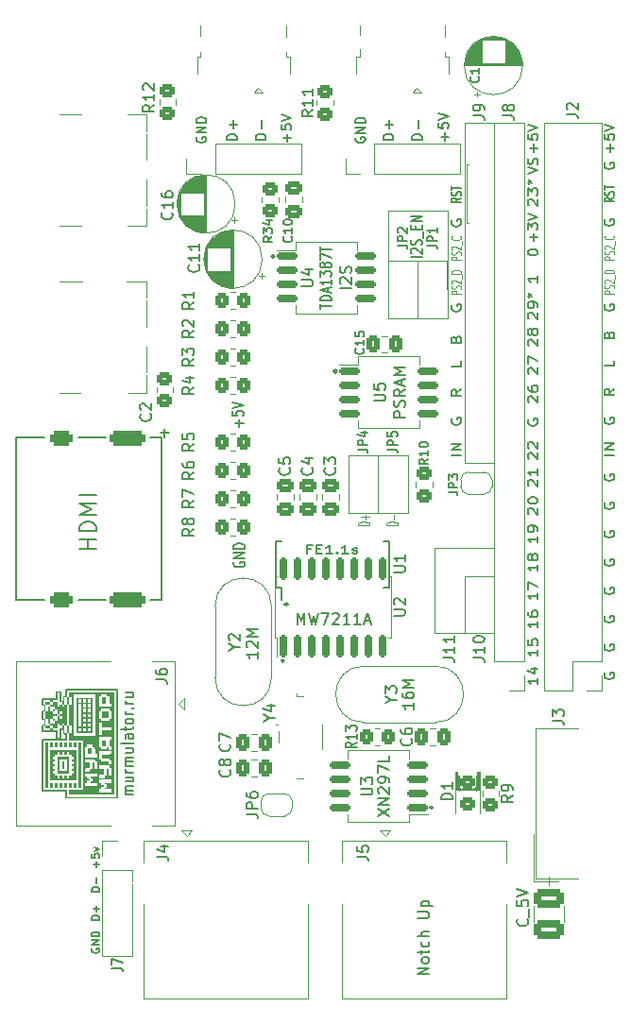
<source format=gto>
G04 #@! TF.GenerationSoftware,KiCad,Pcbnew,6.0.11-2627ca5db0~126~ubuntu20.04.1*
G04 #@! TF.CreationDate,2024-04-17T12:51:00+05:00*
G04 #@! TF.ProjectId,16EJU24,3136454a-5532-4342-9e6b-696361645f70,rev?*
G04 #@! TF.SameCoordinates,Original*
G04 #@! TF.FileFunction,Legend,Top*
G04 #@! TF.FilePolarity,Positive*
%FSLAX46Y46*%
G04 Gerber Fmt 4.6, Leading zero omitted, Abs format (unit mm)*
G04 Created by KiCad (PCBNEW 6.0.11-2627ca5db0~126~ubuntu20.04.1) date 2024-04-17 12:51:00*
%MOMM*%
%LPD*%
G01*
G04 APERTURE LIST*
G04 Aperture macros list*
%AMRoundRect*
0 Rectangle with rounded corners*
0 $1 Rounding radius*
0 $2 $3 $4 $5 $6 $7 $8 $9 X,Y pos of 4 corners*
0 Add a 4 corners polygon primitive as box body*
4,1,4,$2,$3,$4,$5,$6,$7,$8,$9,$2,$3,0*
0 Add four circle primitives for the rounded corners*
1,1,$1+$1,$2,$3*
1,1,$1+$1,$4,$5*
1,1,$1+$1,$6,$7*
1,1,$1+$1,$8,$9*
0 Add four rect primitives between the rounded corners*
20,1,$1+$1,$2,$3,$4,$5,0*
20,1,$1+$1,$4,$5,$6,$7,0*
20,1,$1+$1,$6,$7,$8,$9,0*
20,1,$1+$1,$8,$9,$2,$3,0*%
%AMOutline4P*
0 Free polygon, 4 corners , with rotation*
0 The origin of the aperture is its center*
0 number of corners: always 4*
0 $1 to $8 corner X, Y*
0 $9 Rotation angle, in degrees counterclockwise*
0 create outline with 4 corners*
4,1,4,$1,$2,$3,$4,$5,$6,$7,$8,$1,$2,$9*%
%AMFreePoly0*
4,1,22,0.500000,-0.750000,0.000000,-0.750000,0.000000,-0.745033,-0.079941,-0.743568,-0.215256,-0.701293,-0.333266,-0.622738,-0.424486,-0.514219,-0.481581,-0.384460,-0.499164,-0.250000,-0.500000,-0.250000,-0.500000,0.250000,-0.499164,0.250000,-0.499963,0.256109,-0.478152,0.396186,-0.417904,0.524511,-0.324060,0.630769,-0.204165,0.706417,-0.067858,0.745374,0.000000,0.744959,0.000000,0.750000,
0.500000,0.750000,0.500000,-0.750000,0.500000,-0.750000,$1*%
%AMFreePoly1*
4,1,20,0.000000,0.744959,0.073905,0.744508,0.209726,0.703889,0.328688,0.626782,0.421226,0.519385,0.479903,0.390333,0.500000,0.250000,0.500000,-0.250000,0.499851,-0.262216,0.476331,-0.402017,0.414519,-0.529596,0.319384,-0.634700,0.198574,-0.708877,0.061801,-0.746166,0.000000,-0.745033,0.000000,-0.750000,-0.500000,-0.750000,-0.500000,0.750000,0.000000,0.750000,0.000000,0.744959,
0.000000,0.744959,$1*%
G04 Aperture macros list end*
%ADD10C,0.150000*%
%ADD11C,0.120000*%
%ADD12C,0.125000*%
%ADD13C,0.300000*%
%ADD14R,1.800000X1.800000*%
%ADD15C,1.800000*%
%ADD16C,1.700000*%
%ADD17RoundRect,0.250000X-0.450000X0.350000X-0.450000X-0.350000X0.450000X-0.350000X0.450000X0.350000X0*%
%ADD18R,1.700000X1.700000*%
%ADD19O,1.700000X1.700000*%
%ADD20RoundRect,0.150000X-0.800000X-0.150000X0.800000X-0.150000X0.800000X0.150000X-0.800000X0.150000X0*%
%ADD21FreePoly0,0.000000*%
%ADD22FreePoly1,0.000000*%
%ADD23RoundRect,0.250000X0.337500X0.475000X-0.337500X0.475000X-0.337500X-0.475000X0.337500X-0.475000X0*%
%ADD24RoundRect,0.250000X-0.475000X0.337500X-0.475000X-0.337500X0.475000X-0.337500X0.475000X0.337500X0*%
%ADD25RoundRect,0.250000X-0.350000X-0.450000X0.350000X-0.450000X0.350000X0.450000X-0.350000X0.450000X0*%
%ADD26C,2.000000*%
%ADD27C,0.650000*%
%ADD28R,0.600000X1.450000*%
%ADD29R,0.400000X1.650000*%
%ADD30R,0.300000X1.450000*%
%ADD31O,1.000000X2.100000*%
%ADD32Outline4P,-0.675000X-0.675000X0.675000X-0.675000X0.675000X0.675000X-0.675000X0.675000X0.000000*%
%ADD33O,1.100000X1.100000*%
%ADD34R,2.000000X1.500000*%
%ADD35R,1.430000X2.500000*%
%ADD36O,1.000000X1.600000*%
%ADD37R,1.825000X0.700000*%
%ADD38R,0.380714X1.829960*%
%ADD39R,0.382484X1.821706*%
%ADD40O,2.000000X1.700000*%
%ADD41FreePoly0,180.000000*%
%ADD42FreePoly1,180.000000*%
%ADD43R,2.600000X0.300000*%
%ADD44RoundRect,0.350000X-1.300000X0.350000X-1.300000X-0.350000X1.300000X-0.350000X1.300000X0.350000X0*%
%ADD45RoundRect,0.350000X-0.700000X0.350000X-0.700000X-0.350000X0.700000X-0.350000X0.700000X0.350000X0*%
%ADD46R,1.524000X1.524000*%
%ADD47C,1.524000*%
%ADD48C,3.500000*%
%ADD49R,2.000000X2.000000*%
%ADD50RoundRect,0.250000X-0.337500X-0.475000X0.337500X-0.475000X0.337500X0.475000X-0.337500X0.475000X0*%
%ADD51RoundRect,0.150000X0.150000X-0.837500X0.150000X0.837500X-0.150000X0.837500X-0.150000X-0.837500X0*%
%ADD52C,1.500000*%
%ADD53RoundRect,0.250000X0.450000X-0.350000X0.450000X0.350000X-0.450000X0.350000X-0.450000X-0.350000X0*%
%ADD54O,4.000000X2.000000*%
%ADD55O,4.400000X2.000000*%
%ADD56O,2.400000X3.900000*%
%ADD57O,2.700000X3.700000*%
%ADD58O,4.700000X2.000000*%
%ADD59RoundRect,0.150000X0.800000X0.150000X-0.800000X0.150000X-0.800000X-0.150000X0.800000X-0.150000X0*%
%ADD60R,3.480000X1.846667*%
%ADD61RoundRect,0.323962X-1.026038X0.534538X-1.026038X-0.534538X1.026038X-0.534538X1.026038X0.534538X0*%
%ADD62R,0.400000X1.200000*%
%ADD63R,1.392000X3.048000*%
%ADD64R,1.392000X2.921000*%
%ADD65R,1.600000X7.000000*%
G04 APERTURE END LIST*
D10*
X41148047Y-64587428D02*
X41909952Y-64587428D01*
X41529000Y-64968380D02*
X41529000Y-64206476D01*
X51233715Y-48623444D02*
X51376572Y-48766301D01*
X51233715Y-48909158D01*
X51090857Y-48766301D01*
X51233715Y-48623444D01*
X51233715Y-48909158D01*
X38724619Y-97020285D02*
X37991285Y-97020285D01*
X38096047Y-97020285D02*
X38043666Y-96977428D01*
X37991285Y-96891714D01*
X37991285Y-96763142D01*
X38043666Y-96677428D01*
X38148428Y-96634571D01*
X38724619Y-96634571D01*
X38148428Y-96634571D02*
X38043666Y-96591714D01*
X37991285Y-96506000D01*
X37991285Y-96377428D01*
X38043666Y-96291714D01*
X38148428Y-96248857D01*
X38724619Y-96248857D01*
X37991285Y-95434571D02*
X38724619Y-95434571D01*
X37991285Y-95820285D02*
X38567476Y-95820285D01*
X38672238Y-95777428D01*
X38724619Y-95691714D01*
X38724619Y-95563142D01*
X38672238Y-95477428D01*
X38619857Y-95434571D01*
X38724619Y-95006000D02*
X37991285Y-95006000D01*
X38200809Y-95006000D02*
X38096047Y-94963142D01*
X38043666Y-94920285D01*
X37991285Y-94834571D01*
X37991285Y-94748857D01*
X38724619Y-94448857D02*
X37991285Y-94448857D01*
X38096047Y-94448857D02*
X38043666Y-94406000D01*
X37991285Y-94320285D01*
X37991285Y-94191714D01*
X38043666Y-94106000D01*
X38148428Y-94063142D01*
X38724619Y-94063142D01*
X38148428Y-94063142D02*
X38043666Y-94020285D01*
X37991285Y-93934571D01*
X37991285Y-93806000D01*
X38043666Y-93720285D01*
X38148428Y-93677428D01*
X38724619Y-93677428D01*
X37991285Y-92863142D02*
X38724619Y-92863142D01*
X37991285Y-93248857D02*
X38567476Y-93248857D01*
X38672238Y-93206000D01*
X38724619Y-93120285D01*
X38724619Y-92991714D01*
X38672238Y-92906000D01*
X38619857Y-92863142D01*
X38724619Y-92306000D02*
X38672238Y-92391714D01*
X38567476Y-92434571D01*
X37624619Y-92434571D01*
X38724619Y-91577428D02*
X38148428Y-91577428D01*
X38043666Y-91620285D01*
X37991285Y-91706000D01*
X37991285Y-91877428D01*
X38043666Y-91963142D01*
X38672238Y-91577428D02*
X38724619Y-91663142D01*
X38724619Y-91877428D01*
X38672238Y-91963142D01*
X38567476Y-92006000D01*
X38462714Y-92006000D01*
X38357952Y-91963142D01*
X38305571Y-91877428D01*
X38305571Y-91663142D01*
X38253190Y-91577428D01*
X37991285Y-91277428D02*
X37991285Y-90934571D01*
X37624619Y-91148857D02*
X38567476Y-91148857D01*
X38672238Y-91106000D01*
X38724619Y-91020285D01*
X38724619Y-90934571D01*
X38724619Y-90506000D02*
X38672238Y-90591714D01*
X38619857Y-90634571D01*
X38515095Y-90677428D01*
X38200809Y-90677428D01*
X38096047Y-90634571D01*
X38043666Y-90591714D01*
X37991285Y-90506000D01*
X37991285Y-90377428D01*
X38043666Y-90291714D01*
X38096047Y-90248857D01*
X38200809Y-90206000D01*
X38515095Y-90206000D01*
X38619857Y-90248857D01*
X38672238Y-90291714D01*
X38724619Y-90377428D01*
X38724619Y-90506000D01*
X38724619Y-89820285D02*
X37991285Y-89820285D01*
X38200809Y-89820285D02*
X38096047Y-89777428D01*
X38043666Y-89734571D01*
X37991285Y-89648857D01*
X37991285Y-89563142D01*
X38619857Y-89263142D02*
X38672238Y-89220285D01*
X38724619Y-89263142D01*
X38672238Y-89306000D01*
X38619857Y-89263142D01*
X38724619Y-89263142D01*
X38724619Y-88834571D02*
X37991285Y-88834571D01*
X38200809Y-88834571D02*
X38096047Y-88791714D01*
X38043666Y-88748857D01*
X37991285Y-88663142D01*
X37991285Y-88577428D01*
X37991285Y-87891714D02*
X38724619Y-87891714D01*
X37991285Y-88277428D02*
X38567476Y-88277428D01*
X38672238Y-88234571D01*
X38724619Y-88148857D01*
X38724619Y-88020285D01*
X38672238Y-87934571D01*
X38619857Y-87891714D01*
X64587380Y-48837619D02*
X63587380Y-48837619D01*
X63682619Y-48494761D02*
X63635000Y-48456666D01*
X63587380Y-48380476D01*
X63587380Y-48190000D01*
X63635000Y-48113809D01*
X63682619Y-48075714D01*
X63777857Y-48037619D01*
X63873095Y-48037619D01*
X64015952Y-48075714D01*
X64587380Y-48532857D01*
X64587380Y-48037619D01*
X64539761Y-47732857D02*
X64587380Y-47618571D01*
X64587380Y-47428095D01*
X64539761Y-47351904D01*
X64492142Y-47313809D01*
X64396904Y-47275714D01*
X64301666Y-47275714D01*
X64206428Y-47313809D01*
X64158809Y-47351904D01*
X64111190Y-47428095D01*
X64063571Y-47580476D01*
X64015952Y-47656666D01*
X63968333Y-47694761D01*
X63873095Y-47732857D01*
X63777857Y-47732857D01*
X63682619Y-47694761D01*
X63635000Y-47656666D01*
X63587380Y-47580476D01*
X63587380Y-47390000D01*
X63635000Y-47275714D01*
X64682619Y-47123333D02*
X64682619Y-46513809D01*
X64063571Y-46323333D02*
X64063571Y-46056666D01*
X64587380Y-45942380D02*
X64587380Y-46323333D01*
X63587380Y-46323333D01*
X63587380Y-45942380D01*
X64587380Y-45599523D02*
X63587380Y-45599523D01*
X64587380Y-45142380D01*
X63587380Y-45142380D01*
D11*
X61535000Y-54289000D02*
X66862000Y-54289000D01*
X66862000Y-54289000D02*
X66862000Y-44704000D01*
X66862000Y-44704000D02*
X61535000Y-44704000D01*
X61535000Y-44704000D02*
X61535000Y-54289000D01*
D10*
X55459380Y-53473000D02*
X55459380Y-53015857D01*
X56459380Y-53244428D02*
X55459380Y-53244428D01*
X56459380Y-52749190D02*
X55459380Y-52749190D01*
X55459380Y-52558714D01*
X55507000Y-52444428D01*
X55602238Y-52368238D01*
X55697476Y-52330142D01*
X55887952Y-52292047D01*
X56030809Y-52292047D01*
X56221285Y-52330142D01*
X56316523Y-52368238D01*
X56411761Y-52444428D01*
X56459380Y-52558714D01*
X56459380Y-52749190D01*
X56173666Y-51987285D02*
X56173666Y-51606333D01*
X56459380Y-52063476D02*
X55459380Y-51796809D01*
X56459380Y-51530142D01*
X56459380Y-50844428D02*
X56459380Y-51301571D01*
X56459380Y-51073000D02*
X55459380Y-51073000D01*
X55602238Y-51149190D01*
X55697476Y-51225380D01*
X55745095Y-51301571D01*
X55459380Y-50577761D02*
X55459380Y-50082523D01*
X55840333Y-50349190D01*
X55840333Y-50234904D01*
X55887952Y-50158714D01*
X55935571Y-50120619D01*
X56030809Y-50082523D01*
X56268904Y-50082523D01*
X56364142Y-50120619D01*
X56411761Y-50158714D01*
X56459380Y-50234904D01*
X56459380Y-50463476D01*
X56411761Y-50539666D01*
X56364142Y-50577761D01*
X55887952Y-49625380D02*
X55840333Y-49701571D01*
X55792714Y-49739666D01*
X55697476Y-49777761D01*
X55649857Y-49777761D01*
X55554619Y-49739666D01*
X55507000Y-49701571D01*
X55459380Y-49625380D01*
X55459380Y-49473000D01*
X55507000Y-49396809D01*
X55554619Y-49358714D01*
X55649857Y-49320619D01*
X55697476Y-49320619D01*
X55792714Y-49358714D01*
X55840333Y-49396809D01*
X55887952Y-49473000D01*
X55887952Y-49625380D01*
X55935571Y-49701571D01*
X55983190Y-49739666D01*
X56078428Y-49777761D01*
X56268904Y-49777761D01*
X56364142Y-49739666D01*
X56411761Y-49701571D01*
X56459380Y-49625380D01*
X56459380Y-49473000D01*
X56411761Y-49396809D01*
X56364142Y-49358714D01*
X56268904Y-49320619D01*
X56078428Y-49320619D01*
X55983190Y-49358714D01*
X55935571Y-49396809D01*
X55887952Y-49473000D01*
X55459380Y-49053952D02*
X55459380Y-48520619D01*
X56459380Y-48863476D01*
X55459380Y-48330142D02*
X55459380Y-47873000D01*
X56459380Y-48101571D02*
X55459380Y-48101571D01*
X58237380Y-51625380D02*
X57237380Y-51625380D01*
X57332619Y-51196809D02*
X57285000Y-51149190D01*
X57237380Y-51053952D01*
X57237380Y-50815857D01*
X57285000Y-50720619D01*
X57332619Y-50673000D01*
X57427857Y-50625380D01*
X57523095Y-50625380D01*
X57665952Y-50673000D01*
X58237380Y-51244428D01*
X58237380Y-50625380D01*
X58189761Y-50244428D02*
X58237380Y-50101571D01*
X58237380Y-49863476D01*
X58189761Y-49768238D01*
X58142142Y-49720619D01*
X58046904Y-49673000D01*
X57951666Y-49673000D01*
X57856428Y-49720619D01*
X57808809Y-49768238D01*
X57761190Y-49863476D01*
X57713571Y-50053952D01*
X57665952Y-50149190D01*
X57618333Y-50196809D01*
X57523095Y-50244428D01*
X57427857Y-50244428D01*
X57332619Y-50196809D01*
X57285000Y-50149190D01*
X57237380Y-50053952D01*
X57237380Y-49815857D01*
X57285000Y-49673000D01*
X56810583Y-58922529D02*
X56953440Y-59065386D01*
X56810583Y-59208243D01*
X56667725Y-59065386D01*
X56810583Y-58922529D01*
X56810583Y-59208243D01*
X63063380Y-63198095D02*
X62063380Y-63198095D01*
X62063380Y-62817142D01*
X62111000Y-62721904D01*
X62158619Y-62674285D01*
X62253857Y-62626666D01*
X62396714Y-62626666D01*
X62491952Y-62674285D01*
X62539571Y-62721904D01*
X62587190Y-62817142D01*
X62587190Y-63198095D01*
X63015761Y-62245714D02*
X63063380Y-62102857D01*
X63063380Y-61864761D01*
X63015761Y-61769523D01*
X62968142Y-61721904D01*
X62872904Y-61674285D01*
X62777666Y-61674285D01*
X62682428Y-61721904D01*
X62634809Y-61769523D01*
X62587190Y-61864761D01*
X62539571Y-62055238D01*
X62491952Y-62150476D01*
X62444333Y-62198095D01*
X62349095Y-62245714D01*
X62253857Y-62245714D01*
X62158619Y-62198095D01*
X62111000Y-62150476D01*
X62063380Y-62055238D01*
X62063380Y-61817142D01*
X62111000Y-61674285D01*
X63063380Y-60674285D02*
X62587190Y-61007619D01*
X63063380Y-61245714D02*
X62063380Y-61245714D01*
X62063380Y-60864761D01*
X62111000Y-60769523D01*
X62158619Y-60721904D01*
X62253857Y-60674285D01*
X62396714Y-60674285D01*
X62491952Y-60721904D01*
X62539571Y-60769523D01*
X62587190Y-60864761D01*
X62587190Y-61245714D01*
X62777666Y-60293333D02*
X62777666Y-59817142D01*
X63063380Y-60388571D02*
X62063380Y-60055238D01*
X63063380Y-59721904D01*
X63063380Y-59388571D02*
X62063380Y-59388571D01*
X62777666Y-59055238D01*
X62063380Y-58721904D01*
X63063380Y-58721904D01*
D11*
X69063382Y-95148687D02*
X69088000Y-95377000D01*
X67929381Y-96640693D02*
X67917127Y-95010984D01*
X69401763Y-95004444D02*
X67917127Y-95010984D01*
X67902381Y-95232757D02*
X67917127Y-95010984D01*
X68605400Y-40487600D02*
X68884800Y-40487600D01*
X67902381Y-95105757D02*
X69426381Y-95105757D01*
X69399381Y-96640693D02*
X69401763Y-95004444D01*
X68605400Y-45745400D02*
X68910200Y-45745400D01*
X67902381Y-95232757D02*
X69426381Y-95232757D01*
X69426381Y-95169257D02*
X67902381Y-95105757D01*
X68605400Y-40513000D02*
X68605400Y-45745400D01*
D10*
X68123498Y-60688949D02*
X67694927Y-61022282D01*
X68123498Y-61260377D02*
X67223498Y-61260377D01*
X67223498Y-60879425D01*
X67266356Y-60784187D01*
X67309213Y-60736568D01*
X67394927Y-60688949D01*
X67523498Y-60688949D01*
X67609213Y-60736568D01*
X67652070Y-60784187D01*
X67694927Y-60879425D01*
X67694927Y-61260377D01*
X80957000Y-45458095D02*
X80914142Y-45553333D01*
X80914142Y-45696190D01*
X80957000Y-45839047D01*
X81042714Y-45934285D01*
X81128428Y-45981904D01*
X81299857Y-46029523D01*
X81428428Y-46029523D01*
X81599857Y-45981904D01*
X81685571Y-45934285D01*
X81771285Y-45839047D01*
X81814142Y-45696190D01*
X81814142Y-45600952D01*
X81771285Y-45458095D01*
X81728428Y-45410476D01*
X81428428Y-45410476D01*
X81428428Y-45600952D01*
X60666380Y-98956476D02*
X61666380Y-98289809D01*
X60666380Y-98289809D02*
X61666380Y-98956476D01*
X61666380Y-97908857D02*
X60666380Y-97908857D01*
X61666380Y-97337428D01*
X60666380Y-97337428D01*
X60761619Y-96908857D02*
X60714000Y-96861238D01*
X60666380Y-96766000D01*
X60666380Y-96527904D01*
X60714000Y-96432666D01*
X60761619Y-96385047D01*
X60856857Y-96337428D01*
X60952095Y-96337428D01*
X61094952Y-96385047D01*
X61666380Y-96956476D01*
X61666380Y-96337428D01*
X61666380Y-95861238D02*
X61666380Y-95670761D01*
X61618761Y-95575523D01*
X61571142Y-95527904D01*
X61428285Y-95432666D01*
X61237809Y-95385047D01*
X60856857Y-95385047D01*
X60761619Y-95432666D01*
X60714000Y-95480285D01*
X60666380Y-95575523D01*
X60666380Y-95766000D01*
X60714000Y-95861238D01*
X60761619Y-95908857D01*
X60856857Y-95956476D01*
X61094952Y-95956476D01*
X61190190Y-95908857D01*
X61237809Y-95861238D01*
X61285428Y-95766000D01*
X61285428Y-95575523D01*
X61237809Y-95480285D01*
X61190190Y-95432666D01*
X61094952Y-95385047D01*
X60666380Y-95051714D02*
X60666380Y-94385047D01*
X61666380Y-94813619D01*
X61666380Y-93527904D02*
X61666380Y-94004095D01*
X60666380Y-94004095D01*
X35012962Y-110791126D02*
X34979628Y-110857793D01*
X34979628Y-110957793D01*
X35012962Y-111057793D01*
X35079628Y-111124459D01*
X35146295Y-111157793D01*
X35279628Y-111191126D01*
X35379628Y-111191126D01*
X35512962Y-111157793D01*
X35579628Y-111124459D01*
X35646295Y-111057793D01*
X35679628Y-110957793D01*
X35679628Y-110891126D01*
X35646295Y-110791126D01*
X35612962Y-110757793D01*
X35379628Y-110757793D01*
X35379628Y-110891126D01*
X35679628Y-110457793D02*
X34979628Y-110457793D01*
X35679628Y-110057793D01*
X34979628Y-110057793D01*
X35679628Y-109724459D02*
X34979628Y-109724459D01*
X34979628Y-109557793D01*
X35012962Y-109457793D01*
X35079628Y-109391126D01*
X35146295Y-109357793D01*
X35279628Y-109324459D01*
X35379628Y-109324459D01*
X35512962Y-109357793D01*
X35579628Y-109391126D01*
X35646295Y-109457793D01*
X35679628Y-109557793D01*
X35679628Y-109724459D01*
X74613285Y-47385142D02*
X74613285Y-46699428D01*
X74956142Y-47042285D02*
X74270428Y-47042285D01*
X74056142Y-46356571D02*
X74056142Y-45799428D01*
X74399000Y-46099428D01*
X74399000Y-45970857D01*
X74441857Y-45885142D01*
X74484714Y-45842285D01*
X74570428Y-45799428D01*
X74784714Y-45799428D01*
X74870428Y-45842285D01*
X74913285Y-45885142D01*
X74956142Y-45970857D01*
X74956142Y-46228000D01*
X74913285Y-46313714D01*
X74870428Y-46356571D01*
X74056142Y-45542285D02*
X74956142Y-45242285D01*
X74056142Y-44942285D01*
X80957000Y-73398095D02*
X80914142Y-73493333D01*
X80914142Y-73636190D01*
X80957000Y-73779047D01*
X81042714Y-73874285D01*
X81128428Y-73921904D01*
X81299857Y-73969523D01*
X81428428Y-73969523D01*
X81599857Y-73921904D01*
X81685571Y-73874285D01*
X81771285Y-73779047D01*
X81814142Y-73636190D01*
X81814142Y-73540952D01*
X81771285Y-73398095D01*
X81728428Y-73350476D01*
X81428428Y-73350476D01*
X81428428Y-73540952D01*
D12*
X68123498Y-49092092D02*
X67223498Y-49092092D01*
X67223498Y-48901615D01*
X67266356Y-48853996D01*
X67309213Y-48830187D01*
X67394927Y-48806377D01*
X67523498Y-48806377D01*
X67609213Y-48830187D01*
X67652070Y-48853996D01*
X67694927Y-48901615D01*
X67694927Y-49092092D01*
X68080641Y-48615901D02*
X68123498Y-48544473D01*
X68123498Y-48425425D01*
X68080641Y-48377806D01*
X68037784Y-48353996D01*
X67952070Y-48330187D01*
X67866356Y-48330187D01*
X67780641Y-48353996D01*
X67737784Y-48377806D01*
X67694927Y-48425425D01*
X67652070Y-48520663D01*
X67609213Y-48568282D01*
X67566356Y-48592092D01*
X67480641Y-48615901D01*
X67394927Y-48615901D01*
X67309213Y-48592092D01*
X67266356Y-48568282D01*
X67223498Y-48520663D01*
X67223498Y-48401615D01*
X67266356Y-48330187D01*
X67309213Y-48139711D02*
X67266356Y-48115901D01*
X67223498Y-48068282D01*
X67223498Y-47949234D01*
X67266356Y-47901615D01*
X67309213Y-47877806D01*
X67394927Y-47853996D01*
X67480641Y-47853996D01*
X67609213Y-47877806D01*
X68123498Y-48163520D01*
X68123498Y-47853996D01*
X68209213Y-47758758D02*
X68209213Y-47377806D01*
X68037784Y-46973044D02*
X68080641Y-46996853D01*
X68123498Y-47068282D01*
X68123498Y-47115901D01*
X68080641Y-47187330D01*
X67994927Y-47234949D01*
X67909213Y-47258758D01*
X67737784Y-47282568D01*
X67609213Y-47282568D01*
X67437784Y-47258758D01*
X67352070Y-47234949D01*
X67266356Y-47187330D01*
X67223498Y-47115901D01*
X67223498Y-47068282D01*
X67266356Y-46996853D01*
X67309213Y-46973044D01*
D10*
X74956142Y-81470476D02*
X74956142Y-82041904D01*
X74956142Y-81756190D02*
X74056142Y-81756190D01*
X74184714Y-81851428D01*
X74270428Y-81946666D01*
X74313285Y-82041904D01*
X74056142Y-80613333D02*
X74056142Y-80803809D01*
X74099000Y-80899047D01*
X74141857Y-80946666D01*
X74270428Y-81041904D01*
X74441857Y-81089523D01*
X74784714Y-81089523D01*
X74870428Y-81041904D01*
X74913285Y-80994285D01*
X74956142Y-80899047D01*
X74956142Y-80708571D01*
X74913285Y-80613333D01*
X74870428Y-80565714D01*
X74784714Y-80518095D01*
X74570428Y-80518095D01*
X74484714Y-80565714D01*
X74441857Y-80613333D01*
X74399000Y-80708571D01*
X74399000Y-80899047D01*
X74441857Y-80994285D01*
X74484714Y-81041904D01*
X74570428Y-81089523D01*
X80957000Y-75938095D02*
X80914142Y-76033333D01*
X80914142Y-76176190D01*
X80957000Y-76319047D01*
X81042714Y-76414285D01*
X81128428Y-76461904D01*
X81299857Y-76509523D01*
X81428428Y-76509523D01*
X81599857Y-76461904D01*
X81685571Y-76414285D01*
X81771285Y-76319047D01*
X81814142Y-76176190D01*
X81814142Y-76080952D01*
X81771285Y-75938095D01*
X81728428Y-75890476D01*
X81428428Y-75890476D01*
X81428428Y-76080952D01*
X74613285Y-39384142D02*
X74613285Y-38698428D01*
X74956142Y-39041285D02*
X74270428Y-39041285D01*
X74056142Y-37841285D02*
X74056142Y-38269857D01*
X74484714Y-38312714D01*
X74441857Y-38269857D01*
X74399000Y-38184142D01*
X74399000Y-37969857D01*
X74441857Y-37884142D01*
X74484714Y-37841285D01*
X74570428Y-37798428D01*
X74784714Y-37798428D01*
X74870428Y-37841285D01*
X74913285Y-37884142D01*
X74956142Y-37969857D01*
X74956142Y-38184142D01*
X74913285Y-38269857D01*
X74870428Y-38312714D01*
X74056142Y-37541285D02*
X74956142Y-37241285D01*
X74056142Y-36941285D01*
X52537586Y-38482245D02*
X52537586Y-37796531D01*
X52880443Y-38139388D02*
X52194729Y-38139388D01*
X51980443Y-36939388D02*
X51980443Y-37367960D01*
X52409015Y-37410817D01*
X52366158Y-37367960D01*
X52323301Y-37282245D01*
X52323301Y-37067960D01*
X52366158Y-36982245D01*
X52409015Y-36939388D01*
X52494729Y-36896531D01*
X52709015Y-36896531D01*
X52794729Y-36939388D01*
X52837586Y-36982245D01*
X52880443Y-37067960D01*
X52880443Y-37282245D01*
X52837586Y-37367960D01*
X52794729Y-37410817D01*
X51980443Y-36639388D02*
X52880443Y-36339388D01*
X51980443Y-36039388D01*
D12*
X62428380Y-72830476D02*
X61428380Y-72830476D01*
X61428380Y-72711428D01*
X61476000Y-72640000D01*
X61571238Y-72592380D01*
X61666476Y-72568571D01*
X61856952Y-72544761D01*
X61999809Y-72544761D01*
X62190285Y-72568571D01*
X62285523Y-72592380D01*
X62380761Y-72640000D01*
X62428380Y-72711428D01*
X62428380Y-72830476D01*
X62047428Y-72330476D02*
X62047428Y-71949523D01*
X59888380Y-72830476D02*
X58888380Y-72830476D01*
X58888380Y-72711428D01*
X58936000Y-72640000D01*
X59031238Y-72592380D01*
X59126476Y-72568571D01*
X59316952Y-72544761D01*
X59459809Y-72544761D01*
X59650285Y-72568571D01*
X59745523Y-72592380D01*
X59840761Y-72640000D01*
X59888380Y-72711428D01*
X59888380Y-72830476D01*
X59507428Y-72330476D02*
X59507428Y-71949523D01*
X59888380Y-72140000D02*
X59126476Y-72140000D01*
D10*
X81814142Y-43508571D02*
X81385571Y-43708571D01*
X81814142Y-43851428D02*
X80914142Y-43851428D01*
X80914142Y-43622857D01*
X80957000Y-43565714D01*
X80999857Y-43537142D01*
X81085571Y-43508571D01*
X81214142Y-43508571D01*
X81299857Y-43537142D01*
X81342714Y-43565714D01*
X81385571Y-43622857D01*
X81385571Y-43851428D01*
X81771285Y-43280000D02*
X81814142Y-43194285D01*
X81814142Y-43051428D01*
X81771285Y-42994285D01*
X81728428Y-42965714D01*
X81642714Y-42937142D01*
X81557000Y-42937142D01*
X81471285Y-42965714D01*
X81428428Y-42994285D01*
X81385571Y-43051428D01*
X81342714Y-43165714D01*
X81299857Y-43222857D01*
X81257000Y-43251428D01*
X81171285Y-43280000D01*
X81085571Y-43280000D01*
X80999857Y-43251428D01*
X80957000Y-43222857D01*
X80914142Y-43165714D01*
X80914142Y-43022857D01*
X80957000Y-42937142D01*
X80914142Y-42765714D02*
X80914142Y-42422857D01*
X81814142Y-42594285D02*
X80914142Y-42594285D01*
X81814142Y-58110476D02*
X81814142Y-58586666D01*
X80914142Y-58586666D01*
X66612285Y-38368142D02*
X66612285Y-37682428D01*
X66955142Y-38025285D02*
X66269428Y-38025285D01*
X66055142Y-36825285D02*
X66055142Y-37253857D01*
X66483714Y-37296714D01*
X66440857Y-37253857D01*
X66398000Y-37168142D01*
X66398000Y-36953857D01*
X66440857Y-36868142D01*
X66483714Y-36825285D01*
X66569428Y-36782428D01*
X66783714Y-36782428D01*
X66869428Y-36825285D01*
X66912285Y-36868142D01*
X66955142Y-36953857D01*
X66955142Y-37168142D01*
X66912285Y-37253857D01*
X66869428Y-37296714D01*
X66055142Y-36525285D02*
X66955142Y-36225285D01*
X66055142Y-35925285D01*
X50572142Y-38345952D02*
X49672142Y-38345952D01*
X49672142Y-38107857D01*
X49715000Y-37965000D01*
X49800714Y-37869761D01*
X49886428Y-37822142D01*
X50057857Y-37774523D01*
X50186428Y-37774523D01*
X50357857Y-37822142D01*
X50443571Y-37869761D01*
X50529285Y-37965000D01*
X50572142Y-38107857D01*
X50572142Y-38345952D01*
X50229285Y-37345952D02*
X50229285Y-36584047D01*
X48204428Y-64020571D02*
X48204428Y-63411047D01*
X48585380Y-63715809D02*
X47823476Y-63715809D01*
X47585380Y-62649142D02*
X47585380Y-63030095D01*
X48061571Y-63068190D01*
X48013952Y-63030095D01*
X47966333Y-62953904D01*
X47966333Y-62763428D01*
X48013952Y-62687238D01*
X48061571Y-62649142D01*
X48156809Y-62611047D01*
X48394904Y-62611047D01*
X48490142Y-62649142D01*
X48537761Y-62687238D01*
X48585380Y-62763428D01*
X48585380Y-62953904D01*
X48537761Y-63030095D01*
X48490142Y-63068190D01*
X47585380Y-62382476D02*
X48585380Y-62115809D01*
X47585380Y-61849142D01*
D12*
X81814142Y-49053619D02*
X80914142Y-49053619D01*
X80914142Y-48863142D01*
X80957000Y-48815523D01*
X80999857Y-48791714D01*
X81085571Y-48767904D01*
X81214142Y-48767904D01*
X81299857Y-48791714D01*
X81342714Y-48815523D01*
X81385571Y-48863142D01*
X81385571Y-49053619D01*
X81771285Y-48577428D02*
X81814142Y-48506000D01*
X81814142Y-48386952D01*
X81771285Y-48339333D01*
X81728428Y-48315523D01*
X81642714Y-48291714D01*
X81557000Y-48291714D01*
X81471285Y-48315523D01*
X81428428Y-48339333D01*
X81385571Y-48386952D01*
X81342714Y-48482190D01*
X81299857Y-48529809D01*
X81257000Y-48553619D01*
X81171285Y-48577428D01*
X81085571Y-48577428D01*
X80999857Y-48553619D01*
X80957000Y-48529809D01*
X80914142Y-48482190D01*
X80914142Y-48363142D01*
X80957000Y-48291714D01*
X80999857Y-48101238D02*
X80957000Y-48077428D01*
X80914142Y-48029809D01*
X80914142Y-47910761D01*
X80957000Y-47863142D01*
X80999857Y-47839333D01*
X81085571Y-47815523D01*
X81171285Y-47815523D01*
X81299857Y-47839333D01*
X81814142Y-48125047D01*
X81814142Y-47815523D01*
X81899857Y-47720285D02*
X81899857Y-47339333D01*
X81728428Y-46934571D02*
X81771285Y-46958380D01*
X81814142Y-47029809D01*
X81814142Y-47077428D01*
X81771285Y-47148857D01*
X81685571Y-47196476D01*
X81599857Y-47220285D01*
X81428428Y-47244095D01*
X81299857Y-47244095D01*
X81128428Y-47220285D01*
X81042714Y-47196476D01*
X80957000Y-47148857D01*
X80914142Y-47077428D01*
X80914142Y-47029809D01*
X80957000Y-46958380D01*
X80999857Y-46934571D01*
D10*
X67266356Y-63276568D02*
X67223498Y-63371806D01*
X67223498Y-63514663D01*
X67266356Y-63657520D01*
X67352070Y-63752758D01*
X67437784Y-63800377D01*
X67609213Y-63847996D01*
X67737784Y-63847996D01*
X67909213Y-63800377D01*
X67994927Y-63752758D01*
X68080641Y-63657520D01*
X68123498Y-63514663D01*
X68123498Y-63419425D01*
X68080641Y-63276568D01*
X68037784Y-63228949D01*
X67737784Y-63228949D01*
X67737784Y-63419425D01*
X67266356Y-53116568D02*
X67223498Y-53211806D01*
X67223498Y-53354663D01*
X67266356Y-53497520D01*
X67352070Y-53592758D01*
X67437784Y-53640377D01*
X67609213Y-53687996D01*
X67737784Y-53687996D01*
X67909213Y-53640377D01*
X67994927Y-53592758D01*
X68080641Y-53497520D01*
X68123498Y-53354663D01*
X68123498Y-53259425D01*
X68080641Y-53116568D01*
X68037784Y-53068949D01*
X67737784Y-53068949D01*
X67737784Y-53259425D01*
X80957000Y-53078095D02*
X80914142Y-53173333D01*
X80914142Y-53316190D01*
X80957000Y-53459047D01*
X81042714Y-53554285D01*
X81128428Y-53601904D01*
X81299857Y-53649523D01*
X81428428Y-53649523D01*
X81599857Y-53601904D01*
X81685571Y-53554285D01*
X81771285Y-53459047D01*
X81814142Y-53316190D01*
X81814142Y-53220952D01*
X81771285Y-53078095D01*
X81728428Y-53030476D01*
X81428428Y-53030476D01*
X81428428Y-53220952D01*
X74056142Y-41368571D02*
X74956142Y-41068571D01*
X74056142Y-40768571D01*
X74913285Y-40511428D02*
X74956142Y-40382857D01*
X74956142Y-40168571D01*
X74913285Y-40082857D01*
X74870428Y-40040000D01*
X74784714Y-39997142D01*
X74699000Y-39997142D01*
X74613285Y-40040000D01*
X74570428Y-40082857D01*
X74527571Y-40168571D01*
X74484714Y-40340000D01*
X74441857Y-40425714D01*
X74399000Y-40468571D01*
X74313285Y-40511428D01*
X74227571Y-40511428D01*
X74141857Y-40468571D01*
X74099000Y-40425714D01*
X74056142Y-40340000D01*
X74056142Y-40125714D01*
X74099000Y-39997142D01*
X74141857Y-66928904D02*
X74099000Y-66881285D01*
X74056142Y-66786047D01*
X74056142Y-66547952D01*
X74099000Y-66452714D01*
X74141857Y-66405095D01*
X74227571Y-66357476D01*
X74313285Y-66357476D01*
X74441857Y-66405095D01*
X74956142Y-66976523D01*
X74956142Y-66357476D01*
X74141857Y-65976523D02*
X74099000Y-65928904D01*
X74056142Y-65833666D01*
X74056142Y-65595571D01*
X74099000Y-65500333D01*
X74141857Y-65452714D01*
X74227571Y-65405095D01*
X74313285Y-65405095D01*
X74441857Y-65452714D01*
X74956142Y-66024142D01*
X74956142Y-65405095D01*
X62002142Y-38345952D02*
X61102142Y-38345952D01*
X61102142Y-38107857D01*
X61145000Y-37965000D01*
X61230714Y-37869761D01*
X61316428Y-37822142D01*
X61487857Y-37774523D01*
X61616428Y-37774523D01*
X61787857Y-37822142D01*
X61873571Y-37869761D01*
X61959285Y-37965000D01*
X62002142Y-38107857D01*
X62002142Y-38345952D01*
X61659285Y-37345952D02*
X61659285Y-36584047D01*
X62002142Y-36965000D02*
X61316428Y-36965000D01*
X63825380Y-88772904D02*
X63825380Y-89344333D01*
X63825380Y-89058619D02*
X62825380Y-89058619D01*
X62968238Y-89153857D01*
X63063476Y-89249095D01*
X63111095Y-89344333D01*
X62825380Y-87915761D02*
X62825380Y-88106238D01*
X62873000Y-88201476D01*
X62920619Y-88249095D01*
X63063476Y-88344333D01*
X63253952Y-88391952D01*
X63634904Y-88391952D01*
X63730142Y-88344333D01*
X63777761Y-88296714D01*
X63825380Y-88201476D01*
X63825380Y-88011000D01*
X63777761Y-87915761D01*
X63730142Y-87868142D01*
X63634904Y-87820523D01*
X63396809Y-87820523D01*
X63301571Y-87868142D01*
X63253952Y-87915761D01*
X63206333Y-88011000D01*
X63206333Y-88201476D01*
X63253952Y-88296714D01*
X63301571Y-88344333D01*
X63396809Y-88391952D01*
X63825380Y-87391952D02*
X62825380Y-87391952D01*
X63539666Y-87058619D01*
X62825380Y-86725285D01*
X63825380Y-86725285D01*
X52433729Y-79798320D02*
X52576586Y-79941177D01*
X52433729Y-80084034D01*
X52290871Y-79941177D01*
X52433729Y-79798320D01*
X52433729Y-80084034D01*
X68123498Y-66602282D02*
X67223498Y-66602282D01*
X68123498Y-66126092D02*
X67223498Y-66126092D01*
X68123498Y-65554663D01*
X67223498Y-65554663D01*
X80957000Y-70858095D02*
X80914142Y-70953333D01*
X80914142Y-71096190D01*
X80957000Y-71239047D01*
X81042714Y-71334285D01*
X81128428Y-71381904D01*
X81299857Y-71429523D01*
X81428428Y-71429523D01*
X81599857Y-71381904D01*
X81685571Y-71334285D01*
X81771285Y-71239047D01*
X81814142Y-71096190D01*
X81814142Y-71000952D01*
X81771285Y-70858095D01*
X81728428Y-70810476D01*
X81428428Y-70810476D01*
X81428428Y-71000952D01*
X80957000Y-83558095D02*
X80914142Y-83653333D01*
X80914142Y-83796190D01*
X80957000Y-83939047D01*
X81042714Y-84034285D01*
X81128428Y-84081904D01*
X81299857Y-84129523D01*
X81428428Y-84129523D01*
X81599857Y-84081904D01*
X81685571Y-84034285D01*
X81771285Y-83939047D01*
X81814142Y-83796190D01*
X81814142Y-83700952D01*
X81771285Y-83558095D01*
X81728428Y-83510476D01*
X81428428Y-83510476D01*
X81428428Y-83700952D01*
X80957000Y-63238095D02*
X80914142Y-63333333D01*
X80914142Y-63476190D01*
X80957000Y-63619047D01*
X81042714Y-63714285D01*
X81128428Y-63761904D01*
X81299857Y-63809523D01*
X81428428Y-63809523D01*
X81599857Y-63761904D01*
X81685571Y-63714285D01*
X81771285Y-63619047D01*
X81814142Y-63476190D01*
X81814142Y-63380952D01*
X81771285Y-63238095D01*
X81728428Y-63190476D01*
X81428428Y-63190476D01*
X81428428Y-63380952D01*
X80957000Y-40378095D02*
X80914142Y-40473333D01*
X80914142Y-40616190D01*
X80957000Y-40759047D01*
X81042714Y-40854285D01*
X81128428Y-40901904D01*
X81299857Y-40949523D01*
X81428428Y-40949523D01*
X81599857Y-40901904D01*
X81685571Y-40854285D01*
X81771285Y-40759047D01*
X81814142Y-40616190D01*
X81814142Y-40520952D01*
X81771285Y-40378095D01*
X81728428Y-40330476D01*
X81428428Y-40330476D01*
X81428428Y-40520952D01*
X80957000Y-81018095D02*
X80914142Y-81113333D01*
X80914142Y-81256190D01*
X80957000Y-81399047D01*
X81042714Y-81494285D01*
X81128428Y-81541904D01*
X81299857Y-81589523D01*
X81428428Y-81589523D01*
X81599857Y-81541904D01*
X81685571Y-81494285D01*
X81771285Y-81399047D01*
X81814142Y-81256190D01*
X81814142Y-81160952D01*
X81771285Y-81018095D01*
X81728428Y-80970476D01*
X81428428Y-80970476D01*
X81428428Y-81160952D01*
X47760000Y-76174523D02*
X47712380Y-76250714D01*
X47712380Y-76365000D01*
X47760000Y-76479285D01*
X47855238Y-76555476D01*
X47950476Y-76593571D01*
X48140952Y-76631666D01*
X48283809Y-76631666D01*
X48474285Y-76593571D01*
X48569523Y-76555476D01*
X48664761Y-76479285D01*
X48712380Y-76365000D01*
X48712380Y-76288809D01*
X48664761Y-76174523D01*
X48617142Y-76136428D01*
X48283809Y-76136428D01*
X48283809Y-76288809D01*
X48712380Y-75793571D02*
X47712380Y-75793571D01*
X48712380Y-75336428D01*
X47712380Y-75336428D01*
X48712380Y-74955476D02*
X47712380Y-74955476D01*
X47712380Y-74765000D01*
X47760000Y-74650714D01*
X47855238Y-74574523D01*
X47950476Y-74536428D01*
X48140952Y-74498333D01*
X48283809Y-74498333D01*
X48474285Y-74536428D01*
X48569523Y-74574523D01*
X48664761Y-74650714D01*
X48712380Y-74765000D01*
X48712380Y-74955476D01*
X52118831Y-84857927D02*
X52261688Y-85000784D01*
X52118831Y-85143641D01*
X51975973Y-85000784D01*
X52118831Y-84857927D01*
X52118831Y-85143641D01*
X81814142Y-66563809D02*
X80914142Y-66563809D01*
X81814142Y-66087619D02*
X80914142Y-66087619D01*
X81814142Y-65516190D01*
X80914142Y-65516190D01*
X74141857Y-44195857D02*
X74099000Y-44148238D01*
X74056142Y-44053000D01*
X74056142Y-43814904D01*
X74099000Y-43719666D01*
X74141857Y-43672047D01*
X74227571Y-43624428D01*
X74313285Y-43624428D01*
X74441857Y-43672047D01*
X74956142Y-44243476D01*
X74956142Y-43624428D01*
X74056142Y-43291095D02*
X74056142Y-42672047D01*
X74399000Y-43005380D01*
X74399000Y-42862523D01*
X74441857Y-42767285D01*
X74484714Y-42719666D01*
X74570428Y-42672047D01*
X74784714Y-42672047D01*
X74870428Y-42719666D01*
X74913285Y-42767285D01*
X74956142Y-42862523D01*
X74956142Y-43148238D01*
X74913285Y-43243476D01*
X74870428Y-43291095D01*
X74056142Y-42100619D02*
X74270428Y-42100619D01*
X74184714Y-42338714D02*
X74270428Y-42100619D01*
X74184714Y-41862523D01*
X74441857Y-42243476D02*
X74270428Y-42100619D01*
X74441857Y-41957761D01*
X68123498Y-58148949D02*
X68123498Y-58625139D01*
X67223498Y-58625139D01*
X74956142Y-73850476D02*
X74956142Y-74421904D01*
X74956142Y-74136190D02*
X74056142Y-74136190D01*
X74184714Y-74231428D01*
X74270428Y-74326666D01*
X74313285Y-74421904D01*
X74956142Y-73374285D02*
X74956142Y-73183809D01*
X74913285Y-73088571D01*
X74870428Y-73040952D01*
X74741857Y-72945714D01*
X74570428Y-72898095D01*
X74227571Y-72898095D01*
X74141857Y-72945714D01*
X74099000Y-72993333D01*
X74056142Y-73088571D01*
X74056142Y-73279047D01*
X74099000Y-73374285D01*
X74141857Y-73421904D01*
X74227571Y-73469523D01*
X74441857Y-73469523D01*
X74527571Y-73421904D01*
X74570428Y-73374285D01*
X74613285Y-73279047D01*
X74613285Y-73088571D01*
X74570428Y-72993333D01*
X74527571Y-72945714D01*
X74441857Y-72898095D01*
X74956142Y-84010476D02*
X74956142Y-84581904D01*
X74956142Y-84296190D02*
X74056142Y-84296190D01*
X74184714Y-84391428D01*
X74270428Y-84486666D01*
X74313285Y-84581904D01*
X74056142Y-83105714D02*
X74056142Y-83581904D01*
X74484714Y-83629523D01*
X74441857Y-83581904D01*
X74399000Y-83486666D01*
X74399000Y-83248571D01*
X74441857Y-83153333D01*
X74484714Y-83105714D01*
X74570428Y-83058095D01*
X74784714Y-83058095D01*
X74870428Y-83105714D01*
X74913285Y-83153333D01*
X74956142Y-83248571D01*
X74956142Y-83486666D01*
X74913285Y-83581904D01*
X74870428Y-83629523D01*
X74956142Y-78930476D02*
X74956142Y-79501904D01*
X74956142Y-79216190D02*
X74056142Y-79216190D01*
X74184714Y-79311428D01*
X74270428Y-79406666D01*
X74313285Y-79501904D01*
X74056142Y-78597142D02*
X74056142Y-77930476D01*
X74956142Y-78359047D01*
X80957000Y-86098095D02*
X80914142Y-86193333D01*
X80914142Y-86336190D01*
X80957000Y-86479047D01*
X81042714Y-86574285D01*
X81128428Y-86621904D01*
X81299857Y-86669523D01*
X81428428Y-86669523D01*
X81599857Y-86621904D01*
X81685571Y-86574285D01*
X81771285Y-86479047D01*
X81814142Y-86336190D01*
X81814142Y-86240952D01*
X81771285Y-86098095D01*
X81728428Y-86050476D01*
X81428428Y-86050476D01*
X81428428Y-86240952D01*
D12*
X81814142Y-52101619D02*
X80914142Y-52101619D01*
X80914142Y-51911142D01*
X80957000Y-51863523D01*
X80999857Y-51839714D01*
X81085571Y-51815904D01*
X81214142Y-51815904D01*
X81299857Y-51839714D01*
X81342714Y-51863523D01*
X81385571Y-51911142D01*
X81385571Y-52101619D01*
X81771285Y-51625428D02*
X81814142Y-51554000D01*
X81814142Y-51434952D01*
X81771285Y-51387333D01*
X81728428Y-51363523D01*
X81642714Y-51339714D01*
X81557000Y-51339714D01*
X81471285Y-51363523D01*
X81428428Y-51387333D01*
X81385571Y-51434952D01*
X81342714Y-51530190D01*
X81299857Y-51577809D01*
X81257000Y-51601619D01*
X81171285Y-51625428D01*
X81085571Y-51625428D01*
X80999857Y-51601619D01*
X80957000Y-51577809D01*
X80914142Y-51530190D01*
X80914142Y-51411142D01*
X80957000Y-51339714D01*
X80999857Y-51149238D02*
X80957000Y-51125428D01*
X80914142Y-51077809D01*
X80914142Y-50958761D01*
X80957000Y-50911142D01*
X80999857Y-50887333D01*
X81085571Y-50863523D01*
X81171285Y-50863523D01*
X81299857Y-50887333D01*
X81814142Y-51173047D01*
X81814142Y-50863523D01*
X81899857Y-50768285D02*
X81899857Y-50387333D01*
X81814142Y-50268285D02*
X80914142Y-50268285D01*
X80914142Y-50149238D01*
X80957000Y-50077809D01*
X81042714Y-50030190D01*
X81128428Y-50006380D01*
X81299857Y-49982571D01*
X81428428Y-49982571D01*
X81599857Y-50006380D01*
X81685571Y-50030190D01*
X81771285Y-50077809D01*
X81814142Y-50149238D01*
X81814142Y-50268285D01*
D10*
X74141857Y-56768904D02*
X74099000Y-56721285D01*
X74056142Y-56626047D01*
X74056142Y-56387952D01*
X74099000Y-56292714D01*
X74141857Y-56245095D01*
X74227571Y-56197476D01*
X74313285Y-56197476D01*
X74441857Y-56245095D01*
X74956142Y-56816523D01*
X74956142Y-56197476D01*
X74441857Y-55626047D02*
X74399000Y-55721285D01*
X74356142Y-55768904D01*
X74270428Y-55816523D01*
X74227571Y-55816523D01*
X74141857Y-55768904D01*
X74099000Y-55721285D01*
X74056142Y-55626047D01*
X74056142Y-55435571D01*
X74099000Y-55340333D01*
X74141857Y-55292714D01*
X74227571Y-55245095D01*
X74270428Y-55245095D01*
X74356142Y-55292714D01*
X74399000Y-55340333D01*
X74441857Y-55435571D01*
X74441857Y-55626047D01*
X74484714Y-55721285D01*
X74527571Y-55768904D01*
X74613285Y-55816523D01*
X74784714Y-55816523D01*
X74870428Y-55768904D01*
X74913285Y-55721285D01*
X74956142Y-55626047D01*
X74956142Y-55435571D01*
X74913285Y-55340333D01*
X74870428Y-55292714D01*
X74784714Y-55245095D01*
X74613285Y-55245095D01*
X74527571Y-55292714D01*
X74484714Y-55340333D01*
X74441857Y-55435571D01*
X74141857Y-69341904D02*
X74099000Y-69294285D01*
X74056142Y-69199047D01*
X74056142Y-68960952D01*
X74099000Y-68865714D01*
X74141857Y-68818095D01*
X74227571Y-68770476D01*
X74313285Y-68770476D01*
X74441857Y-68818095D01*
X74956142Y-69389523D01*
X74956142Y-68770476D01*
X74956142Y-67818095D02*
X74956142Y-68389523D01*
X74956142Y-68103809D02*
X74056142Y-68103809D01*
X74184714Y-68199047D01*
X74270428Y-68294285D01*
X74313285Y-68389523D01*
X67652070Y-56189571D02*
X67694927Y-56046714D01*
X67737784Y-55999095D01*
X67823498Y-55951476D01*
X67952070Y-55951476D01*
X68037784Y-55999095D01*
X68080641Y-56046714D01*
X68123498Y-56141952D01*
X68123498Y-56522904D01*
X67223498Y-56522904D01*
X67223498Y-56189571D01*
X67266356Y-56094333D01*
X67309213Y-56046714D01*
X67394927Y-55999095D01*
X67480641Y-55999095D01*
X67566356Y-56046714D01*
X67609213Y-56094333D01*
X67652070Y-56189571D01*
X67652070Y-56522904D01*
X81471285Y-39384142D02*
X81471285Y-38698428D01*
X81814142Y-39041285D02*
X81128428Y-39041285D01*
X80914142Y-37841285D02*
X80914142Y-38269857D01*
X81342714Y-38312714D01*
X81299857Y-38269857D01*
X81257000Y-38184142D01*
X81257000Y-37969857D01*
X81299857Y-37884142D01*
X81342714Y-37841285D01*
X81428428Y-37798428D01*
X81642714Y-37798428D01*
X81728428Y-37841285D01*
X81771285Y-37884142D01*
X81814142Y-37969857D01*
X81814142Y-38184142D01*
X81771285Y-38269857D01*
X81728428Y-38312714D01*
X80914142Y-37541285D02*
X81814142Y-37241285D01*
X80914142Y-36941285D01*
X74056142Y-48434619D02*
X74056142Y-48339380D01*
X74099000Y-48244142D01*
X74141857Y-48196523D01*
X74227571Y-48148904D01*
X74399000Y-48101285D01*
X74613285Y-48101285D01*
X74784714Y-48148904D01*
X74870428Y-48196523D01*
X74913285Y-48244142D01*
X74956142Y-48339380D01*
X74956142Y-48434619D01*
X74913285Y-48529857D01*
X74870428Y-48577476D01*
X74784714Y-48625095D01*
X74613285Y-48672714D01*
X74399000Y-48672714D01*
X74227571Y-48625095D01*
X74141857Y-48577476D01*
X74099000Y-48529857D01*
X74056142Y-48434619D01*
X54610238Y-75007000D02*
X54276904Y-75007000D01*
X54276904Y-75373666D02*
X54276904Y-74673666D01*
X54753095Y-74673666D01*
X55134047Y-75007000D02*
X55467380Y-75007000D01*
X55610238Y-75373666D02*
X55134047Y-75373666D01*
X55134047Y-74673666D01*
X55610238Y-74673666D01*
X56562619Y-75373666D02*
X55991190Y-75373666D01*
X56276904Y-75373666D02*
X56276904Y-74673666D01*
X56181666Y-74773666D01*
X56086428Y-74840333D01*
X55991190Y-74873666D01*
X56991190Y-75307000D02*
X57038809Y-75340333D01*
X56991190Y-75373666D01*
X56943571Y-75340333D01*
X56991190Y-75307000D01*
X56991190Y-75373666D01*
X57991190Y-75373666D02*
X57419761Y-75373666D01*
X57705476Y-75373666D02*
X57705476Y-74673666D01*
X57610238Y-74773666D01*
X57515000Y-74840333D01*
X57419761Y-74873666D01*
X58372142Y-75340333D02*
X58467380Y-75373666D01*
X58657857Y-75373666D01*
X58753095Y-75340333D01*
X58800714Y-75273666D01*
X58800714Y-75240333D01*
X58753095Y-75173666D01*
X58657857Y-75140333D01*
X58515000Y-75140333D01*
X58419761Y-75107000D01*
X58372142Y-75040333D01*
X58372142Y-75007000D01*
X58419761Y-74940333D01*
X58515000Y-74907000D01*
X58657857Y-74907000D01*
X58753095Y-74940333D01*
X81342714Y-55808571D02*
X81385571Y-55665714D01*
X81428428Y-55618095D01*
X81514142Y-55570476D01*
X81642714Y-55570476D01*
X81728428Y-55618095D01*
X81771285Y-55665714D01*
X81814142Y-55760952D01*
X81814142Y-56141904D01*
X80914142Y-56141904D01*
X80914142Y-55808571D01*
X80957000Y-55713333D01*
X80999857Y-55665714D01*
X81085571Y-55618095D01*
X81171285Y-55618095D01*
X81257000Y-55665714D01*
X81299857Y-55713333D01*
X81342714Y-55808571D01*
X81342714Y-56141904D01*
X35694730Y-105694418D02*
X34994730Y-105694418D01*
X34994730Y-105527752D01*
X35028064Y-105427752D01*
X35094730Y-105361085D01*
X35161397Y-105327752D01*
X35294730Y-105294418D01*
X35394730Y-105294418D01*
X35528064Y-105327752D01*
X35594730Y-105361085D01*
X35661397Y-105427752D01*
X35694730Y-105527752D01*
X35694730Y-105694418D01*
X35428064Y-104994418D02*
X35428064Y-104461085D01*
X58668391Y-38112619D02*
X58625533Y-38193571D01*
X58625533Y-38315000D01*
X58668391Y-38436428D01*
X58754105Y-38517380D01*
X58839819Y-38557857D01*
X59011248Y-38598333D01*
X59139819Y-38598333D01*
X59311248Y-38557857D01*
X59396962Y-38517380D01*
X59482676Y-38436428D01*
X59525533Y-38315000D01*
X59525533Y-38234047D01*
X59482676Y-38112619D01*
X59439819Y-38072142D01*
X59139819Y-38072142D01*
X59139819Y-38234047D01*
X59525533Y-37707857D02*
X58625533Y-37707857D01*
X59525533Y-37222142D01*
X58625533Y-37222142D01*
X59525533Y-36817380D02*
X58625533Y-36817380D01*
X58625533Y-36615000D01*
X58668391Y-36493571D01*
X58754105Y-36412619D01*
X58839819Y-36372142D01*
X59011248Y-36331666D01*
X59139819Y-36331666D01*
X59311248Y-36372142D01*
X59396962Y-36412619D01*
X59482676Y-36493571D01*
X59525533Y-36615000D01*
X59525533Y-36817380D01*
X65436323Y-98001574D02*
X65579180Y-98144431D01*
X65436323Y-98287288D01*
X65293465Y-98144431D01*
X65436323Y-98001574D01*
X65436323Y-98287288D01*
X80957000Y-78478095D02*
X80914142Y-78573333D01*
X80914142Y-78716190D01*
X80957000Y-78859047D01*
X81042714Y-78954285D01*
X81128428Y-79001904D01*
X81299857Y-79049523D01*
X81428428Y-79049523D01*
X81599857Y-79001904D01*
X81685571Y-78954285D01*
X81771285Y-78859047D01*
X81814142Y-78716190D01*
X81814142Y-78620952D01*
X81771285Y-78478095D01*
X81728428Y-78430476D01*
X81428428Y-78430476D01*
X81428428Y-78620952D01*
X64582142Y-38345952D02*
X63682142Y-38345952D01*
X63682142Y-38107857D01*
X63725000Y-37965000D01*
X63810714Y-37869761D01*
X63896428Y-37822142D01*
X64067857Y-37774523D01*
X64196428Y-37774523D01*
X64367857Y-37822142D01*
X64453571Y-37869761D01*
X64539285Y-37965000D01*
X64582142Y-38107857D01*
X64582142Y-38345952D01*
X64239285Y-37345952D02*
X64239285Y-36584047D01*
X67266356Y-45496568D02*
X67223498Y-45591806D01*
X67223498Y-45734663D01*
X67266356Y-45877520D01*
X67352070Y-45972758D01*
X67437784Y-46020377D01*
X67609213Y-46067996D01*
X67737784Y-46067996D01*
X67909213Y-46020377D01*
X67994927Y-45972758D01*
X68080641Y-45877520D01*
X68123498Y-45734663D01*
X68123498Y-45639425D01*
X68080641Y-45496568D01*
X68037784Y-45448949D01*
X67737784Y-45448949D01*
X67737784Y-45639425D01*
X35694730Y-108216479D02*
X34994730Y-108216479D01*
X34994730Y-108049813D01*
X35028064Y-107949813D01*
X35094730Y-107883146D01*
X35161397Y-107849813D01*
X35294730Y-107816479D01*
X35394730Y-107816479D01*
X35528064Y-107849813D01*
X35594730Y-107883146D01*
X35661397Y-107949813D01*
X35694730Y-108049813D01*
X35694730Y-108216479D01*
X35428064Y-107516479D02*
X35428064Y-106983146D01*
X35694730Y-107249813D02*
X35161397Y-107249813D01*
X74141857Y-61848904D02*
X74099000Y-61801285D01*
X74056142Y-61706047D01*
X74056142Y-61467952D01*
X74099000Y-61372714D01*
X74141857Y-61325095D01*
X74227571Y-61277476D01*
X74313285Y-61277476D01*
X74441857Y-61325095D01*
X74956142Y-61896523D01*
X74956142Y-61277476D01*
X74056142Y-60420333D02*
X74056142Y-60610809D01*
X74099000Y-60706047D01*
X74141857Y-60753666D01*
X74270428Y-60848904D01*
X74441857Y-60896523D01*
X74784714Y-60896523D01*
X74870428Y-60848904D01*
X74913285Y-60801285D01*
X74956142Y-60706047D01*
X74956142Y-60515571D01*
X74913285Y-60420333D01*
X74870428Y-60372714D01*
X74784714Y-60325095D01*
X74570428Y-60325095D01*
X74484714Y-60372714D01*
X74441857Y-60420333D01*
X74399000Y-60515571D01*
X74399000Y-60706047D01*
X74441857Y-60801285D01*
X74484714Y-60848904D01*
X74570428Y-60896523D01*
X65222380Y-113116904D02*
X64222380Y-113116904D01*
X65222380Y-112545476D01*
X64222380Y-112545476D01*
X65222380Y-111926428D02*
X65174761Y-112021666D01*
X65127142Y-112069285D01*
X65031904Y-112116904D01*
X64746190Y-112116904D01*
X64650952Y-112069285D01*
X64603333Y-112021666D01*
X64555714Y-111926428D01*
X64555714Y-111783571D01*
X64603333Y-111688333D01*
X64650952Y-111640714D01*
X64746190Y-111593095D01*
X65031904Y-111593095D01*
X65127142Y-111640714D01*
X65174761Y-111688333D01*
X65222380Y-111783571D01*
X65222380Y-111926428D01*
X64555714Y-111307380D02*
X64555714Y-110926428D01*
X64222380Y-111164523D02*
X65079523Y-111164523D01*
X65174761Y-111116904D01*
X65222380Y-111021666D01*
X65222380Y-110926428D01*
X65174761Y-110164523D02*
X65222380Y-110259761D01*
X65222380Y-110450238D01*
X65174761Y-110545476D01*
X65127142Y-110593095D01*
X65031904Y-110640714D01*
X64746190Y-110640714D01*
X64650952Y-110593095D01*
X64603333Y-110545476D01*
X64555714Y-110450238D01*
X64555714Y-110259761D01*
X64603333Y-110164523D01*
X65222380Y-109735952D02*
X64222380Y-109735952D01*
X65222380Y-109307380D02*
X64698571Y-109307380D01*
X64603333Y-109355000D01*
X64555714Y-109450238D01*
X64555714Y-109593095D01*
X64603333Y-109688333D01*
X64650952Y-109735952D01*
X64222380Y-108069285D02*
X65031904Y-108069285D01*
X65127142Y-108021666D01*
X65174761Y-107974047D01*
X65222380Y-107878809D01*
X65222380Y-107688333D01*
X65174761Y-107593095D01*
X65127142Y-107545476D01*
X65031904Y-107497857D01*
X64222380Y-107497857D01*
X64555714Y-107021666D02*
X65555714Y-107021666D01*
X64603333Y-107021666D02*
X64555714Y-106926428D01*
X64555714Y-106735952D01*
X64603333Y-106640714D01*
X64650952Y-106593095D01*
X64746190Y-106545476D01*
X65031904Y-106545476D01*
X65127142Y-106593095D01*
X65174761Y-106640714D01*
X65222380Y-106735952D01*
X65222380Y-106926428D01*
X65174761Y-107021666D01*
X74141857Y-59308904D02*
X74099000Y-59261285D01*
X74056142Y-59166047D01*
X74056142Y-58927952D01*
X74099000Y-58832714D01*
X74141857Y-58785095D01*
X74227571Y-58737476D01*
X74313285Y-58737476D01*
X74441857Y-58785095D01*
X74956142Y-59356523D01*
X74956142Y-58737476D01*
X74056142Y-58404142D02*
X74056142Y-57737476D01*
X74956142Y-58166047D01*
X68123498Y-43547044D02*
X67694927Y-43747044D01*
X68123498Y-43889901D02*
X67223498Y-43889901D01*
X67223498Y-43661330D01*
X67266356Y-43604187D01*
X67309213Y-43575615D01*
X67394927Y-43547044D01*
X67523498Y-43547044D01*
X67609213Y-43575615D01*
X67652070Y-43604187D01*
X67694927Y-43661330D01*
X67694927Y-43889901D01*
X68080641Y-43318473D02*
X68123498Y-43232758D01*
X68123498Y-43089901D01*
X68080641Y-43032758D01*
X68037784Y-43004187D01*
X67952070Y-42975615D01*
X67866356Y-42975615D01*
X67780641Y-43004187D01*
X67737784Y-43032758D01*
X67694927Y-43089901D01*
X67652070Y-43204187D01*
X67609213Y-43261330D01*
X67566356Y-43289901D01*
X67480641Y-43318473D01*
X67394927Y-43318473D01*
X67309213Y-43289901D01*
X67266356Y-43261330D01*
X67223498Y-43204187D01*
X67223498Y-43061330D01*
X67266356Y-42975615D01*
X67223498Y-42804187D02*
X67223498Y-42461330D01*
X68123498Y-42632758D02*
X67223498Y-42632758D01*
X81814142Y-60650476D02*
X81385571Y-60983809D01*
X81814142Y-61221904D02*
X80914142Y-61221904D01*
X80914142Y-60840952D01*
X80957000Y-60745714D01*
X80999857Y-60698095D01*
X81085571Y-60650476D01*
X81214142Y-60650476D01*
X81299857Y-60698095D01*
X81342714Y-60745714D01*
X81385571Y-60840952D01*
X81385571Y-61221904D01*
X74141857Y-54355857D02*
X74099000Y-54308238D01*
X74056142Y-54213000D01*
X74056142Y-53974904D01*
X74099000Y-53879666D01*
X74141857Y-53832047D01*
X74227571Y-53784428D01*
X74313285Y-53784428D01*
X74441857Y-53832047D01*
X74956142Y-54403476D01*
X74956142Y-53784428D01*
X74956142Y-53308238D02*
X74956142Y-53117761D01*
X74913285Y-53022523D01*
X74870428Y-52974904D01*
X74741857Y-52879666D01*
X74570428Y-52832047D01*
X74227571Y-52832047D01*
X74141857Y-52879666D01*
X74099000Y-52927285D01*
X74056142Y-53022523D01*
X74056142Y-53213000D01*
X74099000Y-53308238D01*
X74141857Y-53355857D01*
X74227571Y-53403476D01*
X74441857Y-53403476D01*
X74527571Y-53355857D01*
X74570428Y-53308238D01*
X74613285Y-53213000D01*
X74613285Y-53022523D01*
X74570428Y-52927285D01*
X74527571Y-52879666D01*
X74441857Y-52832047D01*
X74056142Y-52260619D02*
X74270428Y-52260619D01*
X74184714Y-52498714D02*
X74270428Y-52260619D01*
X74184714Y-52022523D01*
X74441857Y-52403476D02*
X74270428Y-52260619D01*
X74441857Y-52117761D01*
D12*
X68123498Y-52140092D02*
X67223498Y-52140092D01*
X67223498Y-51949615D01*
X67266356Y-51901996D01*
X67309213Y-51878187D01*
X67394927Y-51854377D01*
X67523498Y-51854377D01*
X67609213Y-51878187D01*
X67652070Y-51901996D01*
X67694927Y-51949615D01*
X67694927Y-52140092D01*
X68080641Y-51663901D02*
X68123498Y-51592473D01*
X68123498Y-51473425D01*
X68080641Y-51425806D01*
X68037784Y-51401996D01*
X67952070Y-51378187D01*
X67866356Y-51378187D01*
X67780641Y-51401996D01*
X67737784Y-51425806D01*
X67694927Y-51473425D01*
X67652070Y-51568663D01*
X67609213Y-51616282D01*
X67566356Y-51640092D01*
X67480641Y-51663901D01*
X67394927Y-51663901D01*
X67309213Y-51640092D01*
X67266356Y-51616282D01*
X67223498Y-51568663D01*
X67223498Y-51449615D01*
X67266356Y-51378187D01*
X67309213Y-51187711D02*
X67266356Y-51163901D01*
X67223498Y-51116282D01*
X67223498Y-50997234D01*
X67266356Y-50949615D01*
X67309213Y-50925806D01*
X67394927Y-50901996D01*
X67480641Y-50901996D01*
X67609213Y-50925806D01*
X68123498Y-51211520D01*
X68123498Y-50901996D01*
X68209213Y-50806758D02*
X68209213Y-50425806D01*
X68123498Y-50306758D02*
X67223498Y-50306758D01*
X67223498Y-50187711D01*
X67266356Y-50116282D01*
X67352070Y-50068663D01*
X67437784Y-50044853D01*
X67609213Y-50021044D01*
X67737784Y-50021044D01*
X67909213Y-50044853D01*
X67994927Y-50068663D01*
X68080641Y-50116282D01*
X68123498Y-50187711D01*
X68123498Y-50306758D01*
D10*
X44400019Y-38077644D02*
X44357161Y-38158596D01*
X44357161Y-38280025D01*
X44400019Y-38401453D01*
X44485733Y-38482405D01*
X44571447Y-38522882D01*
X44742876Y-38563358D01*
X44871447Y-38563358D01*
X45042876Y-38522882D01*
X45128590Y-38482405D01*
X45214304Y-38401453D01*
X45257161Y-38280025D01*
X45257161Y-38199072D01*
X45214304Y-38077644D01*
X45171447Y-38037167D01*
X44871447Y-38037167D01*
X44871447Y-38199072D01*
X45257161Y-37672882D02*
X44357161Y-37672882D01*
X45257161Y-37187167D01*
X44357161Y-37187167D01*
X45257161Y-36782405D02*
X44357161Y-36782405D01*
X44357161Y-36580025D01*
X44400019Y-36458596D01*
X44485733Y-36377644D01*
X44571447Y-36337167D01*
X44742876Y-36296691D01*
X44871447Y-36296691D01*
X45042876Y-36337167D01*
X45128590Y-36377644D01*
X45214304Y-36458596D01*
X45257161Y-36580025D01*
X45257161Y-36782405D01*
X74141857Y-71881904D02*
X74099000Y-71834285D01*
X74056142Y-71739047D01*
X74056142Y-71500952D01*
X74099000Y-71405714D01*
X74141857Y-71358095D01*
X74227571Y-71310476D01*
X74313285Y-71310476D01*
X74441857Y-71358095D01*
X74956142Y-71929523D01*
X74956142Y-71310476D01*
X74056142Y-70691428D02*
X74056142Y-70596190D01*
X74099000Y-70500952D01*
X74141857Y-70453333D01*
X74227571Y-70405714D01*
X74399000Y-70358095D01*
X74613285Y-70358095D01*
X74784714Y-70405714D01*
X74870428Y-70453333D01*
X74913285Y-70500952D01*
X74956142Y-70596190D01*
X74956142Y-70691428D01*
X74913285Y-70786666D01*
X74870428Y-70834285D01*
X74784714Y-70881904D01*
X74613285Y-70929523D01*
X74399000Y-70929523D01*
X74227571Y-70881904D01*
X74141857Y-70834285D01*
X74099000Y-70786666D01*
X74056142Y-70691428D01*
X74099000Y-63365095D02*
X74056142Y-63460333D01*
X74056142Y-63603190D01*
X74099000Y-63746047D01*
X74184714Y-63841285D01*
X74270428Y-63888904D01*
X74441857Y-63936523D01*
X74570428Y-63936523D01*
X74741857Y-63888904D01*
X74827571Y-63841285D01*
X74913285Y-63746047D01*
X74956142Y-63603190D01*
X74956142Y-63507952D01*
X74913285Y-63365095D01*
X74870428Y-63317476D01*
X74570428Y-63317476D01*
X74570428Y-63507952D01*
X53403904Y-81732380D02*
X53403904Y-80732380D01*
X53737238Y-81446666D01*
X54070571Y-80732380D01*
X54070571Y-81732380D01*
X54451523Y-80732380D02*
X54689619Y-81732380D01*
X54880095Y-81018095D01*
X55070571Y-81732380D01*
X55308666Y-80732380D01*
X55594380Y-80732380D02*
X56261047Y-80732380D01*
X55832476Y-81732380D01*
X56594380Y-80827619D02*
X56642000Y-80780000D01*
X56737238Y-80732380D01*
X56975333Y-80732380D01*
X57070571Y-80780000D01*
X57118190Y-80827619D01*
X57165809Y-80922857D01*
X57165809Y-81018095D01*
X57118190Y-81160952D01*
X56546761Y-81732380D01*
X57165809Y-81732380D01*
X58118190Y-81732380D02*
X57546761Y-81732380D01*
X57832476Y-81732380D02*
X57832476Y-80732380D01*
X57737238Y-80875238D01*
X57642000Y-80970476D01*
X57546761Y-81018095D01*
X59070571Y-81732380D02*
X58499142Y-81732380D01*
X58784857Y-81732380D02*
X58784857Y-80732380D01*
X58689619Y-80875238D01*
X58594380Y-80970476D01*
X58499142Y-81018095D01*
X59451523Y-81446666D02*
X59927714Y-81446666D01*
X59356285Y-81732380D02*
X59689619Y-80732380D01*
X60022952Y-81732380D01*
X35397860Y-103512970D02*
X35397860Y-102979637D01*
X35664526Y-103246304D02*
X35131193Y-103246304D01*
X34964526Y-102312970D02*
X34964526Y-102646304D01*
X35297860Y-102679637D01*
X35264526Y-102646304D01*
X35231193Y-102579637D01*
X35231193Y-102412970D01*
X35264526Y-102346304D01*
X35297860Y-102312970D01*
X35364526Y-102279637D01*
X35531193Y-102279637D01*
X35597860Y-102312970D01*
X35631193Y-102346304D01*
X35664526Y-102412970D01*
X35664526Y-102579637D01*
X35631193Y-102646304D01*
X35597860Y-102679637D01*
X35197860Y-102046304D02*
X35664526Y-101879637D01*
X35197860Y-101712970D01*
X49855380Y-84200904D02*
X49855380Y-84772333D01*
X49855380Y-84486619D02*
X48855380Y-84486619D01*
X48998238Y-84581857D01*
X49093476Y-84677095D01*
X49141095Y-84772333D01*
X48950619Y-83819952D02*
X48903000Y-83772333D01*
X48855380Y-83677095D01*
X48855380Y-83439000D01*
X48903000Y-83343761D01*
X48950619Y-83296142D01*
X49045857Y-83248523D01*
X49141095Y-83248523D01*
X49283952Y-83296142D01*
X49855380Y-83867571D01*
X49855380Y-83248523D01*
X49855380Y-82819952D02*
X48855380Y-82819952D01*
X49569666Y-82486619D01*
X48855380Y-82153285D01*
X49855380Y-82153285D01*
X74956142Y-50514285D02*
X74956142Y-51085714D01*
X74956142Y-50800000D02*
X74056142Y-50800000D01*
X74184714Y-50895238D01*
X74270428Y-50990476D01*
X74313285Y-51085714D01*
X47992142Y-38345952D02*
X47092142Y-38345952D01*
X47092142Y-38107857D01*
X47135000Y-37965000D01*
X47220714Y-37869761D01*
X47306428Y-37822142D01*
X47477857Y-37774523D01*
X47606428Y-37774523D01*
X47777857Y-37822142D01*
X47863571Y-37869761D01*
X47949285Y-37965000D01*
X47992142Y-38107857D01*
X47992142Y-38345952D01*
X47649285Y-37345952D02*
X47649285Y-36584047D01*
X47992142Y-36965000D02*
X47306428Y-36965000D01*
X80957000Y-68318095D02*
X80914142Y-68413333D01*
X80914142Y-68556190D01*
X80957000Y-68699047D01*
X81042714Y-68794285D01*
X81128428Y-68841904D01*
X81299857Y-68889523D01*
X81428428Y-68889523D01*
X81599857Y-68841904D01*
X81685571Y-68794285D01*
X81771285Y-68699047D01*
X81814142Y-68556190D01*
X81814142Y-68460952D01*
X81771285Y-68318095D01*
X81728428Y-68270476D01*
X81428428Y-68270476D01*
X81428428Y-68460952D01*
X74956142Y-76390476D02*
X74956142Y-76961904D01*
X74956142Y-76676190D02*
X74056142Y-76676190D01*
X74184714Y-76771428D01*
X74270428Y-76866666D01*
X74313285Y-76961904D01*
X74441857Y-75819047D02*
X74399000Y-75914285D01*
X74356142Y-75961904D01*
X74270428Y-76009523D01*
X74227571Y-76009523D01*
X74141857Y-75961904D01*
X74099000Y-75914285D01*
X74056142Y-75819047D01*
X74056142Y-75628571D01*
X74099000Y-75533333D01*
X74141857Y-75485714D01*
X74227571Y-75438095D01*
X74270428Y-75438095D01*
X74356142Y-75485714D01*
X74399000Y-75533333D01*
X74441857Y-75628571D01*
X74441857Y-75819047D01*
X74484714Y-75914285D01*
X74527571Y-75961904D01*
X74613285Y-76009523D01*
X74784714Y-76009523D01*
X74870428Y-75961904D01*
X74913285Y-75914285D01*
X74956142Y-75819047D01*
X74956142Y-75628571D01*
X74913285Y-75533333D01*
X74870428Y-75485714D01*
X74784714Y-75438095D01*
X74613285Y-75438095D01*
X74527571Y-75485714D01*
X74484714Y-75533333D01*
X74441857Y-75628571D01*
X74956142Y-86550476D02*
X74956142Y-87121904D01*
X74956142Y-86836190D02*
X74056142Y-86836190D01*
X74184714Y-86931428D01*
X74270428Y-87026666D01*
X74313285Y-87121904D01*
X74356142Y-85693333D02*
X74956142Y-85693333D01*
X74013285Y-85931428D02*
X74656142Y-86169523D01*
X74656142Y-85550476D01*
X35405571Y-74973285D02*
X33905571Y-74973285D01*
X34619857Y-74973285D02*
X34619857Y-74116142D01*
X35405571Y-74116142D02*
X33905571Y-74116142D01*
X35405571Y-73401857D02*
X33905571Y-73401857D01*
X33905571Y-73044714D01*
X33977000Y-72830428D01*
X34119857Y-72687571D01*
X34262714Y-72616142D01*
X34548428Y-72544714D01*
X34762714Y-72544714D01*
X35048428Y-72616142D01*
X35191285Y-72687571D01*
X35334142Y-72830428D01*
X35405571Y-73044714D01*
X35405571Y-73401857D01*
X35405571Y-71901857D02*
X33905571Y-71901857D01*
X34977000Y-71401857D01*
X33905571Y-70901857D01*
X35405571Y-70901857D01*
X35405571Y-70187571D02*
X33905571Y-70187571D01*
X42140142Y-44838857D02*
X42187761Y-44886476D01*
X42235380Y-45029333D01*
X42235380Y-45124571D01*
X42187761Y-45267428D01*
X42092523Y-45362666D01*
X41997285Y-45410285D01*
X41806809Y-45457904D01*
X41663952Y-45457904D01*
X41473476Y-45410285D01*
X41378238Y-45362666D01*
X41283000Y-45267428D01*
X41235380Y-45124571D01*
X41235380Y-45029333D01*
X41283000Y-44886476D01*
X41330619Y-44838857D01*
X42235380Y-43886476D02*
X42235380Y-44457904D01*
X42235380Y-44172190D02*
X41235380Y-44172190D01*
X41378238Y-44267428D01*
X41473476Y-44362666D01*
X41521095Y-44457904D01*
X41235380Y-43029333D02*
X41235380Y-43219809D01*
X41283000Y-43315047D01*
X41330619Y-43362666D01*
X41473476Y-43457904D01*
X41663952Y-43505523D01*
X42044904Y-43505523D01*
X42140142Y-43457904D01*
X42187761Y-43410285D01*
X42235380Y-43315047D01*
X42235380Y-43124571D01*
X42187761Y-43029333D01*
X42140142Y-42981714D01*
X42044904Y-42934095D01*
X41806809Y-42934095D01*
X41711571Y-42981714D01*
X41663952Y-43029333D01*
X41616333Y-43124571D01*
X41616333Y-43315047D01*
X41663952Y-43410285D01*
X41711571Y-43457904D01*
X41806809Y-43505523D01*
X67338761Y-97453452D02*
X66338761Y-97453452D01*
X66338761Y-97215357D01*
X66386381Y-97072499D01*
X66481619Y-96977261D01*
X66576857Y-96929642D01*
X66767333Y-96882023D01*
X66910190Y-96882023D01*
X67100666Y-96929642D01*
X67195904Y-96977261D01*
X67291142Y-97072499D01*
X67338761Y-97215357D01*
X67338761Y-97453452D01*
X67338761Y-95929642D02*
X67338761Y-96501071D01*
X67338761Y-96215357D02*
X66338761Y-96215357D01*
X66481619Y-96310595D01*
X66576857Y-96405833D01*
X66624476Y-96501071D01*
X61483142Y-66071666D02*
X62126000Y-66071666D01*
X62254571Y-66109761D01*
X62340285Y-66185952D01*
X62383142Y-66300238D01*
X62383142Y-66376428D01*
X62383142Y-65690714D02*
X61483142Y-65690714D01*
X61483142Y-65385952D01*
X61526000Y-65309761D01*
X61568857Y-65271666D01*
X61654571Y-65233571D01*
X61783142Y-65233571D01*
X61868857Y-65271666D01*
X61911714Y-65309761D01*
X61954571Y-65385952D01*
X61954571Y-65690714D01*
X61483142Y-64509761D02*
X61483142Y-64890714D01*
X61911714Y-64928809D01*
X61868857Y-64890714D01*
X61826000Y-64814523D01*
X61826000Y-64624047D01*
X61868857Y-64547857D01*
X61911714Y-64509761D01*
X61997428Y-64471666D01*
X62211714Y-64471666D01*
X62297428Y-64509761D01*
X62340285Y-64547857D01*
X62383142Y-64624047D01*
X62383142Y-64814523D01*
X62340285Y-64890714D01*
X62297428Y-64928809D01*
X58816142Y-66071666D02*
X59459000Y-66071666D01*
X59587571Y-66109761D01*
X59673285Y-66185952D01*
X59716142Y-66300238D01*
X59716142Y-66376428D01*
X59716142Y-65690714D02*
X58816142Y-65690714D01*
X58816142Y-65385952D01*
X58859000Y-65309761D01*
X58901857Y-65271666D01*
X58987571Y-65233571D01*
X59116142Y-65233571D01*
X59201857Y-65271666D01*
X59244714Y-65309761D01*
X59287571Y-65385952D01*
X59287571Y-65690714D01*
X59116142Y-64547857D02*
X59716142Y-64547857D01*
X58773285Y-64738333D02*
X59416142Y-64928809D01*
X59416142Y-64433571D01*
X62372142Y-47783666D02*
X63015000Y-47783666D01*
X63143571Y-47821761D01*
X63229285Y-47897952D01*
X63272142Y-48012238D01*
X63272142Y-48088428D01*
X63272142Y-47402714D02*
X62372142Y-47402714D01*
X62372142Y-47097952D01*
X62415000Y-47021761D01*
X62457857Y-46983666D01*
X62543571Y-46945571D01*
X62672142Y-46945571D01*
X62757857Y-46983666D01*
X62800714Y-47021761D01*
X62843571Y-47097952D01*
X62843571Y-47402714D01*
X62457857Y-46640809D02*
X62415000Y-46602714D01*
X62372142Y-46526523D01*
X62372142Y-46336047D01*
X62415000Y-46259857D01*
X62457857Y-46221761D01*
X62543571Y-46183666D01*
X62629285Y-46183666D01*
X62757857Y-46221761D01*
X63272142Y-46678904D01*
X63272142Y-46183666D01*
X65039142Y-47783666D02*
X65682000Y-47783666D01*
X65810571Y-47821761D01*
X65896285Y-47897952D01*
X65939142Y-48012238D01*
X65939142Y-48088428D01*
X65939142Y-47402714D02*
X65039142Y-47402714D01*
X65039142Y-47097952D01*
X65082000Y-47021761D01*
X65124857Y-46983666D01*
X65210571Y-46945571D01*
X65339142Y-46945571D01*
X65424857Y-46983666D01*
X65467714Y-47021761D01*
X65510571Y-47097952D01*
X65510571Y-47402714D01*
X65939142Y-46183666D02*
X65939142Y-46640809D01*
X65939142Y-46412238D02*
X65039142Y-46412238D01*
X65167714Y-46488428D01*
X65253428Y-46564619D01*
X65296285Y-46640809D01*
X44553142Y-49537857D02*
X44600761Y-49585476D01*
X44648380Y-49728333D01*
X44648380Y-49823571D01*
X44600761Y-49966428D01*
X44505523Y-50061666D01*
X44410285Y-50109285D01*
X44219809Y-50156904D01*
X44076952Y-50156904D01*
X43886476Y-50109285D01*
X43791238Y-50061666D01*
X43696000Y-49966428D01*
X43648380Y-49823571D01*
X43648380Y-49728333D01*
X43696000Y-49585476D01*
X43743619Y-49537857D01*
X44648380Y-48585476D02*
X44648380Y-49156904D01*
X44648380Y-48871190D02*
X43648380Y-48871190D01*
X43791238Y-48966428D01*
X43886476Y-49061666D01*
X43934095Y-49156904D01*
X44648380Y-47633095D02*
X44648380Y-48204523D01*
X44648380Y-47918809D02*
X43648380Y-47918809D01*
X43791238Y-48014047D01*
X43886476Y-48109285D01*
X43934095Y-48204523D01*
X60285380Y-61721904D02*
X61094904Y-61721904D01*
X61190142Y-61674285D01*
X61237761Y-61626666D01*
X61285380Y-61531428D01*
X61285380Y-61340952D01*
X61237761Y-61245714D01*
X61190142Y-61198095D01*
X61094904Y-61150476D01*
X60285380Y-61150476D01*
X60285380Y-60198095D02*
X60285380Y-60674285D01*
X60761571Y-60721904D01*
X60713952Y-60674285D01*
X60666333Y-60579047D01*
X60666333Y-60340952D01*
X60713952Y-60245714D01*
X60761571Y-60198095D01*
X60856809Y-60150476D01*
X61094904Y-60150476D01*
X61190142Y-60198095D01*
X61237761Y-60245714D01*
X61285380Y-60340952D01*
X61285380Y-60579047D01*
X61237761Y-60674285D01*
X61190142Y-60721904D01*
X53808380Y-51434904D02*
X54617904Y-51434904D01*
X54713142Y-51387285D01*
X54760761Y-51339666D01*
X54808380Y-51244428D01*
X54808380Y-51053952D01*
X54760761Y-50958714D01*
X54713142Y-50911095D01*
X54617904Y-50863476D01*
X53808380Y-50863476D01*
X54141714Y-49958714D02*
X54808380Y-49958714D01*
X53760761Y-50196809D02*
X54475047Y-50434904D01*
X54475047Y-49815857D01*
X51161904Y-46996285D02*
X50780952Y-47262952D01*
X51161904Y-47453428D02*
X50361904Y-47453428D01*
X50361904Y-47148666D01*
X50400000Y-47072476D01*
X50438095Y-47034380D01*
X50514285Y-46996285D01*
X50628571Y-46996285D01*
X50704761Y-47034380D01*
X50742857Y-47072476D01*
X50780952Y-47148666D01*
X50780952Y-47453428D01*
X50361904Y-46729619D02*
X50361904Y-46234380D01*
X50666666Y-46501047D01*
X50666666Y-46386761D01*
X50704761Y-46310571D01*
X50742857Y-46272476D01*
X50819047Y-46234380D01*
X51009523Y-46234380D01*
X51085714Y-46272476D01*
X51123809Y-46310571D01*
X51161904Y-46386761D01*
X51161904Y-46615333D01*
X51123809Y-46691523D01*
X51085714Y-46729619D01*
X50628571Y-45548666D02*
X51161904Y-45548666D01*
X50323809Y-45739142D02*
X50895238Y-45929619D01*
X50895238Y-45434380D01*
X66983904Y-69881666D02*
X67555333Y-69881666D01*
X67669619Y-69919761D01*
X67745809Y-69995952D01*
X67783904Y-70110238D01*
X67783904Y-70186428D01*
X67783904Y-69500714D02*
X66983904Y-69500714D01*
X66983904Y-69195952D01*
X67022000Y-69119761D01*
X67060095Y-69081666D01*
X67136285Y-69043571D01*
X67250571Y-69043571D01*
X67326761Y-69081666D01*
X67364857Y-69119761D01*
X67402952Y-69195952D01*
X67402952Y-69500714D01*
X66983904Y-68776904D02*
X66983904Y-68281666D01*
X67288666Y-68548333D01*
X67288666Y-68434047D01*
X67326761Y-68357857D01*
X67364857Y-68319761D01*
X67441047Y-68281666D01*
X67631523Y-68281666D01*
X67707714Y-68319761D01*
X67745809Y-68357857D01*
X67783904Y-68434047D01*
X67783904Y-68662619D01*
X67745809Y-68738809D01*
X67707714Y-68776904D01*
X59319214Y-57029285D02*
X59357309Y-57067380D01*
X59395404Y-57181666D01*
X59395404Y-57257857D01*
X59357309Y-57372142D01*
X59281119Y-57448333D01*
X59204928Y-57486428D01*
X59052547Y-57524523D01*
X58938261Y-57524523D01*
X58785880Y-57486428D01*
X58709690Y-57448333D01*
X58633500Y-57372142D01*
X58595404Y-57257857D01*
X58595404Y-57181666D01*
X58633500Y-57067380D01*
X58671595Y-57029285D01*
X59395404Y-56267380D02*
X59395404Y-56724523D01*
X59395404Y-56495952D02*
X58595404Y-56495952D01*
X58709690Y-56572142D01*
X58785880Y-56648333D01*
X58823976Y-56724523D01*
X58595404Y-55543571D02*
X58595404Y-55924523D01*
X58976357Y-55962619D01*
X58938261Y-55924523D01*
X58900166Y-55848333D01*
X58900166Y-55657857D01*
X58938261Y-55581666D01*
X58976357Y-55543571D01*
X59052547Y-55505476D01*
X59243023Y-55505476D01*
X59319214Y-55543571D01*
X59357309Y-55581666D01*
X59395404Y-55657857D01*
X59395404Y-55848333D01*
X59357309Y-55924523D01*
X59319214Y-55962619D01*
X52863714Y-46996285D02*
X52901809Y-47034380D01*
X52939904Y-47148666D01*
X52939904Y-47224857D01*
X52901809Y-47339142D01*
X52825619Y-47415333D01*
X52749428Y-47453428D01*
X52597047Y-47491523D01*
X52482761Y-47491523D01*
X52330380Y-47453428D01*
X52254190Y-47415333D01*
X52178000Y-47339142D01*
X52139904Y-47224857D01*
X52139904Y-47148666D01*
X52178000Y-47034380D01*
X52216095Y-46996285D01*
X52939904Y-46234380D02*
X52939904Y-46691523D01*
X52939904Y-46462952D02*
X52139904Y-46462952D01*
X52254190Y-46539142D01*
X52330380Y-46615333D01*
X52368476Y-46691523D01*
X52139904Y-45739142D02*
X52139904Y-45662952D01*
X52178000Y-45586761D01*
X52216095Y-45548666D01*
X52292285Y-45510571D01*
X52444666Y-45472476D01*
X52635142Y-45472476D01*
X52787523Y-45510571D01*
X52863714Y-45548666D01*
X52901809Y-45586761D01*
X52939904Y-45662952D01*
X52939904Y-45739142D01*
X52901809Y-45815333D01*
X52863714Y-45853428D01*
X52787523Y-45891523D01*
X52635142Y-45929619D01*
X52444666Y-45929619D01*
X52292285Y-45891523D01*
X52216095Y-45853428D01*
X52178000Y-45815333D01*
X52139904Y-45739142D01*
X58745380Y-92335285D02*
X58269190Y-92601952D01*
X58745380Y-92792428D02*
X57745380Y-92792428D01*
X57745380Y-92487666D01*
X57793000Y-92411476D01*
X57840619Y-92373380D01*
X57935857Y-92335285D01*
X58078714Y-92335285D01*
X58173952Y-92373380D01*
X58221571Y-92411476D01*
X58269190Y-92487666D01*
X58269190Y-92792428D01*
X58745380Y-91573380D02*
X58745380Y-92030523D01*
X58745380Y-91801952D02*
X57745380Y-91801952D01*
X57888238Y-91878142D01*
X57983476Y-91954333D01*
X58031095Y-92030523D01*
X57745380Y-91306714D02*
X57745380Y-90811476D01*
X58126333Y-91078142D01*
X58126333Y-90963857D01*
X58173952Y-90887666D01*
X58221571Y-90849571D01*
X58316809Y-90811476D01*
X58554904Y-90811476D01*
X58650142Y-90849571D01*
X58697761Y-90887666D01*
X58745380Y-90963857D01*
X58745380Y-91192428D01*
X58697761Y-91268619D01*
X58650142Y-91306714D01*
X44140380Y-68111666D02*
X43664190Y-68445000D01*
X44140380Y-68683095D02*
X43140380Y-68683095D01*
X43140380Y-68302142D01*
X43188000Y-68206904D01*
X43235619Y-68159285D01*
X43330857Y-68111666D01*
X43473714Y-68111666D01*
X43568952Y-68159285D01*
X43616571Y-68206904D01*
X43664190Y-68302142D01*
X43664190Y-68683095D01*
X43140380Y-67254523D02*
X43140380Y-67445000D01*
X43188000Y-67540238D01*
X43235619Y-67587857D01*
X43378476Y-67683095D01*
X43568952Y-67730714D01*
X43949904Y-67730714D01*
X44045142Y-67683095D01*
X44092761Y-67635476D01*
X44140380Y-67540238D01*
X44140380Y-67349761D01*
X44092761Y-67254523D01*
X44045142Y-67206904D01*
X43949904Y-67159285D01*
X43711809Y-67159285D01*
X43616571Y-67206904D01*
X43568952Y-67254523D01*
X43521333Y-67349761D01*
X43521333Y-67540238D01*
X43568952Y-67635476D01*
X43616571Y-67683095D01*
X43711809Y-67730714D01*
X44140380Y-70651666D02*
X43664190Y-70985000D01*
X44140380Y-71223095D02*
X43140380Y-71223095D01*
X43140380Y-70842142D01*
X43188000Y-70746904D01*
X43235619Y-70699285D01*
X43330857Y-70651666D01*
X43473714Y-70651666D01*
X43568952Y-70699285D01*
X43616571Y-70746904D01*
X43664190Y-70842142D01*
X43664190Y-71223095D01*
X43140380Y-70318333D02*
X43140380Y-69651666D01*
X44140380Y-70080238D01*
X52681142Y-67730666D02*
X52728761Y-67778285D01*
X52776380Y-67921142D01*
X52776380Y-68016380D01*
X52728761Y-68159238D01*
X52633523Y-68254476D01*
X52538285Y-68302095D01*
X52347809Y-68349714D01*
X52204952Y-68349714D01*
X52014476Y-68302095D01*
X51919238Y-68254476D01*
X51824000Y-68159238D01*
X51776380Y-68016380D01*
X51776380Y-67921142D01*
X51824000Y-67778285D01*
X51871619Y-67730666D01*
X51776380Y-66825904D02*
X51776380Y-67302095D01*
X52252571Y-67349714D01*
X52204952Y-67302095D01*
X52157333Y-67206857D01*
X52157333Y-66968761D01*
X52204952Y-66873523D01*
X52252571Y-66825904D01*
X52347809Y-66778285D01*
X52585904Y-66778285D01*
X52681142Y-66825904D01*
X52728761Y-66873523D01*
X52776380Y-66968761D01*
X52776380Y-67206857D01*
X52728761Y-67302095D01*
X52681142Y-67349714D01*
X69175380Y-84756523D02*
X69889666Y-84756523D01*
X70032523Y-84804142D01*
X70127761Y-84899380D01*
X70175380Y-85042238D01*
X70175380Y-85137476D01*
X70175380Y-83756523D02*
X70175380Y-84327952D01*
X70175380Y-84042238D02*
X69175380Y-84042238D01*
X69318238Y-84137476D01*
X69413476Y-84232714D01*
X69461095Y-84327952D01*
X69175380Y-83137476D02*
X69175380Y-83042238D01*
X69223000Y-82947000D01*
X69270619Y-82899380D01*
X69365857Y-82851761D01*
X69556333Y-82804142D01*
X69794428Y-82804142D01*
X69984904Y-82851761D01*
X70080142Y-82899380D01*
X70127761Y-82947000D01*
X70175380Y-83042238D01*
X70175380Y-83137476D01*
X70127761Y-83232714D01*
X70080142Y-83280333D01*
X69984904Y-83327952D01*
X69794428Y-83375571D01*
X69556333Y-83375571D01*
X69365857Y-83327952D01*
X69270619Y-83280333D01*
X69223000Y-83232714D01*
X69175380Y-83137476D01*
X44140380Y-55411666D02*
X43664190Y-55745000D01*
X44140380Y-55983095D02*
X43140380Y-55983095D01*
X43140380Y-55602142D01*
X43188000Y-55506904D01*
X43235619Y-55459285D01*
X43330857Y-55411666D01*
X43473714Y-55411666D01*
X43568952Y-55459285D01*
X43616571Y-55506904D01*
X43664190Y-55602142D01*
X43664190Y-55983095D01*
X43235619Y-55030714D02*
X43188000Y-54983095D01*
X43140380Y-54887857D01*
X43140380Y-54649761D01*
X43188000Y-54554523D01*
X43235619Y-54506904D01*
X43330857Y-54459285D01*
X43426095Y-54459285D01*
X43568952Y-54506904D01*
X44140380Y-55078333D01*
X44140380Y-54459285D01*
X66508380Y-84756523D02*
X67222666Y-84756523D01*
X67365523Y-84804142D01*
X67460761Y-84899380D01*
X67508380Y-85042238D01*
X67508380Y-85137476D01*
X67508380Y-83756523D02*
X67508380Y-84327952D01*
X67508380Y-84042238D02*
X66508380Y-84042238D01*
X66651238Y-84137476D01*
X66746476Y-84232714D01*
X66794095Y-84327952D01*
X67508380Y-82804142D02*
X67508380Y-83375571D01*
X67508380Y-83089857D02*
X66508380Y-83089857D01*
X66651238Y-83185095D01*
X66746476Y-83280333D01*
X66794095Y-83375571D01*
X71842380Y-36147333D02*
X72556666Y-36147333D01*
X72699523Y-36194952D01*
X72794761Y-36290190D01*
X72842380Y-36433047D01*
X72842380Y-36528285D01*
X72270952Y-35528285D02*
X72223333Y-35623523D01*
X72175714Y-35671142D01*
X72080476Y-35718761D01*
X72032857Y-35718761D01*
X71937619Y-35671142D01*
X71890000Y-35623523D01*
X71842380Y-35528285D01*
X71842380Y-35337809D01*
X71890000Y-35242571D01*
X71937619Y-35194952D01*
X72032857Y-35147333D01*
X72080476Y-35147333D01*
X72175714Y-35194952D01*
X72223333Y-35242571D01*
X72270952Y-35337809D01*
X72270952Y-35528285D01*
X72318571Y-35623523D01*
X72366190Y-35671142D01*
X72461428Y-35718761D01*
X72651904Y-35718761D01*
X72747142Y-35671142D01*
X72794761Y-35623523D01*
X72842380Y-35528285D01*
X72842380Y-35337809D01*
X72794761Y-35242571D01*
X72747142Y-35194952D01*
X72651904Y-35147333D01*
X72461428Y-35147333D01*
X72366190Y-35194952D01*
X72318571Y-35242571D01*
X72270952Y-35337809D01*
X48855380Y-98750333D02*
X49569666Y-98750333D01*
X49712523Y-98797952D01*
X49807761Y-98893190D01*
X49855380Y-99036047D01*
X49855380Y-99131285D01*
X49855380Y-98274142D02*
X48855380Y-98274142D01*
X48855380Y-97893190D01*
X48903000Y-97797952D01*
X48950619Y-97750333D01*
X49045857Y-97702714D01*
X49188714Y-97702714D01*
X49283952Y-97750333D01*
X49331571Y-97797952D01*
X49379190Y-97893190D01*
X49379190Y-98274142D01*
X48855380Y-96845571D02*
X48855380Y-97036047D01*
X48903000Y-97131285D01*
X48950619Y-97178904D01*
X49093476Y-97274142D01*
X49283952Y-97321761D01*
X49664904Y-97321761D01*
X49760142Y-97274142D01*
X49807761Y-97226523D01*
X49855380Y-97131285D01*
X49855380Y-96940809D01*
X49807761Y-96845571D01*
X49760142Y-96797952D01*
X49664904Y-96750333D01*
X49426809Y-96750333D01*
X49331571Y-96797952D01*
X49283952Y-96845571D01*
X49236333Y-96940809D01*
X49236333Y-97131285D01*
X49283952Y-97226523D01*
X49331571Y-97274142D01*
X49426809Y-97321761D01*
X36736863Y-112553923D02*
X37451149Y-112553923D01*
X37594006Y-112592018D01*
X37689244Y-112668209D01*
X37736863Y-112782495D01*
X37736863Y-112858685D01*
X36736863Y-112249161D02*
X36736863Y-111715828D01*
X37736863Y-112058685D01*
X40584380Y-35186857D02*
X40108190Y-35520190D01*
X40584380Y-35758285D02*
X39584380Y-35758285D01*
X39584380Y-35377333D01*
X39632000Y-35282095D01*
X39679619Y-35234476D01*
X39774857Y-35186857D01*
X39917714Y-35186857D01*
X40012952Y-35234476D01*
X40060571Y-35282095D01*
X40108190Y-35377333D01*
X40108190Y-35758285D01*
X40584380Y-34234476D02*
X40584380Y-34805904D01*
X40584380Y-34520190D02*
X39584380Y-34520190D01*
X39727238Y-34615428D01*
X39822476Y-34710666D01*
X39870095Y-34805904D01*
X39679619Y-33853523D02*
X39632000Y-33805904D01*
X39584380Y-33710666D01*
X39584380Y-33472571D01*
X39632000Y-33377333D01*
X39679619Y-33329714D01*
X39774857Y-33282095D01*
X39870095Y-33282095D01*
X40012952Y-33329714D01*
X40584380Y-33901142D01*
X40584380Y-33282095D01*
X77557380Y-36020333D02*
X78271666Y-36020333D01*
X78414523Y-36067952D01*
X78509761Y-36163190D01*
X78557380Y-36306047D01*
X78557380Y-36401285D01*
X77652619Y-35591761D02*
X77605000Y-35544142D01*
X77557380Y-35448904D01*
X77557380Y-35210809D01*
X77605000Y-35115571D01*
X77652619Y-35067952D01*
X77747857Y-35020333D01*
X77843095Y-35020333D01*
X77985952Y-35067952D01*
X78557380Y-35639380D01*
X78557380Y-35020333D01*
X40727380Y-86693333D02*
X41441666Y-86693333D01*
X41584523Y-86740952D01*
X41679761Y-86836190D01*
X41727380Y-86979047D01*
X41727380Y-87074285D01*
X40727380Y-85788571D02*
X40727380Y-85979047D01*
X40775000Y-86074285D01*
X40822619Y-86121904D01*
X40965476Y-86217142D01*
X41155952Y-86264761D01*
X41536904Y-86264761D01*
X41632142Y-86217142D01*
X41679761Y-86169523D01*
X41727380Y-86074285D01*
X41727380Y-85883809D01*
X41679761Y-85788571D01*
X41632142Y-85740952D01*
X41536904Y-85693333D01*
X41298809Y-85693333D01*
X41203571Y-85740952D01*
X41155952Y-85788571D01*
X41108333Y-85883809D01*
X41108333Y-86074285D01*
X41155952Y-86169523D01*
X41203571Y-86217142D01*
X41298809Y-86264761D01*
X44140380Y-52871666D02*
X43664190Y-53205000D01*
X44140380Y-53443095D02*
X43140380Y-53443095D01*
X43140380Y-53062142D01*
X43188000Y-52966904D01*
X43235619Y-52919285D01*
X43330857Y-52871666D01*
X43473714Y-52871666D01*
X43568952Y-52919285D01*
X43616571Y-52966904D01*
X43664190Y-53062142D01*
X43664190Y-53443095D01*
X44140380Y-51919285D02*
X44140380Y-52490714D01*
X44140380Y-52205000D02*
X43140380Y-52205000D01*
X43283238Y-52300238D01*
X43378476Y-52395476D01*
X43426095Y-52490714D01*
X72715380Y-97067666D02*
X72239190Y-97401000D01*
X72715380Y-97639095D02*
X71715380Y-97639095D01*
X71715380Y-97258142D01*
X71763000Y-97162904D01*
X71810619Y-97115285D01*
X71905857Y-97067666D01*
X72048714Y-97067666D01*
X72143952Y-97115285D01*
X72191571Y-97162904D01*
X72239190Y-97258142D01*
X72239190Y-97639095D01*
X72715380Y-96591476D02*
X72715380Y-96401000D01*
X72667761Y-96305761D01*
X72620142Y-96258142D01*
X72477285Y-96162904D01*
X72286809Y-96115285D01*
X71905857Y-96115285D01*
X71810619Y-96162904D01*
X71763000Y-96210523D01*
X71715380Y-96305761D01*
X71715380Y-96496238D01*
X71763000Y-96591476D01*
X71810619Y-96639095D01*
X71905857Y-96686714D01*
X72143952Y-96686714D01*
X72239190Y-96639095D01*
X72286809Y-96591476D01*
X72334428Y-96496238D01*
X72334428Y-96305761D01*
X72286809Y-96210523D01*
X72239190Y-96162904D01*
X72143952Y-96115285D01*
X58772380Y-102568333D02*
X59486666Y-102568333D01*
X59629523Y-102615952D01*
X59724761Y-102711190D01*
X59772380Y-102854047D01*
X59772380Y-102949285D01*
X58772380Y-101615952D02*
X58772380Y-102092142D01*
X59248571Y-102139761D01*
X59200952Y-102092142D01*
X59153333Y-101996904D01*
X59153333Y-101758809D01*
X59200952Y-101663571D01*
X59248571Y-101615952D01*
X59343809Y-101568333D01*
X59581904Y-101568333D01*
X59677142Y-101615952D01*
X59724761Y-101663571D01*
X59772380Y-101758809D01*
X59772380Y-101996904D01*
X59724761Y-102092142D01*
X59677142Y-102139761D01*
X47347142Y-94781666D02*
X47394761Y-94829285D01*
X47442380Y-94972142D01*
X47442380Y-95067380D01*
X47394761Y-95210238D01*
X47299523Y-95305476D01*
X47204285Y-95353095D01*
X47013809Y-95400714D01*
X46870952Y-95400714D01*
X46680476Y-95353095D01*
X46585238Y-95305476D01*
X46490000Y-95210238D01*
X46442380Y-95067380D01*
X46442380Y-94972142D01*
X46490000Y-94829285D01*
X46537619Y-94781666D01*
X46870952Y-94210238D02*
X46823333Y-94305476D01*
X46775714Y-94353095D01*
X46680476Y-94400714D01*
X46632857Y-94400714D01*
X46537619Y-94353095D01*
X46490000Y-94305476D01*
X46442380Y-94210238D01*
X46442380Y-94019761D01*
X46490000Y-93924523D01*
X46537619Y-93876904D01*
X46632857Y-93829285D01*
X46680476Y-93829285D01*
X46775714Y-93876904D01*
X46823333Y-93924523D01*
X46870952Y-94019761D01*
X46870952Y-94210238D01*
X46918571Y-94305476D01*
X46966190Y-94353095D01*
X47061428Y-94400714D01*
X47251904Y-94400714D01*
X47347142Y-94353095D01*
X47394761Y-94305476D01*
X47442380Y-94210238D01*
X47442380Y-94019761D01*
X47394761Y-93924523D01*
X47347142Y-93876904D01*
X47251904Y-93829285D01*
X47061428Y-93829285D01*
X46966190Y-93876904D01*
X46918571Y-93924523D01*
X46870952Y-94019761D01*
X63603142Y-91987666D02*
X63650761Y-92035285D01*
X63698380Y-92178142D01*
X63698380Y-92273380D01*
X63650761Y-92416238D01*
X63555523Y-92511476D01*
X63460285Y-92559095D01*
X63269809Y-92606714D01*
X63126952Y-92606714D01*
X62936476Y-92559095D01*
X62841238Y-92511476D01*
X62746000Y-92416238D01*
X62698380Y-92273380D01*
X62698380Y-92178142D01*
X62746000Y-92035285D01*
X62793619Y-91987666D01*
X62698380Y-91130523D02*
X62698380Y-91321000D01*
X62746000Y-91416238D01*
X62793619Y-91463857D01*
X62936476Y-91559095D01*
X63126952Y-91606714D01*
X63507904Y-91606714D01*
X63603142Y-91559095D01*
X63650761Y-91511476D01*
X63698380Y-91416238D01*
X63698380Y-91225761D01*
X63650761Y-91130523D01*
X63603142Y-91082904D01*
X63507904Y-91035285D01*
X63269809Y-91035285D01*
X63174571Y-91082904D01*
X63126952Y-91130523D01*
X63079333Y-91225761D01*
X63079333Y-91416238D01*
X63126952Y-91511476D01*
X63174571Y-91559095D01*
X63269809Y-91606714D01*
X62063380Y-80965904D02*
X62872904Y-80965904D01*
X62968142Y-80918285D01*
X63015761Y-80870666D01*
X63063380Y-80775428D01*
X63063380Y-80584952D01*
X63015761Y-80489714D01*
X62968142Y-80442095D01*
X62872904Y-80394476D01*
X62063380Y-80394476D01*
X62158619Y-79965904D02*
X62111000Y-79918285D01*
X62063380Y-79823047D01*
X62063380Y-79584952D01*
X62111000Y-79489714D01*
X62158619Y-79442095D01*
X62253857Y-79394476D01*
X62349095Y-79394476D01*
X62491952Y-79442095D01*
X63063380Y-80013523D01*
X63063380Y-79394476D01*
X61825190Y-88487190D02*
X62301380Y-88487190D01*
X61301380Y-88820523D02*
X61825190Y-88487190D01*
X61301380Y-88153857D01*
X61301380Y-87915761D02*
X61301380Y-87296714D01*
X61682333Y-87630047D01*
X61682333Y-87487190D01*
X61729952Y-87391952D01*
X61777571Y-87344333D01*
X61872809Y-87296714D01*
X62110904Y-87296714D01*
X62206142Y-87344333D01*
X62253761Y-87391952D01*
X62301380Y-87487190D01*
X62301380Y-87772904D01*
X62253761Y-87868142D01*
X62206142Y-87915761D01*
X40235142Y-62904666D02*
X40282761Y-62952285D01*
X40330380Y-63095142D01*
X40330380Y-63190380D01*
X40282761Y-63333238D01*
X40187523Y-63428476D01*
X40092285Y-63476095D01*
X39901809Y-63523714D01*
X39758952Y-63523714D01*
X39568476Y-63476095D01*
X39473238Y-63428476D01*
X39378000Y-63333238D01*
X39330380Y-63190380D01*
X39330380Y-63095142D01*
X39378000Y-62952285D01*
X39425619Y-62904666D01*
X39425619Y-62523714D02*
X39378000Y-62476095D01*
X39330380Y-62380857D01*
X39330380Y-62142761D01*
X39378000Y-62047523D01*
X39425619Y-61999904D01*
X39520857Y-61952285D01*
X39616095Y-61952285D01*
X39758952Y-61999904D01*
X40330380Y-62571333D01*
X40330380Y-61952285D01*
X47778990Y-83788190D02*
X48255180Y-83788190D01*
X47255180Y-84121523D02*
X47778990Y-83788190D01*
X47255180Y-83454857D01*
X47350419Y-83169142D02*
X47302800Y-83121523D01*
X47255180Y-83026285D01*
X47255180Y-82788190D01*
X47302800Y-82692952D01*
X47350419Y-82645333D01*
X47445657Y-82597714D01*
X47540895Y-82597714D01*
X47683752Y-82645333D01*
X48255180Y-83216761D01*
X48255180Y-82597714D01*
X69627714Y-32670220D02*
X69665809Y-32708315D01*
X69703904Y-32822601D01*
X69703904Y-32898791D01*
X69665809Y-33013077D01*
X69589619Y-33089267D01*
X69513428Y-33127363D01*
X69361047Y-33165458D01*
X69246761Y-33165458D01*
X69094380Y-33127363D01*
X69018190Y-33089267D01*
X68942000Y-33013077D01*
X68903904Y-32898791D01*
X68903904Y-32822601D01*
X68942000Y-32708315D01*
X68980095Y-32670220D01*
X69703904Y-31908315D02*
X69703904Y-32365458D01*
X69703904Y-32136887D02*
X68903904Y-32136887D01*
X69018190Y-32213077D01*
X69094380Y-32289267D01*
X69132476Y-32365458D01*
X59142380Y-97027904D02*
X59951904Y-97027904D01*
X60047142Y-96980285D01*
X60094761Y-96932666D01*
X60142380Y-96837428D01*
X60142380Y-96646952D01*
X60094761Y-96551714D01*
X60047142Y-96504095D01*
X59951904Y-96456476D01*
X59142380Y-96456476D01*
X59142380Y-96075523D02*
X59142380Y-95456476D01*
X59523333Y-95789809D01*
X59523333Y-95646952D01*
X59570952Y-95551714D01*
X59618571Y-95504095D01*
X59713809Y-95456476D01*
X59951904Y-95456476D01*
X60047142Y-95504095D01*
X60094761Y-95551714D01*
X60142380Y-95646952D01*
X60142380Y-95932666D01*
X60094761Y-96027904D01*
X60047142Y-96075523D01*
X47325642Y-92495666D02*
X47373261Y-92543285D01*
X47420880Y-92686142D01*
X47420880Y-92781380D01*
X47373261Y-92924238D01*
X47278023Y-93019476D01*
X47182785Y-93067095D01*
X46992309Y-93114714D01*
X46849452Y-93114714D01*
X46658976Y-93067095D01*
X46563738Y-93019476D01*
X46468500Y-92924238D01*
X46420880Y-92781380D01*
X46420880Y-92686142D01*
X46468500Y-92543285D01*
X46516119Y-92495666D01*
X46420880Y-92162333D02*
X46420880Y-91495666D01*
X47420880Y-91924238D01*
X65131904Y-66935285D02*
X64750952Y-67201952D01*
X65131904Y-67392428D02*
X64331904Y-67392428D01*
X64331904Y-67087666D01*
X64370000Y-67011476D01*
X64408095Y-66973380D01*
X64484285Y-66935285D01*
X64598571Y-66935285D01*
X64674761Y-66973380D01*
X64712857Y-67011476D01*
X64750952Y-67087666D01*
X64750952Y-67392428D01*
X65131904Y-66173380D02*
X65131904Y-66630523D01*
X65131904Y-66401952D02*
X64331904Y-66401952D01*
X64446190Y-66478142D01*
X64522380Y-66554333D01*
X64560476Y-66630523D01*
X64331904Y-65678142D02*
X64331904Y-65601952D01*
X64370000Y-65525761D01*
X64408095Y-65487666D01*
X64484285Y-65449571D01*
X64636666Y-65411476D01*
X64827142Y-65411476D01*
X64979523Y-65449571D01*
X65055714Y-65487666D01*
X65093809Y-65525761D01*
X65131904Y-65601952D01*
X65131904Y-65678142D01*
X65093809Y-65754333D01*
X65055714Y-65792428D01*
X64979523Y-65830523D01*
X64827142Y-65868619D01*
X64636666Y-65868619D01*
X64484285Y-65830523D01*
X64408095Y-65792428D01*
X64370000Y-65754333D01*
X64331904Y-65678142D01*
X76287380Y-90376333D02*
X77001666Y-90376333D01*
X77144523Y-90423952D01*
X77239761Y-90519190D01*
X77287380Y-90662047D01*
X77287380Y-90757285D01*
X76287380Y-89995380D02*
X76287380Y-89376333D01*
X76668333Y-89709666D01*
X76668333Y-89566809D01*
X76715952Y-89471571D01*
X76763571Y-89423952D01*
X76858809Y-89376333D01*
X77096904Y-89376333D01*
X77192142Y-89423952D01*
X77239761Y-89471571D01*
X77287380Y-89566809D01*
X77287380Y-89852523D01*
X77239761Y-89947761D01*
X77192142Y-89995380D01*
X44140380Y-60491666D02*
X43664190Y-60825000D01*
X44140380Y-61063095D02*
X43140380Y-61063095D01*
X43140380Y-60682142D01*
X43188000Y-60586904D01*
X43235619Y-60539285D01*
X43330857Y-60491666D01*
X43473714Y-60491666D01*
X43568952Y-60539285D01*
X43616571Y-60586904D01*
X43664190Y-60682142D01*
X43664190Y-61063095D01*
X43473714Y-59634523D02*
X44140380Y-59634523D01*
X43092761Y-59872619D02*
X43807047Y-60110714D01*
X43807047Y-59491666D01*
X40857380Y-102568333D02*
X41571666Y-102568333D01*
X41714523Y-102615952D01*
X41809761Y-102711190D01*
X41857380Y-102854047D01*
X41857380Y-102949285D01*
X41190714Y-101663571D02*
X41857380Y-101663571D01*
X40809761Y-101901666D02*
X41524047Y-102139761D01*
X41524047Y-101520714D01*
X56745142Y-67730666D02*
X56792761Y-67778285D01*
X56840380Y-67921142D01*
X56840380Y-68016380D01*
X56792761Y-68159238D01*
X56697523Y-68254476D01*
X56602285Y-68302095D01*
X56411809Y-68349714D01*
X56268952Y-68349714D01*
X56078476Y-68302095D01*
X55983238Y-68254476D01*
X55888000Y-68159238D01*
X55840380Y-68016380D01*
X55840380Y-67921142D01*
X55888000Y-67778285D01*
X55935619Y-67730666D01*
X55840380Y-67397333D02*
X55840380Y-66778285D01*
X56221333Y-67111619D01*
X56221333Y-66968761D01*
X56268952Y-66873523D01*
X56316571Y-66825904D01*
X56411809Y-66778285D01*
X56649904Y-66778285D01*
X56745142Y-66825904D01*
X56792761Y-66873523D01*
X56840380Y-66968761D01*
X56840380Y-67254476D01*
X56792761Y-67349714D01*
X56745142Y-67397333D01*
X69175380Y-36147333D02*
X69889666Y-36147333D01*
X70032523Y-36194952D01*
X70127761Y-36290190D01*
X70175380Y-36433047D01*
X70175380Y-36528285D01*
X70175380Y-35623523D02*
X70175380Y-35433047D01*
X70127761Y-35337809D01*
X70080142Y-35290190D01*
X69937285Y-35194952D01*
X69746809Y-35147333D01*
X69365857Y-35147333D01*
X69270619Y-35194952D01*
X69223000Y-35242571D01*
X69175380Y-35337809D01*
X69175380Y-35528285D01*
X69223000Y-35623523D01*
X69270619Y-35671142D01*
X69365857Y-35718761D01*
X69603952Y-35718761D01*
X69699190Y-35671142D01*
X69746809Y-35623523D01*
X69794428Y-35528285D01*
X69794428Y-35337809D01*
X69746809Y-35242571D01*
X69699190Y-35194952D01*
X69603952Y-35147333D01*
X54713142Y-67730666D02*
X54760761Y-67778285D01*
X54808380Y-67921142D01*
X54808380Y-68016380D01*
X54760761Y-68159238D01*
X54665523Y-68254476D01*
X54570285Y-68302095D01*
X54379809Y-68349714D01*
X54236952Y-68349714D01*
X54046476Y-68302095D01*
X53951238Y-68254476D01*
X53856000Y-68159238D01*
X53808380Y-68016380D01*
X53808380Y-67921142D01*
X53856000Y-67778285D01*
X53903619Y-67730666D01*
X54141714Y-66873523D02*
X54808380Y-66873523D01*
X53760761Y-67111619D02*
X54475047Y-67349714D01*
X54475047Y-66730666D01*
X54820839Y-35642856D02*
X54344649Y-35976189D01*
X54820839Y-36214284D02*
X53820839Y-36214284D01*
X53820839Y-35833332D01*
X53868459Y-35738094D01*
X53916078Y-35690475D01*
X54011316Y-35642856D01*
X54154173Y-35642856D01*
X54249411Y-35690475D01*
X54297030Y-35738094D01*
X54344649Y-35833332D01*
X54344649Y-36214284D01*
X54820839Y-34690475D02*
X54820839Y-35261903D01*
X54820839Y-34976189D02*
X53820839Y-34976189D01*
X53963697Y-35071427D01*
X54058935Y-35166665D01*
X54106554Y-35261903D01*
X54820839Y-33738094D02*
X54820839Y-34309522D01*
X54820839Y-34023808D02*
X53820839Y-34023808D01*
X53963697Y-34119046D01*
X54058935Y-34214284D01*
X54106554Y-34309522D01*
X44140380Y-57951666D02*
X43664190Y-58285000D01*
X44140380Y-58523095D02*
X43140380Y-58523095D01*
X43140380Y-58142142D01*
X43188000Y-58046904D01*
X43235619Y-57999285D01*
X43330857Y-57951666D01*
X43473714Y-57951666D01*
X43568952Y-57999285D01*
X43616571Y-58046904D01*
X43664190Y-58142142D01*
X43664190Y-58523095D01*
X43140380Y-57618333D02*
X43140380Y-56999285D01*
X43521333Y-57332619D01*
X43521333Y-57189761D01*
X43568952Y-57094523D01*
X43616571Y-57046904D01*
X43711809Y-56999285D01*
X43949904Y-56999285D01*
X44045142Y-57046904D01*
X44092761Y-57094523D01*
X44140380Y-57189761D01*
X44140380Y-57475476D01*
X44092761Y-57570714D01*
X44045142Y-57618333D01*
X44140380Y-65571666D02*
X43664190Y-65905000D01*
X44140380Y-66143095D02*
X43140380Y-66143095D01*
X43140380Y-65762142D01*
X43188000Y-65666904D01*
X43235619Y-65619285D01*
X43330857Y-65571666D01*
X43473714Y-65571666D01*
X43568952Y-65619285D01*
X43616571Y-65666904D01*
X43664190Y-65762142D01*
X43664190Y-66143095D01*
X43140380Y-64666904D02*
X43140380Y-65143095D01*
X43616571Y-65190714D01*
X43568952Y-65143095D01*
X43521333Y-65047857D01*
X43521333Y-64809761D01*
X43568952Y-64714523D01*
X43616571Y-64666904D01*
X43711809Y-64619285D01*
X43949904Y-64619285D01*
X44045142Y-64666904D01*
X44092761Y-64714523D01*
X44140380Y-64809761D01*
X44140380Y-65047857D01*
X44092761Y-65143095D01*
X44045142Y-65190714D01*
X74017142Y-108164190D02*
X74064761Y-108211809D01*
X74112380Y-108354666D01*
X74112380Y-108449904D01*
X74064761Y-108592761D01*
X73969523Y-108688000D01*
X73874285Y-108735619D01*
X73683809Y-108783238D01*
X73540952Y-108783238D01*
X73350476Y-108735619D01*
X73255238Y-108688000D01*
X73160000Y-108592761D01*
X73112380Y-108449904D01*
X73112380Y-108354666D01*
X73160000Y-108211809D01*
X73207619Y-108164190D01*
X74207619Y-107973714D02*
X74207619Y-107211809D01*
X73112380Y-106497523D02*
X73112380Y-106973714D01*
X73588571Y-107021333D01*
X73540952Y-106973714D01*
X73493333Y-106878476D01*
X73493333Y-106640380D01*
X73540952Y-106545142D01*
X73588571Y-106497523D01*
X73683809Y-106449904D01*
X73921904Y-106449904D01*
X74017142Y-106497523D01*
X74064761Y-106545142D01*
X74112380Y-106640380D01*
X74112380Y-106878476D01*
X74064761Y-106973714D01*
X74017142Y-107021333D01*
X73112380Y-106164190D02*
X74112380Y-105830857D01*
X73112380Y-105497523D01*
X62063380Y-77088904D02*
X62872904Y-77088904D01*
X62968142Y-77041285D01*
X63015761Y-76993666D01*
X63063380Y-76898428D01*
X63063380Y-76707952D01*
X63015761Y-76612714D01*
X62968142Y-76565095D01*
X62872904Y-76517476D01*
X62063380Y-76517476D01*
X63063380Y-75517476D02*
X63063380Y-76088904D01*
X63063380Y-75803190D02*
X62063380Y-75803190D01*
X62206238Y-75898428D01*
X62301476Y-75993666D01*
X62349095Y-76088904D01*
X44140380Y-73191666D02*
X43664190Y-73525000D01*
X44140380Y-73763095D02*
X43140380Y-73763095D01*
X43140380Y-73382142D01*
X43188000Y-73286904D01*
X43235619Y-73239285D01*
X43330857Y-73191666D01*
X43473714Y-73191666D01*
X43568952Y-73239285D01*
X43616571Y-73286904D01*
X43664190Y-73382142D01*
X43664190Y-73763095D01*
X43568952Y-72620238D02*
X43521333Y-72715476D01*
X43473714Y-72763095D01*
X43378476Y-72810714D01*
X43330857Y-72810714D01*
X43235619Y-72763095D01*
X43188000Y-72715476D01*
X43140380Y-72620238D01*
X43140380Y-72429761D01*
X43188000Y-72334523D01*
X43235619Y-72286904D01*
X43330857Y-72239285D01*
X43378476Y-72239285D01*
X43473714Y-72286904D01*
X43521333Y-72334523D01*
X43568952Y-72429761D01*
X43568952Y-72620238D01*
X43616571Y-72715476D01*
X43664190Y-72763095D01*
X43759428Y-72810714D01*
X43949904Y-72810714D01*
X44045142Y-72763095D01*
X44092761Y-72715476D01*
X44140380Y-72620238D01*
X44140380Y-72429761D01*
X44092761Y-72334523D01*
X44045142Y-72286904D01*
X43949904Y-72239285D01*
X43759428Y-72239285D01*
X43664190Y-72286904D01*
X43616571Y-72334523D01*
X43568952Y-72429761D01*
X50903190Y-90138190D02*
X51379380Y-90138190D01*
X50379380Y-90471523D02*
X50903190Y-90138190D01*
X50379380Y-89804857D01*
X50712714Y-89042952D02*
X51379380Y-89042952D01*
X50331761Y-89281047D02*
X51046047Y-89519142D01*
X51046047Y-88900095D01*
G36*
X32674291Y-97324859D02*
G01*
X32657614Y-97304505D01*
X32646029Y-97280370D01*
X32638616Y-97245483D01*
X32634458Y-97192873D01*
X32632635Y-97115569D01*
X32632229Y-97006601D01*
X32632229Y-96731247D01*
X30588402Y-96731247D01*
X30504278Y-96641701D01*
X30504278Y-92127134D01*
X30639693Y-92127134D01*
X30639693Y-96595832D01*
X32767644Y-96595832D01*
X32767644Y-97234217D01*
X37197651Y-97234217D01*
X37197651Y-87658437D01*
X32767644Y-87658437D01*
X32767644Y-88296822D01*
X32554849Y-88296822D01*
X32554849Y-88935207D01*
X32342054Y-88935207D01*
X32342054Y-88722412D01*
X32129259Y-88722412D01*
X32129259Y-87871232D01*
X31916463Y-87871232D01*
X31916463Y-88509617D01*
X31490873Y-88509617D01*
X31490873Y-88722412D01*
X31278078Y-88722412D01*
X31278078Y-88509617D01*
X30639693Y-88509617D01*
X30639693Y-88935207D01*
X30852488Y-88935207D01*
X30852488Y-89573593D01*
X30639693Y-89573593D01*
X30639693Y-90211978D01*
X30853446Y-90211978D01*
X30848131Y-90526335D01*
X30842815Y-90840691D01*
X30741254Y-90846538D01*
X30639693Y-90852386D01*
X30639693Y-91275954D01*
X31278078Y-91275954D01*
X31278078Y-91063159D01*
X31490873Y-91063159D01*
X31490873Y-91275954D01*
X31916463Y-91275954D01*
X31916463Y-91914339D01*
X32129259Y-91914339D01*
X32129259Y-91063159D01*
X32342054Y-91063159D01*
X32342054Y-90850364D01*
X32554849Y-90850364D01*
X32554849Y-91488749D01*
X32767644Y-91488749D01*
X32767644Y-92127134D01*
X30639693Y-92127134D01*
X30504278Y-92127134D01*
X30504278Y-92075844D01*
X30549051Y-92033781D01*
X30562690Y-92021943D01*
X30578479Y-92012564D01*
X30600761Y-92005358D01*
X30633881Y-92000038D01*
X30682182Y-91996320D01*
X30750007Y-91993915D01*
X30841700Y-91992539D01*
X30961605Y-91991905D01*
X31114064Y-91991727D01*
X31187436Y-91991719D01*
X31781048Y-91991719D01*
X32264674Y-91991719D01*
X32632229Y-91991719D01*
X32632229Y-91624164D01*
X32570604Y-91624164D01*
X32503339Y-91608060D01*
X32464207Y-91582102D01*
X32442420Y-91557818D01*
X32429081Y-91528702D01*
X32422169Y-91485153D01*
X32419665Y-91417572D01*
X32419434Y-91369307D01*
X32419434Y-91198574D01*
X32264674Y-91198574D01*
X32264674Y-91991719D01*
X31781048Y-91991719D01*
X31781048Y-91411369D01*
X31609312Y-91411369D01*
X31518642Y-91409541D01*
X31459509Y-91403353D01*
X31424904Y-91391751D01*
X31413088Y-91381863D01*
X31390643Y-91362444D01*
X31367323Y-91372057D01*
X31355997Y-91381863D01*
X31337991Y-91392493D01*
X31307355Y-91400324D01*
X31258868Y-91405742D01*
X31187306Y-91409132D01*
X31087447Y-91410879D01*
X30955898Y-91411369D01*
X30812424Y-91411482D01*
X30703011Y-91409438D01*
X30623057Y-91401659D01*
X30567960Y-91384570D01*
X30533117Y-91354595D01*
X30513925Y-91308157D01*
X30505782Y-91241680D01*
X30504086Y-91151587D01*
X30504278Y-91060448D01*
X30504640Y-90954712D01*
X30506428Y-90880546D01*
X30510691Y-90830832D01*
X30518481Y-90798450D01*
X30530846Y-90776282D01*
X30548839Y-90757210D01*
X30549051Y-90757011D01*
X30609062Y-90722799D01*
X30655448Y-90714949D01*
X30717073Y-90714949D01*
X30717073Y-90347393D01*
X30652737Y-90347393D01*
X30581217Y-90329822D01*
X30546340Y-90302620D01*
X30531688Y-90285188D01*
X30520900Y-90264759D01*
X30513385Y-90235556D01*
X30508555Y-90191800D01*
X30505821Y-90127712D01*
X30504593Y-90037514D01*
X30504282Y-89915428D01*
X30504278Y-89890075D01*
X30504438Y-89762132D01*
X30505337Y-89667151D01*
X30507599Y-89599405D01*
X30511851Y-89553166D01*
X30518719Y-89522706D01*
X30528827Y-89502299D01*
X30542802Y-89486215D01*
X30549051Y-89480240D01*
X30609062Y-89446028D01*
X30655448Y-89438178D01*
X30717073Y-89438178D01*
X30717073Y-89070623D01*
X30652737Y-89070623D01*
X30581217Y-89053051D01*
X30546340Y-89025849D01*
X30529298Y-89004948D01*
X30517589Y-88980102D01*
X30510222Y-88944108D01*
X30506209Y-88889767D01*
X30504560Y-88809878D01*
X30504278Y-88719701D01*
X30504133Y-88610647D01*
X30506747Y-88527296D01*
X30516687Y-88466203D01*
X30538524Y-88423924D01*
X30576826Y-88397016D01*
X30636164Y-88382032D01*
X30721105Y-88375529D01*
X30836220Y-88374062D01*
X30962600Y-88374202D01*
X31094725Y-88374664D01*
X31193300Y-88376305D01*
X31263452Y-88379510D01*
X31310313Y-88384665D01*
X31339013Y-88392154D01*
X31354682Y-88402362D01*
X31355863Y-88403708D01*
X31378308Y-88423127D01*
X31401628Y-88413515D01*
X31412954Y-88403708D01*
X31443859Y-88387670D01*
X31497614Y-88378235D01*
X31580988Y-88374407D01*
X31613303Y-88374202D01*
X31781048Y-88374202D01*
X31781048Y-88097072D01*
X31781364Y-87987837D01*
X31782952Y-87910441D01*
X31786772Y-87858034D01*
X31793787Y-87823766D01*
X31804956Y-87800787D01*
X31821240Y-87782246D01*
X31825821Y-87777879D01*
X31854472Y-87756179D01*
X31890149Y-87743408D01*
X31943350Y-87737358D01*
X32024572Y-87735817D01*
X32025572Y-87735817D01*
X32105611Y-87737089D01*
X32157334Y-87742469D01*
X32191075Y-87754307D01*
X32217169Y-87774951D01*
X32222611Y-87780590D01*
X32237039Y-87797710D01*
X32247728Y-87817750D01*
X32255237Y-87846366D01*
X32260126Y-87889213D01*
X32262954Y-87951945D01*
X32264279Y-88040218D01*
X32264660Y-88159688D01*
X32264674Y-88206180D01*
X32264674Y-88586997D01*
X32419434Y-88586997D01*
X32419434Y-88416264D01*
X32420434Y-88332246D01*
X32424784Y-88277293D01*
X32434501Y-88241808D01*
X32451607Y-88216188D01*
X32464207Y-88203469D01*
X32524218Y-88169257D01*
X32570604Y-88161407D01*
X32632229Y-88161407D01*
X32632229Y-87884276D01*
X32632545Y-87775042D01*
X32634132Y-87697646D01*
X32637953Y-87645239D01*
X32644967Y-87610971D01*
X32656136Y-87587992D01*
X32672420Y-87569451D01*
X32677002Y-87565084D01*
X32721775Y-87523022D01*
X37248942Y-87523022D01*
X37291004Y-87567795D01*
X37333067Y-87612568D01*
X37333067Y-97285508D01*
X37288293Y-97327570D01*
X37243520Y-97369632D01*
X32716353Y-97369632D01*
X32674291Y-97324859D01*
G37*
G36*
X31278078Y-91063159D02*
G01*
X30852488Y-91063159D01*
X30852488Y-90850364D01*
X31278078Y-90850364D01*
X31278078Y-91063159D01*
G37*
G36*
X32980439Y-96595832D02*
G01*
X34257210Y-96595832D01*
X34257210Y-95096594D01*
X34363607Y-95096594D01*
X34363607Y-95367424D01*
X34464192Y-95373237D01*
X34564776Y-95379050D01*
X34570589Y-95479635D01*
X34576402Y-95580219D01*
X34677964Y-95586066D01*
X34736982Y-95590529D01*
X34767098Y-95599649D01*
X34778037Y-95620279D01*
X34779525Y-95657599D01*
X34777879Y-95695864D01*
X34766458Y-95716000D01*
X34735535Y-95724855D01*
X34677964Y-95729132D01*
X34576402Y-95734979D01*
X34564776Y-95936147D01*
X34464192Y-95941961D01*
X34363607Y-95947774D01*
X34363607Y-96218604D01*
X34905007Y-96223755D01*
X35046796Y-96224759D01*
X35176523Y-96225021D01*
X35288982Y-96224582D01*
X35378967Y-96223485D01*
X35441274Y-96221771D01*
X35470698Y-96219482D01*
X35471738Y-96219184D01*
X35486048Y-96199954D01*
X35492249Y-96152986D01*
X35491344Y-96078619D01*
X35485618Y-95947774D01*
X35171262Y-95942459D01*
X34856905Y-95937143D01*
X34856905Y-95804708D01*
X34958466Y-95798861D01*
X35060028Y-95793014D01*
X35060028Y-95676944D01*
X35640378Y-95676944D01*
X35640378Y-95947774D01*
X35740962Y-95953587D01*
X35841547Y-95959401D01*
X35853173Y-96160569D01*
X35954735Y-96166416D01*
X36013753Y-96170879D01*
X36043869Y-96180000D01*
X36054808Y-96200629D01*
X36056296Y-96237949D01*
X36054650Y-96276215D01*
X36043228Y-96296350D01*
X36012306Y-96305205D01*
X35954735Y-96309482D01*
X35853173Y-96315329D01*
X35847360Y-96415914D01*
X35841547Y-96516498D01*
X35740962Y-96522311D01*
X35640378Y-96528124D01*
X35640378Y-96798955D01*
X36181777Y-96804105D01*
X36323567Y-96805109D01*
X36453294Y-96805371D01*
X36565752Y-96804932D01*
X36655738Y-96803835D01*
X36718045Y-96802121D01*
X36747469Y-96799832D01*
X36748509Y-96799534D01*
X36762818Y-96780304D01*
X36769020Y-96733336D01*
X36768115Y-96658969D01*
X36762389Y-96528124D01*
X36448032Y-96522809D01*
X36133676Y-96517494D01*
X36133676Y-96385059D01*
X36235237Y-96379212D01*
X36336798Y-96373364D01*
X36336798Y-96102534D01*
X36133676Y-96090840D01*
X36133676Y-95958405D01*
X36448032Y-95953090D01*
X36762389Y-95947774D01*
X36762389Y-95676944D01*
X35640378Y-95676944D01*
X35060028Y-95676944D01*
X35060028Y-95522184D01*
X35640378Y-95522184D01*
X36124003Y-95522184D01*
X36129817Y-95421600D01*
X36135630Y-95321015D01*
X36336798Y-95309389D01*
X36342114Y-94995032D01*
X36347429Y-94680676D01*
X36480928Y-94680676D01*
X36486243Y-94995032D01*
X36491559Y-95309389D01*
X36605463Y-95315270D01*
X36671733Y-95316804D01*
X36724305Y-95314641D01*
X36746162Y-95310869D01*
X36755970Y-95300330D01*
X36762849Y-95274189D01*
X36767098Y-95227572D01*
X36769011Y-95155607D01*
X36768885Y-95053418D01*
X36767673Y-94956777D01*
X36762389Y-94612968D01*
X36686391Y-94608576D01*
X36661805Y-94607155D01*
X36561220Y-94601342D01*
X36555407Y-94500757D01*
X36549594Y-94400173D01*
X35640378Y-94400173D01*
X35640378Y-94671003D01*
X36056296Y-94681985D01*
X36056296Y-95240372D01*
X35640378Y-95251354D01*
X35640378Y-95522184D01*
X35060028Y-95522184D01*
X34958466Y-95516337D01*
X34856905Y-95510489D01*
X34856905Y-95378055D01*
X35171262Y-95372739D01*
X35485618Y-95367424D01*
X35485618Y-95096594D01*
X34363607Y-95096594D01*
X34257210Y-95096594D01*
X34257210Y-93819823D01*
X34363607Y-93819823D01*
X34363607Y-94090653D01*
X34571566Y-94096144D01*
X34779525Y-94101634D01*
X34779525Y-94660022D01*
X34571566Y-94665513D01*
X34363607Y-94671003D01*
X34363607Y-94941834D01*
X34847233Y-94941834D01*
X34853046Y-94841249D01*
X34858859Y-94740665D01*
X34959444Y-94734852D01*
X35060028Y-94729038D01*
X35065343Y-94414682D01*
X35070659Y-94100326D01*
X35204157Y-94100326D01*
X35209472Y-94414682D01*
X35214788Y-94729038D01*
X35328692Y-94734920D01*
X35394962Y-94736454D01*
X35447534Y-94734291D01*
X35469391Y-94730519D01*
X35479199Y-94719979D01*
X35486079Y-94693838D01*
X35490327Y-94647222D01*
X35492240Y-94575256D01*
X35492114Y-94473068D01*
X35490902Y-94376427D01*
X35485618Y-94032618D01*
X35385034Y-94026805D01*
X35284450Y-94020991D01*
X35278636Y-93920407D01*
X35272823Y-93819823D01*
X34363607Y-93819823D01*
X34257210Y-93819823D01*
X34257210Y-93665063D01*
X34363607Y-93665063D01*
X34905007Y-93670213D01*
X35046796Y-93671218D01*
X35176523Y-93671479D01*
X35288982Y-93671041D01*
X35378967Y-93669943D01*
X35441274Y-93668229D01*
X35470698Y-93665940D01*
X35471738Y-93665642D01*
X35486048Y-93646412D01*
X35492249Y-93599444D01*
X35491344Y-93525077D01*
X35485618Y-93394233D01*
X35283444Y-93382571D01*
X35279052Y-93123402D01*
X35640378Y-93123402D01*
X35640378Y-93819823D01*
X35740962Y-93825636D01*
X35841547Y-93831450D01*
X35853173Y-94032618D01*
X36166535Y-94037929D01*
X36479897Y-94043239D01*
X36491559Y-94245413D01*
X36605463Y-94251294D01*
X36686391Y-94254048D01*
X36735928Y-94247770D01*
X36761286Y-94225993D01*
X36769678Y-94182246D01*
X36768317Y-94110062D01*
X36768115Y-94105427D01*
X36762389Y-93974583D01*
X36661805Y-93968770D01*
X36561220Y-93962956D01*
X36549594Y-93761788D01*
X36235237Y-93756472D01*
X35920881Y-93751157D01*
X35920881Y-93404660D01*
X36341635Y-93399446D01*
X36762389Y-93394233D01*
X36762389Y-93123402D01*
X35640378Y-93123402D01*
X35279052Y-93123402D01*
X35278134Y-93069209D01*
X35272823Y-92755847D01*
X35172239Y-92750034D01*
X35071654Y-92744221D01*
X35065841Y-92643636D01*
X35060028Y-92543052D01*
X34576402Y-92543052D01*
X34570589Y-92643636D01*
X34564776Y-92744221D01*
X34464192Y-92750034D01*
X34363607Y-92755847D01*
X34363607Y-93665063D01*
X34257210Y-93665063D01*
X34257210Y-92127134D01*
X32980439Y-92127134D01*
X32980439Y-91846632D01*
X35640378Y-91846632D01*
X35640378Y-92755847D01*
X35740962Y-92761661D01*
X35841547Y-92767474D01*
X35853173Y-92968642D01*
X36336798Y-92968642D01*
X36342646Y-92867081D01*
X36347108Y-92808063D01*
X36356229Y-92777946D01*
X36376858Y-92767007D01*
X36414179Y-92765520D01*
X36452444Y-92767166D01*
X36472579Y-92778587D01*
X36481435Y-92809510D01*
X36485711Y-92867081D01*
X36491559Y-92968642D01*
X36605463Y-92974524D01*
X36686391Y-92977277D01*
X36735928Y-92971000D01*
X36761286Y-92949222D01*
X36769678Y-92905475D01*
X36768317Y-92833291D01*
X36768115Y-92828657D01*
X36762389Y-92697812D01*
X36660827Y-92691965D01*
X36559266Y-92686118D01*
X36559266Y-92129156D01*
X36660827Y-92123309D01*
X36762389Y-92117462D01*
X36762389Y-91846632D01*
X35640378Y-91846632D01*
X32980439Y-91846632D01*
X32980439Y-91730562D01*
X33377012Y-91730562D01*
X34344262Y-91735595D01*
X34534593Y-91736402D01*
X34713468Y-91736806D01*
X34877101Y-91736824D01*
X35021707Y-91736472D01*
X35143499Y-91735765D01*
X35238692Y-91734721D01*
X35303498Y-91733355D01*
X35334133Y-91731685D01*
X35335792Y-91731329D01*
X35339997Y-91722620D01*
X35343672Y-91698614D01*
X35344189Y-91691872D01*
X35640378Y-91691872D01*
X35911208Y-91691872D01*
X35922190Y-91275954D01*
X36334229Y-91275954D01*
X36456823Y-91275338D01*
X36566188Y-91273615D01*
X36656461Y-91270975D01*
X36721778Y-91267605D01*
X36756278Y-91263695D01*
X36759957Y-91262265D01*
X36766175Y-91237216D01*
X36769017Y-91185167D01*
X36768017Y-91122014D01*
X36762389Y-90995451D01*
X36549594Y-90992811D01*
X36342285Y-90990239D01*
X35922182Y-90985028D01*
X35916695Y-90777444D01*
X35911208Y-90569861D01*
X35640378Y-90569861D01*
X35640378Y-91691872D01*
X35344189Y-91691872D01*
X35346839Y-91657351D01*
X35349518Y-91596870D01*
X35351730Y-91515208D01*
X35353495Y-91410406D01*
X35354834Y-91280501D01*
X35355767Y-91123533D01*
X35356316Y-90937541D01*
X35356500Y-90720564D01*
X35356340Y-90470639D01*
X35355885Y-90202306D01*
X35640378Y-90202306D01*
X35740962Y-90208119D01*
X35841547Y-90213932D01*
X35847360Y-90314517D01*
X35853173Y-90415101D01*
X36549594Y-90415101D01*
X36555441Y-90313540D01*
X36561288Y-90211978D01*
X36653778Y-90211978D01*
X36710886Y-90209398D01*
X36750655Y-90202853D01*
X36759596Y-90198650D01*
X36763634Y-90175859D01*
X36766579Y-90120895D01*
X36768282Y-90040261D01*
X36768593Y-89940464D01*
X36767656Y-89845604D01*
X36762389Y-89505885D01*
X36661805Y-89500072D01*
X36561220Y-89494259D01*
X36555407Y-89393674D01*
X36549594Y-89293090D01*
X35853173Y-89293090D01*
X35847360Y-89393674D01*
X35841547Y-89494259D01*
X35740962Y-89500072D01*
X35640378Y-89505885D01*
X35640378Y-90202306D01*
X35355885Y-90202306D01*
X35355857Y-90185807D01*
X35355137Y-89888519D01*
X35353118Y-89138330D01*
X35640378Y-89138330D01*
X36181777Y-89143480D01*
X36323567Y-89144485D01*
X36453294Y-89144747D01*
X36565752Y-89144308D01*
X36655738Y-89143211D01*
X36718045Y-89141496D01*
X36747469Y-89139208D01*
X36748509Y-89138910D01*
X36762818Y-89119680D01*
X36769020Y-89072712D01*
X36768115Y-88998344D01*
X36762389Y-88867500D01*
X36560215Y-88855838D01*
X36554904Y-88542476D01*
X36549594Y-88229115D01*
X36449009Y-88223301D01*
X36348425Y-88217488D01*
X36342612Y-88116904D01*
X36336798Y-88016319D01*
X35853173Y-88016319D01*
X35847360Y-88116904D01*
X35841547Y-88217488D01*
X35740962Y-88223301D01*
X35640378Y-88229115D01*
X35640378Y-89138330D01*
X35353118Y-89138330D01*
X35350203Y-88055009D01*
X33377012Y-88055009D01*
X33377012Y-91730562D01*
X32980439Y-91730562D01*
X32980439Y-91488749D01*
X32767644Y-91488749D01*
X32767644Y-90850364D01*
X32980439Y-90850364D01*
X32980439Y-91488749D01*
X33193234Y-91488749D01*
X33193234Y-90850364D01*
X32980439Y-90850364D01*
X32980439Y-88935207D01*
X33193234Y-88935207D01*
X33193234Y-88296822D01*
X32980439Y-88296822D01*
X32980439Y-88935207D01*
X32767644Y-88935207D01*
X32767644Y-90850364D01*
X32554849Y-90850364D01*
X32554849Y-90637568D01*
X32342054Y-90637568D01*
X32342054Y-90850364D01*
X32129259Y-90850364D01*
X32129259Y-90637568D01*
X31916463Y-90637568D01*
X31916463Y-91063159D01*
X31490873Y-91063159D01*
X31490873Y-90850364D01*
X31278078Y-90850364D01*
X31278078Y-90637568D01*
X31703668Y-90637568D01*
X31703668Y-90424773D01*
X31916463Y-90424773D01*
X31916463Y-89999183D01*
X32129259Y-89999183D01*
X32129259Y-90211978D01*
X32342054Y-90211978D01*
X32342054Y-89999183D01*
X32129259Y-89999183D01*
X32129259Y-89786388D01*
X32342054Y-89786388D01*
X32342054Y-89573593D01*
X32129259Y-89573593D01*
X32129259Y-89786388D01*
X31916463Y-89786388D01*
X31916463Y-89360798D01*
X31703668Y-89360798D01*
X31703668Y-89148003D01*
X31278078Y-89148003D01*
X31278078Y-89573593D01*
X31490873Y-89573593D01*
X31490873Y-89786388D01*
X31916463Y-89786388D01*
X31916463Y-89999183D01*
X31490873Y-89999183D01*
X31490873Y-90211978D01*
X31278078Y-90211978D01*
X31278078Y-90637568D01*
X31065283Y-90637568D01*
X31065283Y-90211978D01*
X30851529Y-90211978D01*
X30856845Y-89897622D01*
X30862160Y-89583265D01*
X30963722Y-89577418D01*
X31065283Y-89571571D01*
X31065283Y-89148003D01*
X31278078Y-89148003D01*
X31278078Y-88936516D01*
X31070119Y-88931026D01*
X30862160Y-88925535D01*
X30856313Y-88823974D01*
X30850466Y-88722412D01*
X31278078Y-88722412D01*
X31278078Y-88935207D01*
X31490873Y-88935207D01*
X31490873Y-88722412D01*
X31916463Y-88722412D01*
X31916463Y-89148003D01*
X32129259Y-89148003D01*
X32129259Y-88935207D01*
X32342054Y-88935207D01*
X32342054Y-89148003D01*
X32554849Y-89148003D01*
X32554849Y-88935207D01*
X32767644Y-88935207D01*
X32767644Y-88296822D01*
X32980439Y-88296822D01*
X32980439Y-87871232D01*
X36984856Y-87871232D01*
X36984856Y-97021422D01*
X32980439Y-97021422D01*
X32980439Y-96595832D01*
G37*
G36*
X34044415Y-96383037D02*
G01*
X33831620Y-96383037D01*
X33831620Y-92339929D01*
X34044415Y-92339929D01*
X34044415Y-96383037D01*
G37*
G36*
X33618824Y-96383037D02*
G01*
X33406029Y-96383037D01*
X33406029Y-95957447D01*
X33618824Y-95957447D01*
X33618824Y-96383037D01*
G37*
G36*
X31278078Y-92978315D02*
G01*
X33618824Y-92978315D01*
X33618824Y-95744651D01*
X31278078Y-95744651D01*
X31278078Y-95106266D01*
X31490873Y-95106266D01*
X31703668Y-95106266D01*
X31703668Y-95319061D01*
X31916463Y-95319061D01*
X31916463Y-95531856D01*
X32129259Y-95531856D01*
X32129259Y-95319061D01*
X32342054Y-95319061D01*
X32342054Y-95531856D01*
X32554849Y-95531856D01*
X32554849Y-95319061D01*
X32767644Y-95319061D01*
X32767644Y-95531856D01*
X32980439Y-95531856D01*
X32980439Y-95319061D01*
X33193234Y-95319061D01*
X33193234Y-95106266D01*
X33406029Y-95106266D01*
X33406029Y-94893471D01*
X33193234Y-94893471D01*
X33193234Y-94680676D01*
X33406029Y-94680676D01*
X33406029Y-94467881D01*
X33193234Y-94467881D01*
X33193234Y-94255086D01*
X33406029Y-94255086D01*
X33406029Y-94042290D01*
X33193234Y-94042290D01*
X33193234Y-93829495D01*
X33406029Y-93829495D01*
X33406029Y-93616700D01*
X33193234Y-93616700D01*
X33193234Y-93403905D01*
X32980439Y-93403905D01*
X32980439Y-93191110D01*
X32767644Y-93191110D01*
X32767644Y-93403905D01*
X32554849Y-93403905D01*
X32554849Y-93191110D01*
X32342054Y-93191110D01*
X32342054Y-93403905D01*
X32129259Y-93403905D01*
X32129259Y-93191110D01*
X31916463Y-93191110D01*
X31916463Y-93403905D01*
X31703668Y-93403905D01*
X31703668Y-93616700D01*
X31490873Y-93616700D01*
X31490873Y-93829495D01*
X31703668Y-93829495D01*
X31703668Y-94042290D01*
X31490873Y-94042290D01*
X31490873Y-94255086D01*
X31703668Y-94255086D01*
X31703668Y-94467881D01*
X31490873Y-94467881D01*
X31490873Y-94680676D01*
X31703668Y-94680676D01*
X31703668Y-94893471D01*
X31490873Y-94893471D01*
X31490873Y-95106266D01*
X31278078Y-95106266D01*
X31278078Y-92978315D01*
G37*
G36*
X33618824Y-92765520D02*
G01*
X33406029Y-92765520D01*
X33406029Y-92339929D01*
X33618824Y-92339929D01*
X33618824Y-92765520D01*
G37*
G36*
X33193234Y-96383037D02*
G01*
X32980439Y-96383037D01*
X32980439Y-95957447D01*
X33193234Y-95957447D01*
X33193234Y-96383037D01*
G37*
G36*
X33193234Y-92765520D02*
G01*
X32980439Y-92765520D01*
X32980439Y-92339929D01*
X33193234Y-92339929D01*
X33193234Y-92765520D01*
G37*
G36*
X32767644Y-96383037D02*
G01*
X32554849Y-96383037D01*
X32554849Y-95957447D01*
X32767644Y-95957447D01*
X32767644Y-96383037D01*
G37*
G36*
X32767644Y-92765520D02*
G01*
X32554849Y-92765520D01*
X32554849Y-92339929D01*
X32767644Y-92339929D01*
X32767644Y-92765520D01*
G37*
G36*
X32342054Y-96383037D02*
G01*
X32129259Y-96383037D01*
X32129259Y-95957447D01*
X32342054Y-95957447D01*
X32342054Y-96383037D01*
G37*
G36*
X32342054Y-92765520D02*
G01*
X32129259Y-92765520D01*
X32129259Y-92339929D01*
X32342054Y-92339929D01*
X32342054Y-92765520D01*
G37*
G36*
X31916463Y-96383037D02*
G01*
X31703668Y-96383037D01*
X31703668Y-95957447D01*
X31916463Y-95957447D01*
X31916463Y-96383037D01*
G37*
G36*
X31916463Y-92765520D02*
G01*
X31703668Y-92765520D01*
X31703668Y-92339929D01*
X31916463Y-92339929D01*
X31916463Y-92765520D01*
G37*
G36*
X31490873Y-96383037D02*
G01*
X31278078Y-96383037D01*
X31278078Y-95957447D01*
X31490873Y-95957447D01*
X31490873Y-96383037D01*
G37*
G36*
X31490873Y-92765520D02*
G01*
X31278078Y-92765520D01*
X31278078Y-92339929D01*
X31490873Y-92339929D01*
X31490873Y-92765520D01*
G37*
G36*
X31065283Y-96383037D02*
G01*
X30852488Y-96383037D01*
X30852488Y-92339929D01*
X31065283Y-92339929D01*
X31065283Y-96383037D01*
G37*
G36*
X36269091Y-92688140D02*
G01*
X35920881Y-92688140D01*
X35920881Y-92127134D01*
X36269091Y-92127134D01*
X36269091Y-92688140D01*
G37*
G36*
X36481886Y-90134598D02*
G01*
X35920881Y-90134598D01*
X35920881Y-89573593D01*
X36481886Y-89573593D01*
X36481886Y-90134598D01*
G37*
G36*
X36269091Y-88857827D02*
G01*
X35920881Y-88857827D01*
X35920881Y-88296822D01*
X36269091Y-88296822D01*
X36269091Y-88857827D01*
G37*
G36*
X34992320Y-93384560D02*
G01*
X34644110Y-93384560D01*
X34644110Y-92823555D01*
X34992320Y-92823555D01*
X34992320Y-93384560D01*
G37*
G36*
X33657514Y-88335512D02*
G01*
X35069700Y-88335512D01*
X35069700Y-91450059D01*
X33657514Y-91450059D01*
X33657514Y-91034141D01*
X33802602Y-91034141D01*
X33802602Y-91304971D01*
X33916506Y-91310853D01*
X33997435Y-91313606D01*
X34046972Y-91307329D01*
X34072329Y-91285551D01*
X34080721Y-91241804D01*
X34079360Y-91169620D01*
X34079158Y-91164986D01*
X34073432Y-91034141D01*
X34228192Y-91034141D01*
X34228192Y-91304971D01*
X34342096Y-91310853D01*
X34423025Y-91313606D01*
X34472562Y-91307329D01*
X34497920Y-91285551D01*
X34506312Y-91241804D01*
X34504950Y-91169620D01*
X34504749Y-91164986D01*
X34499022Y-91034141D01*
X34653782Y-91034141D01*
X34653782Y-91304971D01*
X34767686Y-91310853D01*
X34848615Y-91313606D01*
X34898152Y-91307329D01*
X34923510Y-91285551D01*
X34931902Y-91241804D01*
X34930541Y-91169620D01*
X34930339Y-91164986D01*
X34924613Y-91034141D01*
X34653782Y-91034141D01*
X34499022Y-91034141D01*
X34228192Y-91034141D01*
X34073432Y-91034141D01*
X33802602Y-91034141D01*
X33657514Y-91034141D01*
X33657514Y-88906190D01*
X33802602Y-88906190D01*
X33802602Y-90879381D01*
X33916506Y-90885262D01*
X33982716Y-90886813D01*
X34035170Y-90884696D01*
X34056935Y-90880965D01*
X34062987Y-90873263D01*
X34068005Y-90853268D01*
X34072053Y-90818066D01*
X34075192Y-90764740D01*
X34077488Y-90690373D01*
X34078747Y-90608551D01*
X34228192Y-90608551D01*
X34228192Y-90879381D01*
X34342096Y-90885262D01*
X34423025Y-90888016D01*
X34472562Y-90881738D01*
X34497920Y-90859961D01*
X34506312Y-90816214D01*
X34504950Y-90744030D01*
X34504749Y-90739395D01*
X34499022Y-90608551D01*
X34653782Y-90608551D01*
X34653782Y-90879381D01*
X34767686Y-90885262D01*
X34848615Y-90888016D01*
X34898152Y-90881738D01*
X34923510Y-90859961D01*
X34931902Y-90816214D01*
X34930541Y-90744030D01*
X34930339Y-90739395D01*
X34924613Y-90608551D01*
X34653782Y-90608551D01*
X34499022Y-90608551D01*
X34228192Y-90608551D01*
X34078747Y-90608551D01*
X34079001Y-90592048D01*
X34079797Y-90466851D01*
X34079938Y-90311864D01*
X34079629Y-90182961D01*
X34228192Y-90182961D01*
X34228192Y-90453791D01*
X34342096Y-90459672D01*
X34423025Y-90462426D01*
X34472562Y-90456148D01*
X34497920Y-90434370D01*
X34506312Y-90390624D01*
X34504950Y-90318439D01*
X34504749Y-90313805D01*
X34499022Y-90182961D01*
X34653782Y-90182961D01*
X34653782Y-90453791D01*
X34767686Y-90459672D01*
X34848615Y-90462426D01*
X34898152Y-90456148D01*
X34923510Y-90434370D01*
X34931902Y-90390624D01*
X34930541Y-90318439D01*
X34930339Y-90313805D01*
X34924613Y-90182961D01*
X34653782Y-90182961D01*
X34499022Y-90182961D01*
X34228192Y-90182961D01*
X34079629Y-90182961D01*
X34079488Y-90124170D01*
X34078509Y-89900854D01*
X34078446Y-89888488D01*
X34077777Y-89757370D01*
X34228192Y-89757370D01*
X34228192Y-90028201D01*
X34342096Y-90034082D01*
X34423025Y-90036836D01*
X34472562Y-90030558D01*
X34497920Y-90008780D01*
X34506312Y-89965033D01*
X34504950Y-89892849D01*
X34504749Y-89888215D01*
X34499022Y-89757370D01*
X34653782Y-89757370D01*
X34653782Y-90028201D01*
X34767686Y-90034082D01*
X34848615Y-90036836D01*
X34898152Y-90030558D01*
X34923510Y-90008780D01*
X34931902Y-89965033D01*
X34930541Y-89892849D01*
X34930339Y-89888215D01*
X34924613Y-89757370D01*
X34653782Y-89757370D01*
X34499022Y-89757370D01*
X34228192Y-89757370D01*
X34077777Y-89757370D01*
X34075604Y-89331780D01*
X34228192Y-89331780D01*
X34228192Y-89602610D01*
X34342096Y-89608492D01*
X34423025Y-89611245D01*
X34472562Y-89604968D01*
X34497920Y-89583190D01*
X34506312Y-89539443D01*
X34504950Y-89467259D01*
X34504749Y-89462625D01*
X34499022Y-89331780D01*
X34653782Y-89331780D01*
X34653782Y-89602610D01*
X34767686Y-89608492D01*
X34848615Y-89611245D01*
X34898152Y-89604968D01*
X34923510Y-89583190D01*
X34931902Y-89539443D01*
X34930541Y-89467259D01*
X34930339Y-89462625D01*
X34924613Y-89331780D01*
X34653782Y-89331780D01*
X34499022Y-89331780D01*
X34228192Y-89331780D01*
X34075604Y-89331780D01*
X34073432Y-88906190D01*
X34228192Y-88906190D01*
X34228192Y-89177020D01*
X34342096Y-89182901D01*
X34423025Y-89185655D01*
X34472562Y-89179377D01*
X34497920Y-89157600D01*
X34506312Y-89113853D01*
X34504950Y-89041669D01*
X34504749Y-89037034D01*
X34499022Y-88906190D01*
X34653782Y-88906190D01*
X34653782Y-89177020D01*
X34767686Y-89182901D01*
X34848615Y-89185655D01*
X34898152Y-89179377D01*
X34923510Y-89157600D01*
X34931902Y-89113853D01*
X34930541Y-89041669D01*
X34930339Y-89037034D01*
X34924613Y-88906190D01*
X34653782Y-88906190D01*
X34499022Y-88906190D01*
X34228192Y-88906190D01*
X34073432Y-88906190D01*
X33802602Y-88906190D01*
X33657514Y-88906190D01*
X33657514Y-88751430D01*
X33802602Y-88751430D01*
X33916506Y-88757311D01*
X33997435Y-88760065D01*
X34046972Y-88753787D01*
X34049716Y-88751430D01*
X34228192Y-88751430D01*
X34342096Y-88757311D01*
X34423025Y-88760065D01*
X34472562Y-88753787D01*
X34475306Y-88751430D01*
X34653782Y-88751430D01*
X34767686Y-88757311D01*
X34848615Y-88760065D01*
X34898152Y-88753787D01*
X34923510Y-88732009D01*
X34931902Y-88688263D01*
X34930541Y-88616078D01*
X34930339Y-88611444D01*
X34924613Y-88480600D01*
X34653782Y-88480600D01*
X34653782Y-88751430D01*
X34475306Y-88751430D01*
X34497920Y-88732009D01*
X34506312Y-88688263D01*
X34504950Y-88616078D01*
X34504749Y-88611444D01*
X34499022Y-88480600D01*
X34228192Y-88480600D01*
X34228192Y-88751430D01*
X34049716Y-88751430D01*
X34072329Y-88732009D01*
X34080721Y-88688263D01*
X34079360Y-88616078D01*
X34079158Y-88611444D01*
X34073432Y-88480600D01*
X33802602Y-88480600D01*
X33802602Y-88751430D01*
X33657514Y-88751430D01*
X33657514Y-88335512D01*
G37*
G36*
X31703668Y-90424773D02*
G01*
X31490873Y-90424773D01*
X31490873Y-90211978D01*
X31703668Y-90211978D01*
X31703668Y-90424773D01*
G37*
G36*
X31703668Y-89573593D02*
G01*
X31490873Y-89573593D01*
X31490873Y-89360798D01*
X31703668Y-89360798D01*
X31703668Y-89573593D01*
G37*
G36*
X31916463Y-93616700D02*
G01*
X32980439Y-93616700D01*
X32980439Y-95106266D01*
X31916463Y-95106266D01*
X31916463Y-94893471D01*
X32129259Y-94893471D01*
X32767644Y-94893471D01*
X32767644Y-93829495D01*
X32129259Y-93829495D01*
X32129259Y-94893471D01*
X31916463Y-94893471D01*
X31916463Y-93616700D01*
G37*
G36*
X32554849Y-94680676D02*
G01*
X32342054Y-94680676D01*
X32342054Y-94042290D01*
X32554849Y-94042290D01*
X32554849Y-94680676D01*
G37*
D11*
X44151000Y-43029000D02*
X44151000Y-41721000D01*
X43271000Y-45768000D02*
X43271000Y-45109000D01*
X42991000Y-45388000D02*
X42991000Y-45109000D01*
X43031000Y-45452000D02*
X43031000Y-45109000D01*
X44752000Y-43029000D02*
X44752000Y-41533000D01*
X43951000Y-46316000D02*
X43951000Y-45109000D01*
X45232000Y-46649000D02*
X45232000Y-41489000D01*
X44071000Y-43029000D02*
X44071000Y-41759000D01*
X43391000Y-43029000D02*
X43391000Y-42243000D01*
X43791000Y-43029000D02*
X43791000Y-41920000D01*
X44511000Y-43029000D02*
X44511000Y-41589000D01*
X43751000Y-43029000D02*
X43751000Y-41947000D01*
X43071000Y-45512000D02*
X43071000Y-45109000D01*
X45152000Y-46648000D02*
X45152000Y-41490000D01*
X43631000Y-46104000D02*
X43631000Y-45109000D01*
X42671000Y-44587000D02*
X42671000Y-43551000D01*
X44431000Y-46524000D02*
X44431000Y-45109000D01*
X43911000Y-46293000D02*
X43911000Y-45109000D01*
X44111000Y-43029000D02*
X44111000Y-41740000D01*
X43311000Y-43029000D02*
X43311000Y-42326000D01*
X43591000Y-43029000D02*
X43591000Y-42065000D01*
X42991000Y-43029000D02*
X42991000Y-42750000D01*
X42951000Y-43029000D02*
X42951000Y-42818000D01*
X43431000Y-43029000D02*
X43431000Y-42205000D01*
X44672000Y-43029000D02*
X44672000Y-41549000D01*
X44752000Y-46605000D02*
X44752000Y-45109000D01*
X44511000Y-46549000D02*
X44511000Y-45109000D01*
X44311000Y-46483000D02*
X44311000Y-45109000D01*
X44552000Y-43029000D02*
X44552000Y-41578000D01*
X42711000Y-44746000D02*
X42711000Y-43392000D01*
X43831000Y-46244000D02*
X43831000Y-45109000D01*
X44471000Y-43029000D02*
X44471000Y-41601000D01*
X43351000Y-45854000D02*
X43351000Y-45109000D01*
X43071000Y-43029000D02*
X43071000Y-42626000D01*
X43511000Y-46006000D02*
X43511000Y-45109000D01*
X43791000Y-46218000D02*
X43791000Y-45109000D01*
X44111000Y-46398000D02*
X44111000Y-45109000D01*
X44872000Y-43029000D02*
X44872000Y-41513000D01*
X43031000Y-43029000D02*
X43031000Y-42686000D01*
X44632000Y-46580000D02*
X44632000Y-45109000D01*
X42871000Y-45167000D02*
X42871000Y-42971000D01*
X43311000Y-45812000D02*
X43311000Y-45109000D01*
X44992000Y-43029000D02*
X44992000Y-41500000D01*
X44712000Y-43029000D02*
X44712000Y-41541000D01*
X44792000Y-46612000D02*
X44792000Y-45109000D01*
X45072000Y-46645000D02*
X45072000Y-41493000D01*
X43711000Y-46164000D02*
X43711000Y-45109000D01*
X43991000Y-43029000D02*
X43991000Y-41801000D01*
X44231000Y-46451000D02*
X44231000Y-45109000D01*
X44592000Y-43029000D02*
X44592000Y-41568000D01*
X44712000Y-46597000D02*
X44712000Y-45109000D01*
X45192000Y-46649000D02*
X45192000Y-41489000D01*
X44191000Y-46434000D02*
X44191000Y-45109000D01*
X43231000Y-43029000D02*
X43231000Y-42416000D01*
X44592000Y-46570000D02*
X44592000Y-45109000D01*
X44912000Y-46630000D02*
X44912000Y-45109000D01*
X43871000Y-46269000D02*
X43871000Y-45109000D01*
X43631000Y-43029000D02*
X43631000Y-42034000D01*
X43391000Y-45895000D02*
X43391000Y-45109000D01*
X44832000Y-43029000D02*
X44832000Y-41519000D01*
X44391000Y-46511000D02*
X44391000Y-45109000D01*
X44672000Y-46589000D02*
X44672000Y-45109000D01*
X44832000Y-46619000D02*
X44832000Y-45109000D01*
X43831000Y-43029000D02*
X43831000Y-41894000D01*
X44271000Y-43029000D02*
X44271000Y-41671000D01*
X45112000Y-46647000D02*
X45112000Y-41491000D01*
X45032000Y-46642000D02*
X45032000Y-41496000D01*
X44992000Y-46638000D02*
X44992000Y-45109000D01*
X44632000Y-43029000D02*
X44632000Y-41558000D01*
X43351000Y-43029000D02*
X43351000Y-42284000D01*
X44031000Y-46359000D02*
X44031000Y-45109000D01*
X43671000Y-46134000D02*
X43671000Y-45109000D01*
X44191000Y-43029000D02*
X44191000Y-41704000D01*
X43231000Y-45722000D02*
X43231000Y-45109000D01*
X44872000Y-46625000D02*
X44872000Y-45109000D01*
X43511000Y-43029000D02*
X43511000Y-42132000D01*
X44391000Y-43029000D02*
X44391000Y-41627000D01*
X43671000Y-43029000D02*
X43671000Y-42004000D01*
X43951000Y-43029000D02*
X43951000Y-41822000D01*
X43471000Y-43029000D02*
X43471000Y-42168000D01*
X44431000Y-43029000D02*
X44431000Y-41614000D01*
X43911000Y-43029000D02*
X43911000Y-41845000D01*
X44271000Y-46467000D02*
X44271000Y-45109000D01*
X48036775Y-45544000D02*
X47536775Y-45544000D01*
X43191000Y-43029000D02*
X43191000Y-42464000D01*
X42751000Y-44874000D02*
X42751000Y-43264000D01*
X42951000Y-45320000D02*
X42951000Y-45109000D01*
X44351000Y-43029000D02*
X44351000Y-41641000D01*
X44952000Y-43029000D02*
X44952000Y-41504000D01*
X42631000Y-44353000D02*
X42631000Y-43785000D01*
X44351000Y-46497000D02*
X44351000Y-45109000D01*
X42831000Y-45080000D02*
X42831000Y-43058000D01*
X44231000Y-43029000D02*
X44231000Y-41687000D01*
X43591000Y-46073000D02*
X43591000Y-45109000D01*
X43111000Y-45569000D02*
X43111000Y-45109000D01*
X42911000Y-45247000D02*
X42911000Y-42891000D01*
X43751000Y-46191000D02*
X43751000Y-45109000D01*
X43871000Y-43029000D02*
X43871000Y-41869000D01*
X44311000Y-43029000D02*
X44311000Y-41655000D01*
X47786775Y-45794000D02*
X47786775Y-45294000D01*
X44151000Y-46417000D02*
X44151000Y-45109000D01*
X43551000Y-46040000D02*
X43551000Y-45109000D01*
X44552000Y-46560000D02*
X44552000Y-45109000D01*
X43711000Y-43029000D02*
X43711000Y-41974000D01*
X44912000Y-43029000D02*
X44912000Y-41508000D01*
X44031000Y-43029000D02*
X44031000Y-41779000D01*
X43991000Y-46337000D02*
X43991000Y-45109000D01*
X43151000Y-45623000D02*
X43151000Y-45109000D01*
X44071000Y-46379000D02*
X44071000Y-45109000D01*
X43151000Y-43029000D02*
X43151000Y-42515000D01*
X42791000Y-44984000D02*
X42791000Y-43154000D01*
X43551000Y-43029000D02*
X43551000Y-42098000D01*
X44952000Y-46634000D02*
X44952000Y-45109000D01*
X43111000Y-43029000D02*
X43111000Y-42569000D01*
X43471000Y-45970000D02*
X43471000Y-45109000D01*
X44792000Y-43029000D02*
X44792000Y-41526000D01*
X43191000Y-45674000D02*
X43191000Y-45109000D01*
X44471000Y-46537000D02*
X44471000Y-45109000D01*
X43271000Y-43029000D02*
X43271000Y-42370000D01*
X43431000Y-45933000D02*
X43431000Y-45109000D01*
X47852000Y-44069000D02*
G75*
G03*
X47852000Y-44069000I-2620000J0D01*
G01*
D13*
X69604181Y-95089757D02*
X67724581Y-95089757D01*
X67724581Y-95089757D02*
X67724581Y-96512157D01*
X67724581Y-96512157D02*
X69604181Y-96512157D01*
X69604181Y-96512157D02*
X69604181Y-95089757D01*
D11*
X69756581Y-94988157D02*
X69756581Y-98696557D01*
X67572181Y-94937357D02*
X67572181Y-98645757D01*
X69731181Y-96562957D02*
X67572181Y-96562957D01*
X69756581Y-94988157D02*
X69578781Y-94988157D01*
X67572181Y-94937357D02*
X67724581Y-94937357D01*
X63315200Y-71780400D02*
X60655200Y-71780400D01*
X63315200Y-71780400D02*
X63306000Y-66615000D01*
X63306000Y-66615000D02*
X60646000Y-66615000D01*
X60655200Y-71780400D02*
X60646000Y-66615000D01*
X60648200Y-71780400D02*
X57988200Y-71780400D01*
X60648200Y-71780400D02*
X60639000Y-66615000D01*
X60639000Y-66615000D02*
X57979000Y-66615000D01*
X57988200Y-71780400D02*
X57979000Y-66615000D01*
X61525800Y-49123600D02*
X64185800Y-49123600D01*
X61525800Y-49123600D02*
X61535000Y-54289000D01*
X61535000Y-54289000D02*
X64195000Y-54289000D01*
X64185800Y-49123600D02*
X64195000Y-54289000D01*
X64192800Y-49123600D02*
X66852800Y-49123600D01*
X64192800Y-49123600D02*
X64202000Y-54289000D01*
X64202000Y-54289000D02*
X66862000Y-54289000D01*
X66852800Y-49123600D02*
X66862000Y-54289000D01*
X46564000Y-47982000D02*
X46564000Y-46674000D01*
X45684000Y-50721000D02*
X45684000Y-50062000D01*
X45404000Y-50341000D02*
X45404000Y-50062000D01*
X45444000Y-50405000D02*
X45444000Y-50062000D01*
X47165000Y-47982000D02*
X47165000Y-46486000D01*
X46364000Y-51269000D02*
X46364000Y-50062000D01*
X47645000Y-51602000D02*
X47645000Y-46442000D01*
X46484000Y-47982000D02*
X46484000Y-46712000D01*
X45804000Y-47982000D02*
X45804000Y-47196000D01*
X46204000Y-47982000D02*
X46204000Y-46873000D01*
X46924000Y-47982000D02*
X46924000Y-46542000D01*
X46164000Y-47982000D02*
X46164000Y-46900000D01*
X45484000Y-50465000D02*
X45484000Y-50062000D01*
X47565000Y-51601000D02*
X47565000Y-46443000D01*
X46044000Y-51057000D02*
X46044000Y-50062000D01*
X45084000Y-49540000D02*
X45084000Y-48504000D01*
X46844000Y-51477000D02*
X46844000Y-50062000D01*
X46324000Y-51246000D02*
X46324000Y-50062000D01*
X46524000Y-47982000D02*
X46524000Y-46693000D01*
X45724000Y-47982000D02*
X45724000Y-47279000D01*
X46004000Y-47982000D02*
X46004000Y-47018000D01*
X45404000Y-47982000D02*
X45404000Y-47703000D01*
X45364000Y-47982000D02*
X45364000Y-47771000D01*
X45844000Y-47982000D02*
X45844000Y-47158000D01*
X47085000Y-47982000D02*
X47085000Y-46502000D01*
X47165000Y-51558000D02*
X47165000Y-50062000D01*
X46924000Y-51502000D02*
X46924000Y-50062000D01*
X46724000Y-51436000D02*
X46724000Y-50062000D01*
X46965000Y-47982000D02*
X46965000Y-46531000D01*
X45124000Y-49699000D02*
X45124000Y-48345000D01*
X46244000Y-51197000D02*
X46244000Y-50062000D01*
X46884000Y-47982000D02*
X46884000Y-46554000D01*
X45764000Y-50807000D02*
X45764000Y-50062000D01*
X45484000Y-47982000D02*
X45484000Y-47579000D01*
X45924000Y-50959000D02*
X45924000Y-50062000D01*
X46204000Y-51171000D02*
X46204000Y-50062000D01*
X46524000Y-51351000D02*
X46524000Y-50062000D01*
X47285000Y-47982000D02*
X47285000Y-46466000D01*
X45444000Y-47982000D02*
X45444000Y-47639000D01*
X47045000Y-51533000D02*
X47045000Y-50062000D01*
X45284000Y-50120000D02*
X45284000Y-47924000D01*
X45724000Y-50765000D02*
X45724000Y-50062000D01*
X47405000Y-47982000D02*
X47405000Y-46453000D01*
X47125000Y-47982000D02*
X47125000Y-46494000D01*
X47205000Y-51565000D02*
X47205000Y-50062000D01*
X47485000Y-51598000D02*
X47485000Y-46446000D01*
X46124000Y-51117000D02*
X46124000Y-50062000D01*
X46404000Y-47982000D02*
X46404000Y-46754000D01*
X46644000Y-51404000D02*
X46644000Y-50062000D01*
X47005000Y-47982000D02*
X47005000Y-46521000D01*
X47125000Y-51550000D02*
X47125000Y-50062000D01*
X47605000Y-51602000D02*
X47605000Y-46442000D01*
X46604000Y-51387000D02*
X46604000Y-50062000D01*
X45644000Y-47982000D02*
X45644000Y-47369000D01*
X47005000Y-51523000D02*
X47005000Y-50062000D01*
X47325000Y-51583000D02*
X47325000Y-50062000D01*
X46284000Y-51222000D02*
X46284000Y-50062000D01*
X46044000Y-47982000D02*
X46044000Y-46987000D01*
X45804000Y-50848000D02*
X45804000Y-50062000D01*
X47245000Y-47982000D02*
X47245000Y-46472000D01*
X46804000Y-51464000D02*
X46804000Y-50062000D01*
X47085000Y-51542000D02*
X47085000Y-50062000D01*
X47245000Y-51572000D02*
X47245000Y-50062000D01*
X46244000Y-47982000D02*
X46244000Y-46847000D01*
X46684000Y-47982000D02*
X46684000Y-46624000D01*
X47525000Y-51600000D02*
X47525000Y-46444000D01*
X47445000Y-51595000D02*
X47445000Y-46449000D01*
X47405000Y-51591000D02*
X47405000Y-50062000D01*
X47045000Y-47982000D02*
X47045000Y-46511000D01*
X45764000Y-47982000D02*
X45764000Y-47237000D01*
X46444000Y-51312000D02*
X46444000Y-50062000D01*
X46084000Y-51087000D02*
X46084000Y-50062000D01*
X46604000Y-47982000D02*
X46604000Y-46657000D01*
X45644000Y-50675000D02*
X45644000Y-50062000D01*
X47285000Y-51578000D02*
X47285000Y-50062000D01*
X45924000Y-47982000D02*
X45924000Y-47085000D01*
X46804000Y-47982000D02*
X46804000Y-46580000D01*
X46084000Y-47982000D02*
X46084000Y-46957000D01*
X46364000Y-47982000D02*
X46364000Y-46775000D01*
X45884000Y-47982000D02*
X45884000Y-47121000D01*
X46844000Y-47982000D02*
X46844000Y-46567000D01*
X46324000Y-47982000D02*
X46324000Y-46798000D01*
X46684000Y-51420000D02*
X46684000Y-50062000D01*
X50449775Y-50497000D02*
X49949775Y-50497000D01*
X45604000Y-47982000D02*
X45604000Y-47417000D01*
X45164000Y-49827000D02*
X45164000Y-48217000D01*
X45364000Y-50273000D02*
X45364000Y-50062000D01*
X46764000Y-47982000D02*
X46764000Y-46594000D01*
X47365000Y-47982000D02*
X47365000Y-46457000D01*
X45044000Y-49306000D02*
X45044000Y-48738000D01*
X46764000Y-51450000D02*
X46764000Y-50062000D01*
X45244000Y-50033000D02*
X45244000Y-48011000D01*
X46644000Y-47982000D02*
X46644000Y-46640000D01*
X46004000Y-51026000D02*
X46004000Y-50062000D01*
X45524000Y-50522000D02*
X45524000Y-50062000D01*
X45324000Y-50200000D02*
X45324000Y-47844000D01*
X46164000Y-51144000D02*
X46164000Y-50062000D01*
X46284000Y-47982000D02*
X46284000Y-46822000D01*
X46724000Y-47982000D02*
X46724000Y-46608000D01*
X50199775Y-50747000D02*
X50199775Y-50247000D01*
X46564000Y-51370000D02*
X46564000Y-50062000D01*
X45964000Y-50993000D02*
X45964000Y-50062000D01*
X46965000Y-51513000D02*
X46965000Y-50062000D01*
X46124000Y-47982000D02*
X46124000Y-46927000D01*
X47325000Y-47982000D02*
X47325000Y-46461000D01*
X46444000Y-47982000D02*
X46444000Y-46732000D01*
X46404000Y-51290000D02*
X46404000Y-50062000D01*
X45564000Y-50576000D02*
X45564000Y-50062000D01*
X46484000Y-51332000D02*
X46484000Y-50062000D01*
X45564000Y-47982000D02*
X45564000Y-47468000D01*
X45204000Y-49937000D02*
X45204000Y-48107000D01*
X45964000Y-47982000D02*
X45964000Y-47051000D01*
X47365000Y-51587000D02*
X47365000Y-50062000D01*
X45524000Y-47982000D02*
X45524000Y-47522000D01*
X45884000Y-50923000D02*
X45884000Y-50062000D01*
X47205000Y-47982000D02*
X47205000Y-46479000D01*
X45604000Y-50627000D02*
X45604000Y-50062000D01*
X46884000Y-51490000D02*
X46884000Y-50062000D01*
X45684000Y-47982000D02*
X45684000Y-47323000D01*
X45844000Y-50886000D02*
X45844000Y-50062000D01*
X50265000Y-49022000D02*
G75*
G03*
X50265000Y-49022000I-2620000J0D01*
G01*
X58835000Y-58495000D02*
X57145000Y-58495000D01*
X64355000Y-64170000D02*
X64355000Y-63425000D01*
X61595000Y-57750000D02*
X58835000Y-57750000D01*
X58835000Y-64170000D02*
X58835000Y-63425000D01*
X61595000Y-64170000D02*
X64355000Y-64170000D01*
X61595000Y-57750000D02*
X64355000Y-57750000D01*
X61595000Y-64170000D02*
X58835000Y-64170000D01*
X58835000Y-57750000D02*
X58835000Y-58495000D01*
X64355000Y-57750000D02*
X64355000Y-58495000D01*
X53247000Y-48208000D02*
X51557000Y-48208000D01*
X58767000Y-53883000D02*
X58767000Y-53138000D01*
X56007000Y-47463000D02*
X53247000Y-47463000D01*
X53247000Y-53883000D02*
X53247000Y-53138000D01*
X56007000Y-53883000D02*
X58767000Y-53883000D01*
X56007000Y-47463000D02*
X58767000Y-47463000D01*
X56007000Y-53883000D02*
X53247000Y-53883000D01*
X53247000Y-47463000D02*
X53247000Y-48208000D01*
X58767000Y-47463000D02*
X58767000Y-48208000D01*
X51717000Y-43460936D02*
X51717000Y-43915064D01*
X50247000Y-43460936D02*
X50247000Y-43915064D01*
X68754000Y-68088000D02*
X70154000Y-68088000D01*
X70154000Y-70088000D02*
X68754000Y-70088000D01*
X70854000Y-68788000D02*
X70854000Y-69388000D01*
X68054000Y-69388000D02*
X68054000Y-68788000D01*
X70854000Y-68788000D02*
G75*
G03*
X70154000Y-68088000I-700000J0D01*
G01*
X68754000Y-68088000D02*
G75*
G03*
X68054000Y-68788000I-1J-699999D01*
G01*
X68054000Y-69388000D02*
G75*
G03*
X68754000Y-70088000I699999J-1D01*
G01*
X70154000Y-70088000D02*
G75*
G03*
X70854000Y-69388000I0J700000D01*
G01*
X61475252Y-57377000D02*
X60952748Y-57377000D01*
X61475252Y-55907000D02*
X60952748Y-55907000D01*
X53821000Y-43426748D02*
X53821000Y-43949252D01*
X52351000Y-43426748D02*
X52351000Y-43949252D01*
X60351936Y-91086000D02*
X60806064Y-91086000D01*
X60351936Y-92556000D02*
X60806064Y-92556000D01*
X47397936Y-67210000D02*
X47852064Y-67210000D01*
X47397936Y-68680000D02*
X47852064Y-68680000D01*
X47397936Y-71220000D02*
X47852064Y-71220000D01*
X47397936Y-69750000D02*
X47852064Y-69750000D01*
X51589000Y-70096748D02*
X51589000Y-70619252D01*
X53059000Y-70096748D02*
X53059000Y-70619252D01*
X68393000Y-82550000D02*
X68393000Y-77410000D01*
X71053000Y-77410000D02*
X68393000Y-77410000D01*
X71053000Y-82550000D02*
X68393000Y-82550000D01*
X71053000Y-82550000D02*
X71053000Y-77410000D01*
X47397936Y-54510000D02*
X47852064Y-54510000D01*
X47397936Y-55980000D02*
X47852064Y-55980000D01*
X68388000Y-77470000D02*
X71058000Y-77470000D01*
X65726000Y-82550000D02*
X65726000Y-74930000D01*
X68386000Y-82550000D02*
X68386000Y-77470000D01*
X71056000Y-77470000D02*
X71056000Y-74930000D01*
X68386000Y-82550000D02*
X65726000Y-82550000D01*
X65726000Y-74930000D02*
X71056000Y-74930000D01*
X73720000Y-85090000D02*
X71060000Y-85090000D01*
X73720000Y-36770000D02*
X71060000Y-36770000D01*
X73720000Y-87690000D02*
X72390000Y-87690000D01*
X73720000Y-86360000D02*
X73720000Y-87690000D01*
X73720000Y-85090000D02*
X73720000Y-36770000D01*
X71060000Y-85090000D02*
X71060000Y-36770000D01*
X44458980Y-30837012D02*
X44458980Y-32387012D01*
X50308980Y-34087012D02*
X49508980Y-34087012D01*
X52758980Y-30837012D02*
X52458980Y-30837012D01*
X49908980Y-33637012D02*
X50308980Y-34087012D01*
X52758980Y-30837012D02*
X52758980Y-32387012D01*
X52458980Y-28037012D02*
X52458980Y-30837012D01*
X44758980Y-30837012D02*
X44458980Y-30837012D01*
X49508980Y-34087012D02*
X49908980Y-33637012D01*
X44758980Y-28037012D02*
X44758980Y-30837012D01*
X52262000Y-98917000D02*
X50862000Y-98917000D01*
X50162000Y-98217000D02*
X50162000Y-97617000D01*
X52962000Y-97617000D02*
X52962000Y-98217000D01*
X50862000Y-96917000D02*
X52262000Y-96917000D01*
X50862000Y-96917000D02*
G75*
G03*
X50162000Y-97617000I0J-700000D01*
G01*
X52262000Y-98917000D02*
G75*
G03*
X52962000Y-98217000I1J699999D01*
G01*
X52962000Y-97617000D02*
G75*
G03*
X52262000Y-96917000I-699999J1D01*
G01*
X50162000Y-98217000D02*
G75*
G03*
X50862000Y-98917000I700000J0D01*
G01*
X35954483Y-103778257D02*
X38614483Y-103778257D01*
X35954483Y-102508257D02*
X35954483Y-101178257D01*
X35954483Y-111458257D02*
X38614483Y-111458257D01*
X38614483Y-103778257D02*
X38614483Y-111458257D01*
X35954483Y-101178257D02*
X37284483Y-101178257D01*
X35954483Y-103778257D02*
X35954483Y-111458257D01*
X42518000Y-34713936D02*
X42518000Y-35168064D01*
X41048000Y-34713936D02*
X41048000Y-35168064D01*
X78105000Y-85085000D02*
X78105000Y-87685000D01*
X78105000Y-87685000D02*
X75505000Y-87685000D01*
X80705000Y-85085000D02*
X78105000Y-85085000D01*
X80705000Y-36765000D02*
X75505000Y-36765000D01*
X75505000Y-87685000D02*
X75505000Y-36765000D01*
X80705000Y-87685000D02*
X79375000Y-87685000D01*
X80705000Y-86355000D02*
X80705000Y-87685000D01*
X80705000Y-85085000D02*
X80705000Y-36765000D01*
D10*
X36227000Y-64988400D02*
X33827000Y-64988400D01*
X30727000Y-64988400D02*
X28227000Y-64988400D01*
X36227000Y-79588400D02*
X33827000Y-79588400D01*
X41227000Y-79588400D02*
X40227000Y-79588400D01*
X28227000Y-64988400D02*
X28227000Y-79588400D01*
X41227000Y-64988400D02*
X41227000Y-79588400D01*
X40227000Y-64988400D02*
X41227000Y-64988400D01*
X28227000Y-79588400D02*
X30727000Y-79588400D01*
D11*
X42395000Y-85040000D02*
X42395000Y-99760000D01*
X42775000Y-88900000D02*
X43275000Y-89400000D01*
X43275000Y-88400000D02*
X42775000Y-88900000D01*
X36715000Y-99760000D02*
X28175000Y-99760000D01*
X43275000Y-89400000D02*
X43275000Y-88400000D01*
X36715000Y-85040000D02*
X28175000Y-85040000D01*
X42395000Y-85040000D02*
X40415000Y-85040000D01*
X28175000Y-85040000D02*
X28175000Y-99760000D01*
X40415000Y-99760000D02*
X42395000Y-99760000D01*
X47397936Y-53440000D02*
X47852064Y-53440000D01*
X47397936Y-51970000D02*
X47852064Y-51970000D01*
X70004000Y-96673936D02*
X70004000Y-97128064D01*
X71474000Y-96673936D02*
X71474000Y-97128064D01*
X61270000Y-100722500D02*
X61770000Y-100222500D01*
X60770000Y-100222500D02*
X61270000Y-100722500D01*
X57410000Y-115322500D02*
X72130000Y-115322500D01*
X57410000Y-101102500D02*
X57410000Y-103082500D01*
X61770000Y-100222500D02*
X60770000Y-100222500D01*
X72130000Y-103082500D02*
X72130000Y-101102500D01*
X57410000Y-106782500D02*
X57410000Y-115322500D01*
X57410000Y-101102500D02*
X72130000Y-101102500D01*
X72130000Y-106782500D02*
X72130000Y-115322500D01*
X58987945Y-30834506D02*
X58687945Y-30834506D01*
X66987945Y-30834506D02*
X66687945Y-30834506D01*
X66987945Y-30834506D02*
X66987945Y-32384506D01*
X64137945Y-33634506D02*
X64537945Y-34084506D01*
X63737945Y-34084506D02*
X64137945Y-33634506D01*
X58687945Y-30834506D02*
X58687945Y-32384506D01*
X58987945Y-28034506D02*
X58987945Y-30834506D01*
X64537945Y-34084506D02*
X63737945Y-34084506D01*
X66687945Y-28034506D02*
X66687945Y-30834506D01*
X49268748Y-95350000D02*
X49791252Y-95350000D01*
X49268748Y-93880000D02*
X49791252Y-93880000D01*
X65270748Y-92556000D02*
X65793252Y-92556000D01*
X65270748Y-91086000D02*
X65793252Y-91086000D01*
X51368500Y-82964000D02*
X51573500Y-82964000D01*
X51368500Y-80204000D02*
X51368500Y-82964000D01*
X61788500Y-82964000D02*
X61583500Y-82964000D01*
X61788500Y-80204000D02*
X61788500Y-77444000D01*
X51573500Y-82964000D02*
X51573500Y-84654000D01*
X51368500Y-80204000D02*
X51368500Y-77444000D01*
X61788500Y-80204000D02*
X61788500Y-82964000D01*
X61788500Y-77444000D02*
X61583500Y-77444000D01*
X51368500Y-77444000D02*
X51573500Y-77444000D01*
X65784000Y-85486000D02*
X59384000Y-85486000D01*
X65784000Y-90536000D02*
X59384000Y-90536000D01*
X59384000Y-85486000D02*
G75*
G03*
X59384000Y-90536000I0J-2525000D01*
G01*
X65784000Y-90536000D02*
G75*
G03*
X65784000Y-85486000I0J2525000D01*
G01*
X40794000Y-60933064D02*
X40794000Y-60478936D01*
X42264000Y-60933064D02*
X42264000Y-60478936D01*
X46039800Y-86522000D02*
X46039800Y-80122000D01*
X51089800Y-86522000D02*
X51089800Y-80122000D01*
X51089800Y-80122000D02*
G75*
G03*
X46039800Y-80122000I-2525000J0D01*
G01*
X46039800Y-86522000D02*
G75*
G03*
X51089800Y-86522000I2525000J0D01*
G01*
X32108823Y-36057230D02*
X39858823Y-36057230D01*
X39858823Y-36057230D02*
X39858823Y-46057230D01*
X39858823Y-46057230D02*
X32108823Y-46057230D01*
X69092000Y-29899226D02*
X69953000Y-29899226D01*
X72033000Y-30379226D02*
X73240000Y-30379226D01*
X72033000Y-30659226D02*
X73375000Y-30659226D01*
X69388000Y-29619226D02*
X69953000Y-29619226D01*
X72033000Y-31100226D02*
X73513000Y-31100226D01*
X68413000Y-31660226D02*
X73573000Y-31660226D01*
X72033000Y-31020226D02*
X73494000Y-31020226D01*
X68871000Y-30179226D02*
X69953000Y-30179226D01*
X68414000Y-31580226D02*
X73572000Y-31580226D01*
X72033000Y-29979226D02*
X72964000Y-29979226D01*
X68417000Y-31500226D02*
X73569000Y-31500226D01*
X69340000Y-29659226D02*
X69953000Y-29659226D01*
X69167000Y-29819226D02*
X69953000Y-29819226D01*
X68420000Y-31460226D02*
X73566000Y-31460226D01*
X72033000Y-31260226D02*
X73543000Y-31260226D01*
X69674000Y-29419226D02*
X69953000Y-29419226D01*
X68958000Y-30059226D02*
X69953000Y-30059226D01*
X69518000Y-34465001D02*
X69518000Y-33965001D01*
X69129000Y-29859226D02*
X69953000Y-29859226D01*
X68793000Y-30299226D02*
X69953000Y-30299226D01*
X68844000Y-30219226D02*
X69953000Y-30219226D01*
X68415000Y-31540226D02*
X73571000Y-31540226D01*
X69895000Y-29299226D02*
X72091000Y-29299226D01*
X72033000Y-30419226D02*
X73261000Y-30419226D01*
X68465000Y-31140226D02*
X69953000Y-31140226D01*
X72033000Y-29579226D02*
X72547000Y-29579226D01*
X69610000Y-29459226D02*
X69953000Y-29459226D01*
X68898000Y-30139226D02*
X69953000Y-30139226D01*
X72033000Y-30259226D02*
X73168000Y-30259226D01*
X72033000Y-31060226D02*
X73504000Y-31060226D01*
X70188000Y-29179226D02*
X71798000Y-29179226D01*
X69439000Y-29579226D02*
X69953000Y-29579226D01*
X72033000Y-30019226D02*
X72997000Y-30019226D01*
X68443000Y-31260226D02*
X69953000Y-31260226D01*
X68989000Y-30019226D02*
X69953000Y-30019226D01*
X72033000Y-30939226D02*
X73473000Y-30939226D01*
X68595000Y-30699226D02*
X69953000Y-30699226D01*
X68424000Y-31420226D02*
X69953000Y-31420226D01*
X68513000Y-30939226D02*
X69953000Y-30939226D01*
X68450000Y-31220226D02*
X69953000Y-31220226D01*
X72033000Y-31340226D02*
X73554000Y-31340226D01*
X72033000Y-30459226D02*
X73283000Y-30459226D01*
X69294000Y-29699226D02*
X69953000Y-29699226D01*
X72033000Y-31420226D02*
X73562000Y-31420226D01*
X72033000Y-29499226D02*
X72436000Y-29499226D01*
X68437000Y-31300226D02*
X69953000Y-31300226D01*
X68645000Y-30579226D02*
X69953000Y-30579226D01*
X69742000Y-29379226D02*
X69953000Y-29379226D01*
X68473000Y-31100226D02*
X69953000Y-31100226D01*
X72033000Y-29419226D02*
X72312000Y-29419226D01*
X68428000Y-31380226D02*
X69953000Y-31380226D01*
X72033000Y-29899226D02*
X72894000Y-29899226D01*
X72033000Y-30179226D02*
X73115000Y-30179226D01*
X68746000Y-30379226D02*
X69953000Y-30379226D01*
X70475000Y-29099226D02*
X71511000Y-29099226D01*
X69982000Y-29259226D02*
X72004000Y-29259226D01*
X69268000Y-34215001D02*
X69768000Y-34215001D01*
X72033000Y-30579226D02*
X73341000Y-30579226D01*
X72033000Y-30980226D02*
X73484000Y-30980226D01*
X72033000Y-29939226D02*
X72930000Y-29939226D01*
X68525000Y-30899226D02*
X69953000Y-30899226D01*
X72033000Y-30339226D02*
X73217000Y-30339226D01*
X68457000Y-31180226D02*
X69953000Y-31180226D01*
X68492000Y-31020226D02*
X69953000Y-31020226D01*
X72033000Y-30619226D02*
X73358000Y-30619226D01*
X69056000Y-29939226D02*
X69953000Y-29939226D01*
X69208000Y-29779226D02*
X69953000Y-29779226D01*
X70316000Y-29139226D02*
X71670000Y-29139226D01*
X72033000Y-31140226D02*
X73521000Y-31140226D01*
X72033000Y-29699226D02*
X72692000Y-29699226D01*
X68502000Y-30980226D02*
X69953000Y-30980226D01*
X72033000Y-29779226D02*
X72778000Y-29779226D01*
X72033000Y-30099226D02*
X73058000Y-30099226D01*
X69815000Y-29339226D02*
X72171000Y-29339226D01*
X68818000Y-30259226D02*
X69953000Y-30259226D01*
X72033000Y-30499226D02*
X73303000Y-30499226D01*
X72033000Y-30699226D02*
X73391000Y-30699226D01*
X70078000Y-29219226D02*
X71908000Y-29219226D01*
X72033000Y-29739226D02*
X72736000Y-29739226D01*
X72033000Y-30219226D02*
X73142000Y-30219226D01*
X68928000Y-30099226D02*
X69953000Y-30099226D01*
X69550000Y-29499226D02*
X69953000Y-29499226D01*
X68611000Y-30659226D02*
X69953000Y-30659226D01*
X68482000Y-31060226D02*
X69953000Y-31060226D01*
X72033000Y-30299226D02*
X73193000Y-30299226D01*
X68683000Y-30499226D02*
X69953000Y-30499226D01*
X68565000Y-30779226D02*
X69953000Y-30779226D01*
X72033000Y-30539226D02*
X73322000Y-30539226D01*
X72033000Y-29459226D02*
X72376000Y-29459226D01*
X72033000Y-29659226D02*
X72646000Y-29659226D01*
X72033000Y-30059226D02*
X73028000Y-30059226D01*
X72033000Y-29539226D02*
X72493000Y-29539226D01*
X69493000Y-29539226D02*
X69953000Y-29539226D01*
X72033000Y-31380226D02*
X73558000Y-31380226D01*
X68432000Y-31340226D02*
X69953000Y-31340226D01*
X72033000Y-30779226D02*
X73421000Y-30779226D01*
X68664000Y-30539226D02*
X69953000Y-30539226D01*
X72033000Y-29859226D02*
X72857000Y-29859226D01*
X70709000Y-29059226D02*
X71277000Y-29059226D01*
X72033000Y-29619226D02*
X72598000Y-29619226D01*
X68769000Y-30339226D02*
X69953000Y-30339226D01*
X68703000Y-30459226D02*
X69953000Y-30459226D01*
X72033000Y-30139226D02*
X73088000Y-30139226D01*
X72033000Y-29379226D02*
X72244000Y-29379226D01*
X72033000Y-30899226D02*
X73461000Y-30899226D01*
X72033000Y-31180226D02*
X73529000Y-31180226D01*
X72033000Y-30739226D02*
X73407000Y-30739226D01*
X72033000Y-31300226D02*
X73549000Y-31300226D01*
X68551000Y-30819226D02*
X69953000Y-30819226D01*
X69250000Y-29739226D02*
X69953000Y-29739226D01*
X68628000Y-30619226D02*
X69953000Y-30619226D01*
X68538000Y-30859226D02*
X69953000Y-30859226D01*
X68725000Y-30419226D02*
X69953000Y-30419226D01*
X72033000Y-30859226D02*
X73448000Y-30859226D01*
X68413000Y-31620226D02*
X73573000Y-31620226D01*
X69022000Y-29979226D02*
X69953000Y-29979226D01*
X72033000Y-31220226D02*
X73536000Y-31220226D01*
X72033000Y-29819226D02*
X72819000Y-29819226D01*
X68579000Y-30739226D02*
X69953000Y-30739226D01*
X72033000Y-30819226D02*
X73435000Y-30819226D01*
X73613000Y-31660226D02*
G75*
G03*
X73613000Y-31660226I-2620000J0D01*
G01*
X60706000Y-99476000D02*
X57946000Y-99476000D01*
X57946000Y-93056000D02*
X57946000Y-93801000D01*
X60706000Y-99476000D02*
X63466000Y-99476000D01*
X63466000Y-98731000D02*
X65156000Y-98731000D01*
X63466000Y-93056000D02*
X63466000Y-93801000D01*
X60706000Y-93056000D02*
X63466000Y-93056000D01*
X57946000Y-99476000D02*
X57946000Y-98731000D01*
X63466000Y-99476000D02*
X63466000Y-98731000D01*
X60706000Y-93056000D02*
X57946000Y-93056000D01*
X43480635Y-41335000D02*
X43480635Y-40005000D01*
X44810635Y-41335000D02*
X43480635Y-41335000D01*
X46080635Y-41335000D02*
X46080635Y-38675000D01*
X46080635Y-41335000D02*
X53760635Y-41335000D01*
X46080635Y-38675000D02*
X53760635Y-38675000D01*
X53760635Y-41335000D02*
X53760635Y-38675000D01*
X39873000Y-61007000D02*
X32123000Y-61007000D01*
X32123000Y-51007000D02*
X39873000Y-51007000D01*
X39873000Y-51007000D02*
X39873000Y-61007000D01*
X49268748Y-91594000D02*
X49791252Y-91594000D01*
X49268748Y-93064000D02*
X49791252Y-93064000D01*
X64035000Y-69442064D02*
X64035000Y-68987936D01*
X65505000Y-69442064D02*
X65505000Y-68987936D01*
X74566700Y-104778733D02*
X74566700Y-100585400D01*
X78546700Y-91092067D02*
X74806700Y-91092067D01*
X74806700Y-91092067D02*
X74806700Y-104538733D01*
X76806700Y-104778733D02*
X74566700Y-104778733D01*
X74806700Y-104538733D02*
X78546700Y-104538733D01*
X47397936Y-59590000D02*
X47852064Y-59590000D01*
X47397936Y-61060000D02*
X47852064Y-61060000D01*
X57735000Y-41335000D02*
X57735000Y-40005000D01*
X60335000Y-41335000D02*
X60335000Y-38675000D01*
X60335000Y-38675000D02*
X68015000Y-38675000D01*
X59065000Y-41335000D02*
X57735000Y-41335000D01*
X60335000Y-41335000D02*
X68015000Y-41335000D01*
X68015000Y-41335000D02*
X68015000Y-38675000D01*
X39630000Y-101102500D02*
X39630000Y-103082500D01*
X39630000Y-115322500D02*
X54350000Y-115322500D01*
X39630000Y-106782500D02*
X39630000Y-115322500D01*
X54350000Y-106782500D02*
X54350000Y-115322500D01*
X54350000Y-103082500D02*
X54350000Y-101102500D01*
X43490000Y-100722500D02*
X43990000Y-100222500D01*
X42990000Y-100222500D02*
X43490000Y-100722500D01*
X39630000Y-101102500D02*
X54350000Y-101102500D01*
X43990000Y-100222500D02*
X42990000Y-100222500D01*
X55653000Y-70096748D02*
X55653000Y-70619252D01*
X57123000Y-70096748D02*
X57123000Y-70619252D01*
X71053000Y-67310000D02*
X68393000Y-67310000D01*
X71053000Y-36770000D02*
X68393000Y-36770000D01*
X71053000Y-67310000D02*
X71053000Y-36770000D01*
X68393000Y-67310000D02*
X68393000Y-36770000D01*
X53621000Y-70096748D02*
X53621000Y-70619252D01*
X55091000Y-70096748D02*
X55091000Y-70619252D01*
X56615000Y-34772936D02*
X56615000Y-35227064D01*
X55145000Y-34772936D02*
X55145000Y-35227064D01*
X47397936Y-58520000D02*
X47852064Y-58520000D01*
X47397936Y-57050000D02*
X47852064Y-57050000D01*
X47397936Y-64670000D02*
X47852064Y-64670000D01*
X47397936Y-66140000D02*
X47852064Y-66140000D01*
X75946000Y-104394000D02*
X75946000Y-105156000D01*
X74586000Y-106984748D02*
X74586000Y-108407252D01*
X76327000Y-104775000D02*
X75565000Y-104775000D01*
X77306000Y-106984748D02*
X77306000Y-108407252D01*
D10*
X51498500Y-78469000D02*
X51498500Y-74319000D01*
X51978500Y-78469000D02*
X51978500Y-79594000D01*
X51498500Y-74319000D02*
X51978500Y-74319000D01*
X61658500Y-78469000D02*
X61658500Y-74319000D01*
X51498500Y-78469000D02*
X51978500Y-78469000D01*
X61658500Y-74319000D02*
X61178500Y-74319000D01*
X61658500Y-78469000D02*
X61178500Y-78469000D01*
D11*
X47397936Y-72290000D02*
X47852064Y-72290000D01*
X47397936Y-73760000D02*
X47852064Y-73760000D01*
X55605000Y-90754667D02*
X55605000Y-92954667D01*
X51705000Y-92954667D02*
X51705000Y-90754667D01*
X53355000Y-87931667D02*
X53355000Y-88171667D01*
X53355000Y-88171667D02*
X53955000Y-88171667D01*
X53955000Y-95537667D02*
X53355000Y-95537667D01*
X51705000Y-90754667D02*
X51465000Y-90754667D01*
%LPC*%
D14*
X46482000Y-44069000D03*
D15*
X43982000Y-44069000D03*
D16*
X68664381Y-99280757D03*
D17*
X68664381Y-97867757D03*
D14*
X68664381Y-94454757D03*
D17*
X68664381Y-95867757D03*
D18*
X61976000Y-70485000D03*
D19*
X61976000Y-67945000D03*
D18*
X59309000Y-70485000D03*
D19*
X59309000Y-67945000D03*
D18*
X62865000Y-50419000D03*
D19*
X62865000Y-52959000D03*
D18*
X65532000Y-50419000D03*
D19*
X65532000Y-52959000D03*
D14*
X48895000Y-49022000D03*
D15*
X46395000Y-49022000D03*
D20*
X58095000Y-59055000D03*
X58095000Y-60325000D03*
X58095000Y-61595000D03*
X58095000Y-62865000D03*
X65095000Y-62865000D03*
X65095000Y-61595000D03*
X65095000Y-60325000D03*
X65095000Y-59055000D03*
X52507000Y-48768000D03*
X52507000Y-50038000D03*
X52507000Y-51308000D03*
X52507000Y-52578000D03*
X59507000Y-52578000D03*
X59507000Y-51308000D03*
X59507000Y-50038000D03*
X59507000Y-48768000D03*
D17*
X50982000Y-42688000D03*
X50982000Y-44688000D03*
D21*
X68804000Y-69088000D03*
D22*
X70104000Y-69088000D03*
D23*
X62251500Y-56642000D03*
X60176500Y-56642000D03*
D24*
X53086000Y-42650500D03*
X53086000Y-44725500D03*
D25*
X59579000Y-91821000D03*
X61579000Y-91821000D03*
X46625000Y-67945000D03*
D16*
X45212000Y-67945000D03*
D25*
X48625000Y-67945000D03*
D16*
X50038000Y-67945000D03*
D26*
X50046413Y-62888717D03*
D16*
X45212000Y-70485000D03*
D25*
X46625000Y-70485000D03*
X48625000Y-70485000D03*
D16*
X50038000Y-70485000D03*
D24*
X52324000Y-69320500D03*
X52324000Y-71395500D03*
D19*
X69723000Y-81280000D03*
X69723000Y-78740000D03*
D16*
X45212000Y-55245000D03*
D25*
X46625000Y-55245000D03*
X48625000Y-55245000D03*
D16*
X50038000Y-55245000D03*
D19*
X67056000Y-81280000D03*
X67056000Y-78740000D03*
X67056000Y-76200000D03*
X69806000Y-76200000D03*
X72390000Y-86360000D03*
X72390000Y-83820000D03*
X72390000Y-81280000D03*
X72390000Y-78740000D03*
X72390000Y-76200000D03*
X72390000Y-73660000D03*
X72390000Y-71120000D03*
X72390000Y-68580000D03*
X72390000Y-66040000D03*
X72390000Y-63500000D03*
X72390000Y-60960000D03*
X72390000Y-58420000D03*
X72390000Y-55880000D03*
X72390000Y-53340000D03*
X72390000Y-50800000D03*
X72390000Y-48260000D03*
X72390000Y-45720000D03*
X72390000Y-43180000D03*
X72390000Y-40640000D03*
X72390000Y-38100000D03*
D27*
X51500635Y-33684506D03*
X45720635Y-33684506D03*
D28*
X51835635Y-35129506D03*
X51060635Y-35129506D03*
D29*
X49908980Y-32537012D03*
D30*
X50360635Y-35129506D03*
X49860635Y-35129506D03*
D29*
X49258980Y-32537012D03*
D30*
X49360635Y-35129506D03*
X48860635Y-35129506D03*
D29*
X48608980Y-32537012D03*
D30*
X48360635Y-35129506D03*
X47860635Y-35129506D03*
X47360635Y-35129506D03*
X46860635Y-35129506D03*
D28*
X46160635Y-35129506D03*
D29*
X47308980Y-32537012D03*
D28*
X45385635Y-35129506D03*
D31*
X44290635Y-34214506D03*
D32*
X51338980Y-30899012D03*
D33*
X46172235Y-32463706D03*
D34*
X45708980Y-32657012D03*
D35*
X47648980Y-29387012D03*
D36*
X44290635Y-30034506D03*
D37*
X51558980Y-31337012D03*
D38*
X50823219Y-30571992D03*
D37*
X45608980Y-31337012D03*
D33*
X51012235Y-32463706D03*
D31*
X52930635Y-34214506D03*
D36*
X52930635Y-30034506D03*
D32*
X45858980Y-30899012D03*
D39*
X46350311Y-30543394D03*
D34*
X51458980Y-32637012D03*
D40*
X45535980Y-29629012D03*
X51631980Y-29657012D03*
D35*
X49568980Y-29387012D03*
D29*
X47958980Y-32537012D03*
D41*
X52212000Y-97917000D03*
D42*
X50912000Y-97917000D03*
D18*
X37284483Y-102508257D03*
D19*
X37284483Y-105048257D03*
X37284483Y-107588257D03*
X37284483Y-110128257D03*
D17*
X41783000Y-33941000D03*
X41783000Y-35941000D03*
D18*
X79375000Y-86355000D03*
D19*
X76835000Y-86355000D03*
X79375000Y-83815000D03*
X76835000Y-83815000D03*
X79375000Y-81275000D03*
X76835000Y-81275000D03*
X79375000Y-78735000D03*
X76835000Y-78735000D03*
X79375000Y-76195000D03*
X76835000Y-76195000D03*
X79375000Y-73655000D03*
X76835000Y-73655000D03*
X79375000Y-71115000D03*
X76835000Y-71115000D03*
X79375000Y-68575000D03*
X76835000Y-68575000D03*
X79375000Y-66035000D03*
X76835000Y-66035000D03*
X79375000Y-63495000D03*
X76835000Y-63495000D03*
X79375000Y-60955000D03*
X76835000Y-60955000D03*
X79375000Y-58415000D03*
X76835000Y-58415000D03*
X79375000Y-55875000D03*
X76835000Y-55875000D03*
X79375000Y-53335000D03*
X76835000Y-53335000D03*
X79375000Y-50795000D03*
X76835000Y-50795000D03*
X79375000Y-48255000D03*
X76835000Y-48255000D03*
X79375000Y-45715000D03*
X76835000Y-45715000D03*
X79375000Y-43175000D03*
X76835000Y-43175000D03*
X79375000Y-40635000D03*
X76835000Y-40635000D03*
X79375000Y-38095000D03*
X76835000Y-38095000D03*
D43*
X38987000Y-76788400D03*
X38987000Y-76288400D03*
X38987000Y-75788400D03*
X38987000Y-75288400D03*
X38987000Y-74788400D03*
X38987000Y-74288400D03*
X38987000Y-73788400D03*
X38987000Y-73288400D03*
X38987000Y-72788400D03*
X38987000Y-72288400D03*
X38987000Y-71788400D03*
X38987000Y-71288400D03*
X38987000Y-70788400D03*
X38987000Y-70288400D03*
X38987000Y-69788400D03*
X38987000Y-69288400D03*
X38987000Y-68788400D03*
X38987000Y-68288400D03*
X38987000Y-67788400D03*
D44*
X38227000Y-65038400D03*
D45*
X32267000Y-65038400D03*
X32267000Y-79538400D03*
D44*
X38227000Y-79538400D03*
D46*
X41275000Y-88900000D03*
D47*
X41275000Y-91400000D03*
X41275000Y-93400000D03*
X41275000Y-95900000D03*
D48*
X38565000Y-98970000D03*
X38565000Y-85830000D03*
D49*
X50066639Y-75569345D03*
D16*
X45212000Y-52705000D03*
D25*
X46625000Y-52705000D03*
D16*
X50038000Y-52705000D03*
D25*
X48625000Y-52705000D03*
D17*
X70739000Y-95901000D03*
X70739000Y-97901000D03*
D46*
X61270000Y-102222500D03*
D47*
X63770000Y-102222500D03*
X65770000Y-102222500D03*
X68270000Y-102222500D03*
D48*
X71340000Y-104932500D03*
X58200000Y-104932500D03*
D27*
X59949600Y-33682000D03*
X65729600Y-33682000D03*
D28*
X66064600Y-35127000D03*
D29*
X64137945Y-32534506D03*
D28*
X65289600Y-35127000D03*
D30*
X64589600Y-35127000D03*
X64089600Y-35127000D03*
D29*
X63487945Y-32534506D03*
D30*
X63589600Y-35127000D03*
D29*
X62837945Y-32534506D03*
D30*
X63089600Y-35127000D03*
X62589600Y-35127000D03*
X62089600Y-35127000D03*
X61589600Y-35127000D03*
X61089600Y-35127000D03*
D28*
X60389600Y-35127000D03*
X59614600Y-35127000D03*
D29*
X61537945Y-32534506D03*
D33*
X60401200Y-32461200D03*
D31*
X67159600Y-34212000D03*
D37*
X65787945Y-31334506D03*
D36*
X67159600Y-30032000D03*
D32*
X60087945Y-30896506D03*
D31*
X58519600Y-34212000D03*
D39*
X60579276Y-30540888D03*
D37*
X59837945Y-31334506D03*
D35*
X61877945Y-29384506D03*
D40*
X65860945Y-29654506D03*
D38*
X65052184Y-30569486D03*
D34*
X65687945Y-32634506D03*
D33*
X65241200Y-32461200D03*
D34*
X59937945Y-32654506D03*
D32*
X65567945Y-30896506D03*
D35*
X63797945Y-29384506D03*
D36*
X58519600Y-30032000D03*
D40*
X59764945Y-29626506D03*
D29*
X62187945Y-32534506D03*
D50*
X48492500Y-94615000D03*
X50567500Y-94615000D03*
X64494500Y-91821000D03*
X66569500Y-91821000D03*
D51*
X52133500Y-83666500D03*
X53403500Y-83666500D03*
X54673500Y-83666500D03*
X55943500Y-83666500D03*
X57213500Y-83666500D03*
X58483500Y-83666500D03*
X59753500Y-83666500D03*
X61023500Y-83666500D03*
X61023500Y-76741500D03*
X59753500Y-76741500D03*
X58483500Y-76741500D03*
X57213500Y-76741500D03*
X55943500Y-76741500D03*
X54673500Y-76741500D03*
X53403500Y-76741500D03*
X52133500Y-76741500D03*
D52*
X65024000Y-88011000D03*
X60144000Y-88011000D03*
D53*
X41529000Y-61706000D03*
D16*
X41529000Y-63119000D03*
D53*
X41529000Y-59706000D03*
D16*
X41529000Y-58293000D03*
D52*
X48564800Y-85762000D03*
X48564800Y-80882000D03*
D54*
X37958823Y-37707230D03*
X37958823Y-44407230D03*
D55*
X38158823Y-41057230D03*
D56*
X31175823Y-41057230D03*
D57*
X34258823Y-41057230D03*
D58*
X36158823Y-35342230D03*
X36158823Y-46772230D03*
D14*
X70993000Y-32910226D03*
D15*
X70993000Y-30410226D03*
D59*
X64206000Y-98171000D03*
X64206000Y-96901000D03*
X64206000Y-95631000D03*
X64206000Y-94361000D03*
X57206000Y-94361000D03*
X57206000Y-95631000D03*
X57206000Y-96901000D03*
X57206000Y-98171000D03*
D18*
X44810635Y-40005000D03*
D19*
X47350635Y-40005000D03*
X49890635Y-40005000D03*
X52430635Y-40005000D03*
D26*
X54483000Y-97917000D03*
D54*
X37973000Y-52657000D03*
X37973000Y-59357000D03*
D55*
X38173000Y-56007000D03*
D57*
X34273000Y-56007000D03*
D58*
X36173000Y-50292000D03*
X36173000Y-61722000D03*
D56*
X31190000Y-56007000D03*
D50*
X48492500Y-92329000D03*
X50567500Y-92329000D03*
D53*
X64770000Y-70215000D03*
X64770000Y-68215000D03*
D60*
X76806700Y-103355400D03*
X76806700Y-100585400D03*
X76806700Y-97815400D03*
X76806700Y-95045400D03*
X76806700Y-92275400D03*
D16*
X45212000Y-60325000D03*
D25*
X46625000Y-60325000D03*
D16*
X50038000Y-60325000D03*
D25*
X48625000Y-60325000D03*
D18*
X59065000Y-40005000D03*
D19*
X61605000Y-40005000D03*
X64145000Y-40005000D03*
X66685000Y-40005000D03*
D46*
X43490000Y-102222500D03*
D47*
X45990000Y-102222500D03*
X47990000Y-102222500D03*
X50490000Y-102222500D03*
D48*
X40420000Y-104932500D03*
X53560000Y-104932500D03*
D24*
X56388000Y-69320500D03*
X56388000Y-71395500D03*
D19*
X69723000Y-66040000D03*
X69723000Y-63500000D03*
X69723000Y-60960000D03*
X69723000Y-58420000D03*
X69723000Y-55880000D03*
X69723000Y-53340000D03*
X69723000Y-50800000D03*
X69723000Y-48260000D03*
X69723000Y-45720000D03*
X69723000Y-43180000D03*
X69723000Y-40640000D03*
X69723000Y-38100000D03*
D24*
X54356000Y-69320500D03*
X54356000Y-71395500D03*
D17*
X55880000Y-34000000D03*
X55880000Y-36000000D03*
D16*
X45212000Y-57785000D03*
D25*
X46625000Y-57785000D03*
D16*
X50038000Y-57785000D03*
D25*
X48625000Y-57785000D03*
D16*
X45212000Y-65405000D03*
D25*
X46625000Y-65405000D03*
D16*
X50038000Y-65405000D03*
D25*
X48625000Y-65405000D03*
D61*
X75946000Y-106329500D03*
X75946000Y-109062500D03*
D62*
X52451000Y-78994000D03*
X53086000Y-78994000D03*
X53721000Y-78994000D03*
X54356000Y-78994000D03*
X54991000Y-78994000D03*
X55626000Y-78994000D03*
X56261000Y-78994000D03*
X56896000Y-78994000D03*
X57531000Y-78994000D03*
X58166000Y-78994000D03*
X58801000Y-78994000D03*
X59436000Y-78994000D03*
X60071000Y-78994000D03*
X60706000Y-78994000D03*
X60706000Y-73794000D03*
X60071000Y-73794000D03*
X59436000Y-73794000D03*
X58801000Y-73794000D03*
X58166000Y-73794000D03*
X57531000Y-73794000D03*
X56896000Y-73794000D03*
X56261000Y-73794000D03*
X55626000Y-73794000D03*
X54991000Y-73794000D03*
X54356000Y-73794000D03*
X53721000Y-73794000D03*
X53086000Y-73794000D03*
X52451000Y-73794000D03*
D16*
X45212000Y-73025000D03*
D25*
X46625000Y-73025000D03*
D16*
X50038000Y-73025000D03*
D25*
X48625000Y-73025000D03*
D63*
X52451000Y-89822667D03*
D64*
X52451000Y-93823167D03*
X54859000Y-93823167D03*
D63*
X54859000Y-89822667D03*
D65*
X66764318Y-109982000D03*
X62764318Y-109982000D03*
M02*

</source>
